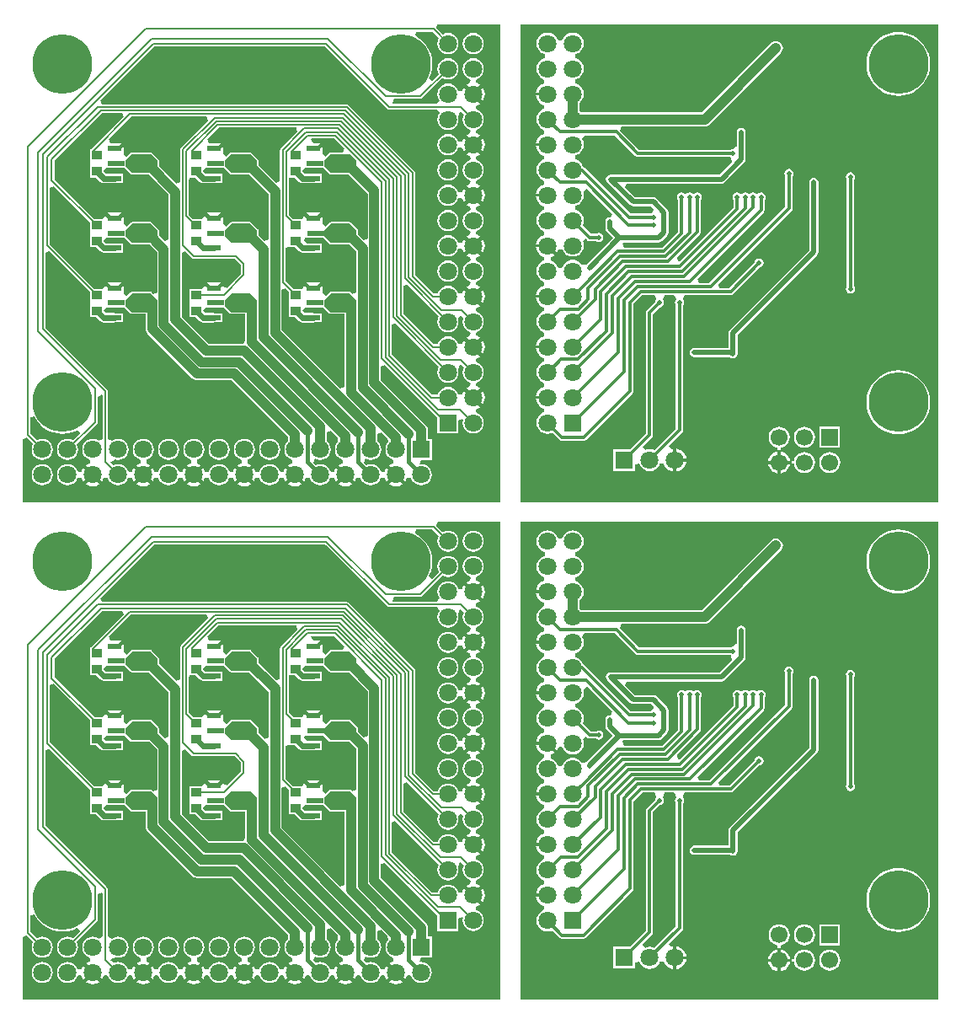
<source format=gbl>
G04 Layer_Physical_Order=2*
G04 Layer_Color=16711680*
%FSLAX25Y25*%
%MOIN*%
G70*
G01*
G75*
%ADD17R,0.03937X0.03543*%
%ADD19C,0.01181*%
%ADD20C,0.01969*%
%ADD21C,0.03937*%
%ADD22R,0.05512X0.02362*%
%ADD23R,0.07087X0.02362*%
%ADD24C,0.00787*%
%ADD25C,0.01575*%
%ADD26C,0.02362*%
%ADD27C,0.07087*%
%ADD28R,0.07087X0.07087*%
%ADD29R,0.07087X0.07087*%
%ADD30C,0.06693*%
%ADD31R,0.06693X0.06693*%
%ADD32C,0.23622*%
%ADD33C,0.01969*%
%ADD34C,0.05000*%
G36*
X366142Y3937D02*
X200787D01*
Y192913D01*
X366142D01*
Y3937D01*
D02*
G37*
%LPC*%
G36*
X303819Y23834D02*
Y20118D01*
X307535D01*
X307463Y20662D01*
X307025Y21720D01*
X306328Y22628D01*
X305420Y23324D01*
X304363Y23762D01*
X303819Y23834D01*
D02*
G37*
G36*
X302638D02*
X302094Y23762D01*
X301036Y23324D01*
X300128Y22628D01*
X299432Y21720D01*
X298994Y20662D01*
X298922Y20118D01*
X302638D01*
Y23834D01*
D02*
G37*
G36*
X303228Y33697D02*
X302149Y33555D01*
X301144Y33138D01*
X300280Y32476D01*
X299618Y31612D01*
X299201Y30607D01*
X299059Y29528D01*
X299201Y28449D01*
X299618Y27443D01*
X300280Y26579D01*
X301144Y25917D01*
X302149Y25500D01*
X302690Y25429D01*
X302690Y24430D01*
X303767D01*
X303767Y25429D01*
X304308Y25500D01*
X305313Y25917D01*
X306177Y26579D01*
X306839Y27443D01*
X307256Y28449D01*
X307398Y29528D01*
X307256Y30607D01*
X306839Y31612D01*
X306177Y32476D01*
X305313Y33138D01*
X304308Y33555D01*
X303228Y33697D01*
D02*
G37*
G36*
X262559Y24977D02*
Y21063D01*
X266473D01*
X266395Y21658D01*
X265937Y22764D01*
X265209Y23713D01*
X264260Y24441D01*
X263155Y24899D01*
X262559Y24977D01*
D02*
G37*
G36*
X266473Y19882D02*
X262559D01*
Y15968D01*
X263155Y16046D01*
X264260Y16504D01*
X265209Y17232D01*
X265937Y18181D01*
X266395Y19286D01*
X266473Y19882D01*
D02*
G37*
G36*
X307535Y18937D02*
X303819D01*
Y15221D01*
X304363Y15293D01*
X305420Y15731D01*
X306328Y16428D01*
X307025Y17336D01*
X307463Y18393D01*
X307535Y18937D01*
D02*
G37*
G36*
X302638D02*
X298922D01*
X298994Y18393D01*
X299432Y17336D01*
X300128Y16428D01*
X301036Y15731D01*
X302094Y15293D01*
X302638Y15221D01*
Y18937D01*
D02*
G37*
G36*
X323228Y23697D02*
X322149Y23555D01*
X321144Y23138D01*
X320280Y22476D01*
X319618Y21612D01*
X319201Y20607D01*
X319059Y19528D01*
X319201Y18449D01*
X319618Y17443D01*
X320280Y16579D01*
X321144Y15917D01*
X322149Y15500D01*
X323228Y15358D01*
X324307Y15500D01*
X325313Y15917D01*
X326177Y16579D01*
X326839Y17443D01*
X327256Y18449D01*
X327398Y19528D01*
X327256Y20607D01*
X326839Y21612D01*
X326177Y22476D01*
X325313Y23138D01*
X324307Y23555D01*
X323228Y23697D01*
D02*
G37*
G36*
X313228D02*
X312149Y23555D01*
X311144Y23138D01*
X310280Y22476D01*
X309617Y21612D01*
X309201Y20607D01*
X309130Y20066D01*
X308130Y20066D01*
Y18989D01*
X309130Y18989D01*
X309201Y18449D01*
X309617Y17443D01*
X310280Y16579D01*
X311144Y15917D01*
X312149Y15500D01*
X313228Y15358D01*
X314307Y15500D01*
X315313Y15917D01*
X316177Y16579D01*
X316839Y17443D01*
X317256Y18449D01*
X317398Y19528D01*
X317256Y20607D01*
X316839Y21612D01*
X316177Y22476D01*
X315313Y23138D01*
X314307Y23555D01*
X313228Y23697D01*
D02*
G37*
G36*
X331398Y134287D02*
X330706Y134149D01*
X330120Y133758D01*
X329729Y133172D01*
X329591Y132480D01*
X329729Y131789D01*
X329993Y131394D01*
Y89275D01*
X329729Y88880D01*
X329591Y88189D01*
X329729Y87498D01*
X330120Y86912D01*
X330706Y86520D01*
X331398Y86383D01*
X332089Y86520D01*
X332675Y86912D01*
X333067Y87498D01*
X333204Y88189D01*
X333067Y88880D01*
X332803Y89275D01*
Y131394D01*
X333067Y131789D01*
X333204Y132480D01*
X333067Y133172D01*
X332675Y133758D01*
X332089Y134149D01*
X331398Y134287D01*
D02*
G37*
G36*
X316929Y132121D02*
X316238Y131984D01*
X315652Y131592D01*
X315260Y131006D01*
X315123Y130315D01*
Y103504D01*
X283762Y72144D01*
X283370Y71557D01*
X283233Y70866D01*
Y64799D01*
X269685D01*
X268994Y64661D01*
X268408Y64270D01*
X268016Y63683D01*
X267879Y62992D01*
X268016Y62301D01*
X268408Y61715D01*
X268994Y61323D01*
X269685Y61186D01*
X283965D01*
X284348Y60930D01*
X285039Y60792D01*
X285731Y60930D01*
X286317Y61321D01*
X286708Y61907D01*
X286846Y62599D01*
Y70118D01*
X318206Y101479D01*
X318598Y102065D01*
X318736Y102756D01*
Y130315D01*
X318598Y131006D01*
X318206Y131592D01*
X317620Y131984D01*
X316929Y132121D01*
D02*
G37*
G36*
X221535Y189604D02*
X220405Y189455D01*
X219351Y189019D01*
X218447Y188325D01*
X217753Y187420D01*
X217316Y186367D01*
X215755D01*
X215318Y187420D01*
X214624Y188325D01*
X213720Y189019D01*
X212666Y189455D01*
X211536Y189604D01*
X210405Y189455D01*
X209351Y189019D01*
X208447Y188325D01*
X207753Y187420D01*
X207316Y186367D01*
X207167Y185236D01*
X207316Y184106D01*
X207753Y183052D01*
X208447Y182148D01*
X209351Y181453D01*
X210405Y181017D01*
Y179455D01*
X209351Y179019D01*
X208447Y178325D01*
X207753Y177420D01*
X207316Y176367D01*
X207167Y175236D01*
X207316Y174106D01*
X207753Y173052D01*
X208447Y172148D01*
X209351Y171453D01*
X210044Y171167D01*
X210146Y170665D01*
X210115Y169800D01*
X210053Y169540D01*
X209244Y169205D01*
X208295Y168477D01*
X207567Y167527D01*
X207109Y166422D01*
X207031Y165827D01*
X211536D01*
Y164646D01*
X207031D01*
X207109Y164050D01*
X207567Y162945D01*
X208295Y161996D01*
X209244Y161268D01*
X210053Y160933D01*
X210115Y160673D01*
X210146Y159808D01*
X210044Y159306D01*
X209351Y159019D01*
X208447Y158325D01*
X207753Y157420D01*
X207316Y156367D01*
X207167Y155236D01*
X207316Y154106D01*
X207753Y153052D01*
X208447Y152148D01*
X209351Y151453D01*
X210044Y151166D01*
X210146Y150665D01*
X210115Y149800D01*
X210053Y149540D01*
X209244Y149205D01*
X208295Y148477D01*
X207567Y147528D01*
X207109Y146422D01*
X207031Y145827D01*
X211536D01*
Y144646D01*
X207031D01*
X207109Y144050D01*
X207567Y142945D01*
X208295Y141996D01*
X209244Y141268D01*
X210053Y140933D01*
X210115Y140673D01*
X210146Y139808D01*
X210044Y139306D01*
X209351Y139019D01*
X208447Y138325D01*
X207753Y137420D01*
X207316Y136367D01*
X207167Y135236D01*
X207316Y134106D01*
X207753Y133052D01*
X208447Y132148D01*
X209351Y131453D01*
X210044Y131167D01*
X210146Y130665D01*
X210115Y129800D01*
X210053Y129540D01*
X209244Y129205D01*
X208295Y128477D01*
X207567Y127527D01*
X207109Y126422D01*
X207031Y125827D01*
X211536D01*
Y124646D01*
X207031D01*
X207109Y124050D01*
X207567Y122945D01*
X208295Y121996D01*
X209244Y121268D01*
X210053Y120933D01*
X210115Y120673D01*
X210146Y119808D01*
X210044Y119306D01*
X209351Y119019D01*
X208447Y118325D01*
X207753Y117420D01*
X207316Y116367D01*
X207167Y115236D01*
X207316Y114106D01*
X207753Y113052D01*
X208447Y112148D01*
X209351Y111453D01*
X210044Y111167D01*
X210146Y110665D01*
X210115Y109800D01*
X210053Y109540D01*
X209244Y109205D01*
X208295Y108477D01*
X207567Y107527D01*
X207109Y106422D01*
X207031Y105827D01*
X211536D01*
Y104646D01*
X207031D01*
X207109Y104050D01*
X207567Y102945D01*
X208295Y101996D01*
X209244Y101268D01*
X210053Y100933D01*
X210115Y100673D01*
X210146Y99808D01*
X210044Y99306D01*
X209351Y99019D01*
X208447Y98325D01*
X207753Y97420D01*
X207316Y96367D01*
X207167Y95236D01*
X207316Y94106D01*
X207753Y93052D01*
X208447Y92148D01*
X209351Y91453D01*
X210044Y91167D01*
X210146Y90665D01*
X210115Y89800D01*
X210053Y89540D01*
X209244Y89205D01*
X208295Y88477D01*
X207567Y87528D01*
X207109Y86422D01*
X207031Y85827D01*
X211536D01*
Y84646D01*
X207031D01*
X207109Y84050D01*
X207567Y82945D01*
X208295Y81996D01*
X209244Y81268D01*
X210053Y80933D01*
X210115Y80673D01*
X210146Y79808D01*
X210044Y79306D01*
X209351Y79019D01*
X208447Y78325D01*
X207753Y77420D01*
X207316Y76367D01*
X207167Y75236D01*
X207316Y74106D01*
X207753Y73052D01*
X208447Y72148D01*
X209351Y71453D01*
X210044Y71166D01*
X210146Y70665D01*
X210115Y69800D01*
X210053Y69540D01*
X209244Y69205D01*
X208295Y68477D01*
X207567Y67528D01*
X207109Y66422D01*
X207031Y65827D01*
X211536D01*
Y64646D01*
X207031D01*
X207109Y64050D01*
X207567Y62945D01*
X208295Y61996D01*
X209244Y61268D01*
X210053Y60933D01*
X210115Y60673D01*
X210146Y59808D01*
X210044Y59306D01*
X209351Y59019D01*
X208447Y58325D01*
X207753Y57420D01*
X207316Y56367D01*
X207167Y55236D01*
X207316Y54106D01*
X207753Y53052D01*
X208447Y52148D01*
X209351Y51453D01*
X210044Y51166D01*
X210146Y50665D01*
X210115Y49800D01*
X210053Y49540D01*
X209244Y49205D01*
X208295Y48477D01*
X207567Y47528D01*
X207109Y46422D01*
X207031Y45827D01*
X211536D01*
Y44646D01*
X207031D01*
X207109Y44050D01*
X207567Y42945D01*
X208295Y41996D01*
X209244Y41268D01*
X210053Y40933D01*
X210115Y40673D01*
X210146Y39808D01*
X210044Y39306D01*
X209351Y39019D01*
X208447Y38325D01*
X207753Y37420D01*
X207316Y36367D01*
X207167Y35236D01*
X207316Y34106D01*
X207753Y33052D01*
X208447Y32148D01*
X209351Y31453D01*
X210405Y31017D01*
X211536Y30868D01*
X212666Y31017D01*
X213445Y31340D01*
X216349Y28436D01*
X216805Y28131D01*
X217342Y28024D01*
X225787D01*
X226325Y28131D01*
X226781Y28436D01*
X245186Y46841D01*
X245491Y47297D01*
X245598Y47835D01*
Y82285D01*
X249105Y85792D01*
X253794D01*
X254063Y85471D01*
X254628Y83955D01*
X254237Y83368D01*
X254144Y82903D01*
X250975Y79734D01*
X250671Y79278D01*
X250564Y78740D01*
Y31054D01*
X244312Y24803D01*
X237638D01*
Y16142D01*
X246299D01*
Y18728D01*
X247874Y19041D01*
X248186Y18289D01*
X248880Y17384D01*
X249784Y16690D01*
X250838Y16253D01*
X251969Y16104D01*
X253099Y16253D01*
X254153Y16690D01*
X255057Y17384D01*
X255751Y18289D01*
X256038Y18981D01*
X256540Y19083D01*
X257405Y19052D01*
X257665Y18990D01*
X258000Y18181D01*
X258728Y17232D01*
X259677Y16504D01*
X260783Y16046D01*
X261378Y15968D01*
Y20472D01*
Y24977D01*
X260783Y24899D01*
X260486Y24776D01*
X259594Y26111D01*
X264773Y31290D01*
X265078Y31746D01*
X265184Y32283D01*
Y81591D01*
X265448Y81986D01*
X265586Y82677D01*
X265448Y83368D01*
X265057Y83955D01*
X265622Y85471D01*
X265891Y85792D01*
X284047D01*
X284585Y85899D01*
X285040Y86203D01*
X295501Y96664D01*
X295967Y96756D01*
X296553Y97148D01*
X296944Y97734D01*
X297082Y98425D01*
X296944Y99116D01*
X296553Y99703D01*
X295967Y100094D01*
X295276Y100232D01*
X294584Y100094D01*
X293998Y99703D01*
X293607Y99116D01*
X293514Y98651D01*
X283465Y88601D01*
X279654D01*
X279051Y90057D01*
X308080Y119085D01*
X308385Y119541D01*
X308492Y120079D01*
Y132772D01*
X308755Y133167D01*
X308893Y133858D01*
X308755Y134550D01*
X308364Y135136D01*
X307778Y135527D01*
X307087Y135665D01*
X306395Y135527D01*
X305809Y135136D01*
X305418Y134550D01*
X305280Y133858D01*
X305418Y133167D01*
X305682Y132772D01*
Y120661D01*
X275591Y90570D01*
X271386D01*
X270783Y92025D01*
X297057Y118298D01*
X297361Y118754D01*
X297468Y119291D01*
Y123422D01*
X297732Y123817D01*
X297869Y124508D01*
X297732Y125199D01*
X297340Y125785D01*
X296754Y126177D01*
X296063Y126314D01*
X295372Y126177D01*
X294488Y125884D01*
X293605Y126177D01*
X292913Y126314D01*
X292222Y126177D01*
X291339Y125884D01*
X290455Y126177D01*
X289764Y126314D01*
X289073Y126177D01*
X288189Y125884D01*
X287305Y126177D01*
X286614Y126314D01*
X285923Y126177D01*
X285337Y125785D01*
X284945Y125199D01*
X284808Y124508D01*
X284945Y123817D01*
X285209Y123422D01*
Y120225D01*
X263985Y99000D01*
X263348Y99093D01*
X262793Y100764D01*
X271860Y109831D01*
X272164Y110287D01*
X272271Y110825D01*
Y123422D01*
X272535Y123817D01*
X272673Y124508D01*
X272535Y125199D01*
X272144Y125785D01*
X271557Y126177D01*
X270866Y126314D01*
X270175Y126177D01*
X269291Y125884D01*
X268408Y126177D01*
X267717Y126314D01*
X267025Y126177D01*
X266142Y125884D01*
X265258Y126177D01*
X264567Y126314D01*
X263876Y126177D01*
X263290Y125785D01*
X262898Y125199D01*
X262761Y124508D01*
X262898Y123817D01*
X263162Y123422D01*
Y110675D01*
X256885Y104398D01*
X241951D01*
X241153Y105973D01*
X241583Y106560D01*
X255512D01*
X256203Y106697D01*
X256789Y107089D01*
X258955Y109254D01*
X259346Y109840D01*
X259484Y110532D01*
Y118406D01*
X259346Y119097D01*
X258955Y119683D01*
X254722Y123915D01*
X254136Y124307D01*
X253445Y124444D01*
X246221D01*
X242332Y128333D01*
X242934Y129788D01*
X280413D01*
X281105Y129926D01*
X281691Y130317D01*
X289466Y138093D01*
X289858Y138679D01*
X289995Y139370D01*
Y150000D01*
X289858Y150691D01*
X289466Y151277D01*
X288880Y151669D01*
X288189Y151806D01*
X287498Y151669D01*
X286912Y151277D01*
X286520Y150691D01*
X286383Y150000D01*
Y144735D01*
X286297Y144584D01*
X284941Y143539D01*
X284250Y143401D01*
X283855Y143137D01*
X247924D01*
X240180Y150882D01*
X240783Y152457D01*
X273740D01*
X274460Y152551D01*
X275130Y152829D01*
X275706Y153271D01*
X303934Y181499D01*
X304376Y182075D01*
X304654Y182745D01*
X304748Y183465D01*
X304654Y184184D01*
X304376Y184854D01*
X303934Y185430D01*
X303358Y185872D01*
X302688Y186150D01*
X301969Y186244D01*
X301249Y186150D01*
X300579Y185872D01*
X300003Y185430D01*
X272589Y158016D01*
X224861D01*
X224624Y158325D01*
X224315Y158562D01*
Y161910D01*
X224624Y162148D01*
X225318Y163052D01*
X225755Y164106D01*
X225904Y165236D01*
X225755Y166367D01*
X225318Y167420D01*
X224624Y168325D01*
X223720Y169019D01*
X222666Y169456D01*
Y171017D01*
X223720Y171453D01*
X224624Y172148D01*
X225318Y173052D01*
X225755Y174106D01*
X225904Y175236D01*
X225755Y176367D01*
X225318Y177420D01*
X224624Y178325D01*
X223720Y179019D01*
X222666Y179455D01*
Y181017D01*
X223720Y181453D01*
X224624Y182148D01*
X225318Y183052D01*
X225755Y184106D01*
X225904Y185236D01*
X225755Y186367D01*
X225318Y187420D01*
X224624Y188325D01*
X223720Y189019D01*
X222666Y189455D01*
X221535Y189604D01*
D02*
G37*
G36*
X350394Y189803D02*
X348417Y189647D01*
X346489Y189184D01*
X344656Y188425D01*
X342966Y187389D01*
X341458Y186101D01*
X340170Y184593D01*
X339134Y182903D01*
X338375Y181071D01*
X337912Y179142D01*
X337756Y177165D01*
X337912Y175189D01*
X338375Y173260D01*
X339134Y171428D01*
X340170Y169737D01*
X341458Y168229D01*
X342966Y166942D01*
X344656Y165905D01*
X346489Y165147D01*
X348417Y164684D01*
X350394Y164528D01*
X352371Y164684D01*
X354299Y165147D01*
X356131Y165905D01*
X357822Y166942D01*
X359330Y168229D01*
X360618Y169737D01*
X361654Y171428D01*
X362413Y173260D01*
X362876Y175189D01*
X363031Y177165D01*
X362876Y179142D01*
X362413Y181071D01*
X361654Y182903D01*
X360618Y184593D01*
X359330Y186101D01*
X357822Y187389D01*
X356131Y188425D01*
X354299Y189184D01*
X352371Y189647D01*
X350394Y189803D01*
D02*
G37*
G36*
X313228Y33697D02*
X312149Y33555D01*
X311144Y33138D01*
X310280Y32476D01*
X309617Y31612D01*
X309201Y30607D01*
X309059Y29528D01*
X309201Y28449D01*
X309617Y27443D01*
X310280Y26579D01*
X311144Y25917D01*
X312149Y25500D01*
X313228Y25358D01*
X314307Y25500D01*
X315313Y25917D01*
X316177Y26579D01*
X316839Y27443D01*
X317256Y28449D01*
X317398Y29528D01*
X317256Y30607D01*
X316839Y31612D01*
X316177Y32476D01*
X315313Y33138D01*
X314307Y33555D01*
X313228Y33697D01*
D02*
G37*
G36*
X327362Y33661D02*
X319094D01*
Y25394D01*
X327362D01*
Y33661D01*
D02*
G37*
G36*
X350394Y55945D02*
X348417Y55789D01*
X346489Y55326D01*
X344656Y54567D01*
X342966Y53531D01*
X341458Y52243D01*
X340170Y50735D01*
X339134Y49044D01*
X338375Y47212D01*
X337912Y45284D01*
X337756Y43307D01*
X337912Y41330D01*
X338375Y39402D01*
X339134Y37570D01*
X340170Y35879D01*
X341458Y34371D01*
X342966Y33083D01*
X344656Y32047D01*
X346489Y31288D01*
X348417Y30825D01*
X350394Y30670D01*
X352371Y30825D01*
X354299Y31288D01*
X356131Y32047D01*
X357822Y33083D01*
X359330Y34371D01*
X360618Y35879D01*
X361654Y37570D01*
X362413Y39402D01*
X362876Y41330D01*
X363031Y43307D01*
X362876Y45284D01*
X362413Y47212D01*
X361654Y49044D01*
X360618Y50735D01*
X359330Y52243D01*
X357822Y53531D01*
X356131Y54567D01*
X354299Y55326D01*
X352371Y55789D01*
X350394Y55945D01*
D02*
G37*
%LPD*%
G36*
X261937Y85471D02*
X262502Y83955D01*
X262111Y83368D01*
X261973Y82677D01*
X262111Y81986D01*
X262375Y81591D01*
Y32866D01*
X253878Y24369D01*
X253099Y24692D01*
X251969Y24841D01*
X250838Y24692D01*
X250093Y24383D01*
X249201Y25718D01*
X252962Y29479D01*
X253267Y29935D01*
X253374Y30472D01*
Y78158D01*
X256131Y80916D01*
X256597Y81008D01*
X257183Y81400D01*
X257574Y81986D01*
X257712Y82677D01*
X257574Y83368D01*
X257183Y83955D01*
X257748Y85471D01*
X258017Y85792D01*
X261668D01*
X261937Y85471D01*
D02*
G37*
G36*
X246349Y140739D02*
X246805Y140434D01*
X247342Y140327D01*
X283855D01*
X284160Y140123D01*
X284261Y140016D01*
X284649Y138384D01*
X279665Y133401D01*
X236516D01*
X235824Y133263D01*
X235239Y132872D01*
X234847Y132286D01*
X234709Y131595D01*
X234847Y130903D01*
X235239Y130317D01*
X244195Y121361D01*
X244781Y120969D01*
X245473Y120832D01*
X252539D01*
X253628Y119643D01*
X253595Y119407D01*
X253040Y118261D01*
X252754Y118204D01*
X252359Y117940D01*
X244578D01*
X226289Y136230D01*
X225833Y136534D01*
X225672Y136566D01*
X225318Y137420D01*
X224624Y138325D01*
X223720Y139019D01*
X222666Y139455D01*
Y141017D01*
X223720Y141453D01*
X224624Y142148D01*
X225318Y143052D01*
X225755Y144106D01*
X225904Y145236D01*
X225755Y146367D01*
X225318Y147420D01*
X226160Y148910D01*
X238178D01*
X246349Y140739D01*
D02*
G37*
G36*
X217466Y103745D02*
X217753Y103052D01*
X218447Y102148D01*
X219351Y101453D01*
X220405Y101017D01*
Y99455D01*
X219351Y99019D01*
X218447Y98325D01*
X217753Y97420D01*
X217316Y96367D01*
X215755D01*
X215318Y97420D01*
X214624Y98325D01*
X213720Y99019D01*
X213027Y99306D01*
X212925Y99808D01*
X212956Y100673D01*
X213018Y100933D01*
X213827Y101268D01*
X214776Y101996D01*
X215504Y102945D01*
X215839Y103754D01*
X216099Y103816D01*
X216964Y103847D01*
X217466Y103745D01*
D02*
G37*
G36*
X237225Y117875D02*
X236446Y116427D01*
X236221Y116472D01*
X235529Y116334D01*
X234943Y115943D01*
X234552Y115357D01*
X234414Y114665D01*
Y112106D01*
X234552Y111415D01*
X234943Y110829D01*
X237406Y108366D01*
X226872Y97833D01*
X226860Y97814D01*
X226325Y97677D01*
X225163Y97714D01*
X225066Y97749D01*
X224624Y98325D01*
X223720Y99019D01*
X222666Y99455D01*
Y101017D01*
X223720Y101453D01*
X224624Y102148D01*
X225318Y103052D01*
X225755Y104106D01*
X225904Y105236D01*
X225755Y106367D01*
X225446Y107112D01*
X226781Y108004D01*
X227215Y107570D01*
X227671Y107265D01*
X228209Y107158D01*
X230804D01*
X231199Y106894D01*
X231890Y106757D01*
X232581Y106894D01*
X233167Y107286D01*
X233559Y107872D01*
X233696Y108563D01*
X233559Y109254D01*
X233167Y109840D01*
X232581Y110232D01*
X231890Y110369D01*
X231199Y110232D01*
X230804Y109968D01*
X228791D01*
X225432Y113327D01*
X225755Y114106D01*
X225904Y115236D01*
X225755Y116367D01*
X225318Y117420D01*
X224624Y118325D01*
X223720Y119019D01*
X222666Y119456D01*
Y121017D01*
X223720Y121453D01*
X224624Y122148D01*
X225318Y123052D01*
X225755Y124106D01*
X225904Y125236D01*
X225755Y126367D01*
X226901Y127715D01*
X227327Y127773D01*
X237225Y117875D01*
D02*
G37*
G36*
X366142Y200787D02*
X200787D01*
Y389764D01*
X366142D01*
Y200787D01*
D02*
G37*
%LPC*%
G36*
X303819Y220684D02*
Y216969D01*
X307535D01*
X307463Y217513D01*
X307025Y218570D01*
X306328Y219478D01*
X305420Y220175D01*
X304363Y220613D01*
X303819Y220684D01*
D02*
G37*
G36*
X302638D02*
X302094Y220613D01*
X301036Y220175D01*
X300128Y219478D01*
X299432Y218570D01*
X298994Y217513D01*
X298922Y216969D01*
X302638D01*
Y220684D01*
D02*
G37*
G36*
X303228Y230547D02*
X302149Y230405D01*
X301144Y229989D01*
X300280Y229326D01*
X299618Y228463D01*
X299201Y227457D01*
X299059Y226378D01*
X299201Y225299D01*
X299618Y224293D01*
X300280Y223430D01*
X301144Y222767D01*
X302149Y222351D01*
X302690Y222279D01*
X302690Y221280D01*
X303767D01*
X303767Y222279D01*
X304308Y222351D01*
X305313Y222767D01*
X306177Y223430D01*
X306839Y224293D01*
X307256Y225299D01*
X307398Y226378D01*
X307256Y227457D01*
X306839Y228463D01*
X306177Y229326D01*
X305313Y229989D01*
X304308Y230405D01*
X303228Y230547D01*
D02*
G37*
G36*
X262559Y221828D02*
Y217914D01*
X266473D01*
X266395Y218509D01*
X265937Y219614D01*
X265209Y220563D01*
X264260Y221291D01*
X263155Y221749D01*
X262559Y221828D01*
D02*
G37*
G36*
X266473Y216732D02*
X262559D01*
Y212818D01*
X263155Y212896D01*
X264260Y213354D01*
X265209Y214083D01*
X265937Y215032D01*
X266395Y216137D01*
X266473Y216732D01*
D02*
G37*
G36*
X307535Y215788D02*
X303819D01*
Y212072D01*
X304363Y212143D01*
X305420Y212581D01*
X306328Y213278D01*
X307025Y214186D01*
X307463Y215243D01*
X307535Y215788D01*
D02*
G37*
G36*
X302638D02*
X298922D01*
X298994Y215243D01*
X299432Y214186D01*
X300128Y213278D01*
X301036Y212581D01*
X302094Y212143D01*
X302638Y212072D01*
Y215788D01*
D02*
G37*
G36*
X323228Y220548D02*
X322149Y220406D01*
X321144Y219989D01*
X320280Y219326D01*
X319618Y218463D01*
X319201Y217457D01*
X319059Y216378D01*
X319201Y215299D01*
X319618Y214293D01*
X320280Y213430D01*
X321144Y212767D01*
X322149Y212351D01*
X323228Y212209D01*
X324307Y212351D01*
X325313Y212767D01*
X326177Y213430D01*
X326839Y214293D01*
X327256Y215299D01*
X327398Y216378D01*
X327256Y217457D01*
X326839Y218463D01*
X326177Y219326D01*
X325313Y219989D01*
X324307Y220406D01*
X323228Y220548D01*
D02*
G37*
G36*
X313228D02*
X312149Y220406D01*
X311144Y219989D01*
X310280Y219326D01*
X309617Y218463D01*
X309201Y217457D01*
X309130Y216917D01*
X308130Y216917D01*
Y215839D01*
X309130Y215839D01*
X309201Y215299D01*
X309617Y214293D01*
X310280Y213430D01*
X311144Y212767D01*
X312149Y212351D01*
X313228Y212209D01*
X314307Y212351D01*
X315313Y212767D01*
X316177Y213430D01*
X316839Y214293D01*
X317256Y215299D01*
X317398Y216378D01*
X317256Y217457D01*
X316839Y218463D01*
X316177Y219326D01*
X315313Y219989D01*
X314307Y220406D01*
X313228Y220548D01*
D02*
G37*
G36*
X331398Y331137D02*
X330706Y331000D01*
X330120Y330608D01*
X329729Y330022D01*
X329591Y329331D01*
X329729Y328640D01*
X329993Y328244D01*
Y286126D01*
X329729Y285731D01*
X329591Y285039D01*
X329729Y284348D01*
X330120Y283762D01*
X330706Y283371D01*
X331398Y283233D01*
X332089Y283371D01*
X332675Y283762D01*
X333067Y284348D01*
X333204Y285039D01*
X333067Y285731D01*
X332803Y286126D01*
Y328244D01*
X333067Y328640D01*
X333204Y329331D01*
X333067Y330022D01*
X332675Y330608D01*
X332089Y331000D01*
X331398Y331137D01*
D02*
G37*
G36*
X316929Y328972D02*
X316238Y328834D01*
X315652Y328443D01*
X315260Y327857D01*
X315123Y327165D01*
Y300355D01*
X283762Y268994D01*
X283370Y268408D01*
X283233Y267717D01*
Y261649D01*
X269685D01*
X268994Y261511D01*
X268408Y261120D01*
X268016Y260534D01*
X267879Y259843D01*
X268016Y259151D01*
X268408Y258565D01*
X268994Y258174D01*
X269685Y258036D01*
X283965D01*
X284348Y257780D01*
X285039Y257643D01*
X285731Y257780D01*
X286317Y258172D01*
X286708Y258758D01*
X286846Y259449D01*
Y266968D01*
X318206Y298329D01*
X318598Y298915D01*
X318736Y299606D01*
Y327165D01*
X318598Y327857D01*
X318206Y328443D01*
X317620Y328834D01*
X316929Y328972D01*
D02*
G37*
G36*
X221535Y386455D02*
X220405Y386306D01*
X219351Y385870D01*
X218447Y385175D01*
X217753Y384271D01*
X217316Y383217D01*
X215755D01*
X215318Y384271D01*
X214624Y385175D01*
X213720Y385870D01*
X212666Y386306D01*
X211536Y386455D01*
X210405Y386306D01*
X209351Y385870D01*
X208447Y385175D01*
X207753Y384271D01*
X207316Y383217D01*
X207167Y382087D01*
X207316Y380956D01*
X207753Y379903D01*
X208447Y378998D01*
X209351Y378304D01*
X210405Y377868D01*
Y376306D01*
X209351Y375869D01*
X208447Y375175D01*
X207753Y374271D01*
X207316Y373217D01*
X207167Y372087D01*
X207316Y370956D01*
X207753Y369903D01*
X208447Y368998D01*
X209351Y368304D01*
X210044Y368017D01*
X210146Y367515D01*
X210115Y366650D01*
X210053Y366390D01*
X209244Y366055D01*
X208295Y365327D01*
X207567Y364378D01*
X207109Y363273D01*
X207031Y362677D01*
X211536D01*
Y361496D01*
X207031D01*
X207109Y360901D01*
X207567Y359795D01*
X208295Y358846D01*
X209244Y358118D01*
X210053Y357783D01*
X210115Y357523D01*
X210146Y356658D01*
X210044Y356156D01*
X209351Y355870D01*
X208447Y355175D01*
X207753Y354271D01*
X207316Y353217D01*
X207167Y352087D01*
X207316Y350956D01*
X207753Y349903D01*
X208447Y348998D01*
X209351Y348304D01*
X210044Y348017D01*
X210146Y347515D01*
X210115Y346650D01*
X210053Y346390D01*
X209244Y346055D01*
X208295Y345327D01*
X207567Y344378D01*
X207109Y343273D01*
X207031Y342677D01*
X211536D01*
Y341496D01*
X207031D01*
X207109Y340901D01*
X207567Y339795D01*
X208295Y338846D01*
X209244Y338118D01*
X210053Y337783D01*
X210115Y337523D01*
X210146Y336658D01*
X210044Y336157D01*
X209351Y335870D01*
X208447Y335175D01*
X207753Y334271D01*
X207316Y333217D01*
X207167Y332087D01*
X207316Y330956D01*
X207753Y329903D01*
X208447Y328998D01*
X209351Y328304D01*
X210044Y328017D01*
X210146Y327515D01*
X210115Y326650D01*
X210053Y326390D01*
X209244Y326055D01*
X208295Y325327D01*
X207567Y324378D01*
X207109Y323273D01*
X207031Y322677D01*
X211536D01*
Y321496D01*
X207031D01*
X207109Y320901D01*
X207567Y319795D01*
X208295Y318846D01*
X209244Y318118D01*
X210053Y317783D01*
X210115Y317523D01*
X210146Y316658D01*
X210044Y316157D01*
X209351Y315869D01*
X208447Y315175D01*
X207753Y314271D01*
X207316Y313217D01*
X207167Y312087D01*
X207316Y310956D01*
X207753Y309903D01*
X208447Y308998D01*
X209351Y308304D01*
X210044Y308017D01*
X210146Y307515D01*
X210115Y306650D01*
X210053Y306390D01*
X209244Y306055D01*
X208295Y305327D01*
X207567Y304378D01*
X207109Y303273D01*
X207031Y302677D01*
X211536D01*
Y301496D01*
X207031D01*
X207109Y300901D01*
X207567Y299795D01*
X208295Y298846D01*
X209244Y298118D01*
X210053Y297783D01*
X210115Y297523D01*
X210146Y296658D01*
X210044Y296157D01*
X209351Y295869D01*
X208447Y295175D01*
X207753Y294271D01*
X207316Y293217D01*
X207167Y292087D01*
X207316Y290956D01*
X207753Y289903D01*
X208447Y288998D01*
X209351Y288304D01*
X210044Y288017D01*
X210146Y287515D01*
X210115Y286650D01*
X210053Y286390D01*
X209244Y286055D01*
X208295Y285327D01*
X207567Y284378D01*
X207109Y283273D01*
X207031Y282677D01*
X211536D01*
Y281496D01*
X207031D01*
X207109Y280901D01*
X207567Y279795D01*
X208295Y278846D01*
X209244Y278118D01*
X210053Y277783D01*
X210115Y277523D01*
X210146Y276658D01*
X210044Y276156D01*
X209351Y275869D01*
X208447Y275175D01*
X207753Y274271D01*
X207316Y273217D01*
X207167Y272087D01*
X207316Y270956D01*
X207753Y269903D01*
X208447Y268998D01*
X209351Y268304D01*
X210044Y268017D01*
X210146Y267515D01*
X210115Y266650D01*
X210053Y266390D01*
X209244Y266055D01*
X208295Y265327D01*
X207567Y264378D01*
X207109Y263273D01*
X207031Y262677D01*
X211536D01*
Y261496D01*
X207031D01*
X207109Y260901D01*
X207567Y259795D01*
X208295Y258846D01*
X209244Y258118D01*
X210053Y257783D01*
X210115Y257523D01*
X210146Y256658D01*
X210044Y256156D01*
X209351Y255870D01*
X208447Y255175D01*
X207753Y254271D01*
X207316Y253217D01*
X207167Y252087D01*
X207316Y250956D01*
X207753Y249903D01*
X208447Y248998D01*
X209351Y248304D01*
X210044Y248017D01*
X210146Y247515D01*
X210115Y246650D01*
X210053Y246390D01*
X209244Y246055D01*
X208295Y245327D01*
X207567Y244378D01*
X207109Y243273D01*
X207031Y242677D01*
X211536D01*
Y241496D01*
X207031D01*
X207109Y240901D01*
X207567Y239795D01*
X208295Y238846D01*
X209244Y238118D01*
X210053Y237783D01*
X210115Y237523D01*
X210146Y236658D01*
X210044Y236157D01*
X209351Y235870D01*
X208447Y235175D01*
X207753Y234271D01*
X207316Y233217D01*
X207167Y232087D01*
X207316Y230956D01*
X207753Y229903D01*
X208447Y228998D01*
X209351Y228304D01*
X210405Y227868D01*
X211536Y227719D01*
X212666Y227868D01*
X213445Y228190D01*
X216349Y225286D01*
X216805Y224982D01*
X217342Y224875D01*
X225787D01*
X226325Y224982D01*
X226781Y225286D01*
X245186Y243692D01*
X245491Y244148D01*
X245598Y244685D01*
Y279135D01*
X249105Y282642D01*
X253794D01*
X254063Y282321D01*
X254628Y280805D01*
X254237Y280219D01*
X254144Y279753D01*
X250975Y276584D01*
X250671Y276128D01*
X250564Y275591D01*
Y227905D01*
X244312Y221654D01*
X237638D01*
Y212992D01*
X246299D01*
Y215578D01*
X247874Y215891D01*
X248186Y215139D01*
X248880Y214234D01*
X249784Y213540D01*
X250838Y213104D01*
X251969Y212955D01*
X253099Y213104D01*
X254153Y213540D01*
X255057Y214234D01*
X255751Y215139D01*
X256038Y215832D01*
X256540Y215933D01*
X257405Y215903D01*
X257665Y215841D01*
X258000Y215032D01*
X258728Y214083D01*
X259677Y213354D01*
X260783Y212896D01*
X261378Y212818D01*
Y217323D01*
Y221828D01*
X260783Y221749D01*
X260486Y221626D01*
X259594Y222962D01*
X264773Y228140D01*
X265078Y228596D01*
X265184Y229134D01*
Y278441D01*
X265448Y278836D01*
X265586Y279528D01*
X265448Y280219D01*
X265057Y280805D01*
X265622Y282321D01*
X265891Y282642D01*
X284047D01*
X284585Y282749D01*
X285040Y283053D01*
X295501Y293514D01*
X295967Y293607D01*
X296553Y293998D01*
X296944Y294584D01*
X297082Y295276D01*
X296944Y295967D01*
X296553Y296553D01*
X295967Y296944D01*
X295276Y297082D01*
X294584Y296944D01*
X293998Y296553D01*
X293607Y295967D01*
X293514Y295501D01*
X283465Y285452D01*
X279654D01*
X279051Y286907D01*
X308080Y315936D01*
X308385Y316392D01*
X308492Y316929D01*
Y329623D01*
X308755Y330017D01*
X308893Y330709D01*
X308755Y331400D01*
X308364Y331986D01*
X307778Y332378D01*
X307087Y332515D01*
X306395Y332378D01*
X305809Y331986D01*
X305418Y331400D01*
X305280Y330709D01*
X305418Y330017D01*
X305682Y329623D01*
Y317511D01*
X275591Y287420D01*
X271386D01*
X270783Y288875D01*
X297057Y315148D01*
X297361Y315604D01*
X297468Y316142D01*
Y320272D01*
X297732Y320667D01*
X297869Y321358D01*
X297732Y322050D01*
X297340Y322636D01*
X296754Y323027D01*
X296063Y323165D01*
X295372Y323027D01*
X294488Y322734D01*
X293605Y323027D01*
X292913Y323165D01*
X292222Y323027D01*
X291339Y322734D01*
X290455Y323027D01*
X289764Y323165D01*
X289073Y323027D01*
X288189Y322734D01*
X287305Y323027D01*
X286614Y323165D01*
X285923Y323027D01*
X285337Y322636D01*
X284945Y322050D01*
X284808Y321358D01*
X284945Y320667D01*
X285209Y320272D01*
Y317075D01*
X263985Y295851D01*
X263348Y295943D01*
X262793Y297615D01*
X271860Y306682D01*
X272164Y307137D01*
X272271Y307675D01*
Y320272D01*
X272535Y320667D01*
X272673Y321358D01*
X272535Y322050D01*
X272144Y322636D01*
X271557Y323027D01*
X270866Y323165D01*
X270175Y323027D01*
X269291Y322734D01*
X268408Y323027D01*
X267717Y323165D01*
X267025Y323027D01*
X266142Y322734D01*
X265258Y323027D01*
X264567Y323165D01*
X263876Y323027D01*
X263290Y322636D01*
X262898Y322050D01*
X262761Y321358D01*
X262898Y320667D01*
X263162Y320272D01*
Y307526D01*
X256885Y301248D01*
X241951D01*
X241153Y302823D01*
X241583Y303410D01*
X255512D01*
X256203Y303548D01*
X256789Y303939D01*
X258955Y306105D01*
X259346Y306691D01*
X259484Y307382D01*
Y315256D01*
X259346Y315947D01*
X258955Y316533D01*
X254722Y320765D01*
X254136Y321157D01*
X253445Y321295D01*
X246221D01*
X242332Y325184D01*
X242934Y326639D01*
X280413D01*
X281105Y326776D01*
X281691Y327168D01*
X289466Y334943D01*
X289858Y335529D01*
X289995Y336221D01*
Y346850D01*
X289858Y347542D01*
X289466Y348128D01*
X288880Y348519D01*
X288189Y348657D01*
X287498Y348519D01*
X286912Y348128D01*
X286520Y347542D01*
X286383Y346850D01*
Y341586D01*
X286297Y341434D01*
X284941Y340389D01*
X284250Y340252D01*
X283855Y339988D01*
X247924D01*
X240180Y347732D01*
X240783Y349307D01*
X273740D01*
X274460Y349402D01*
X275130Y349679D01*
X275706Y350121D01*
X303934Y378349D01*
X304376Y378925D01*
X304654Y379596D01*
X304748Y380315D01*
X304654Y381034D01*
X304376Y381705D01*
X303934Y382281D01*
X303358Y382722D01*
X302688Y383000D01*
X301969Y383095D01*
X301249Y383000D01*
X300579Y382722D01*
X300003Y382281D01*
X272589Y354866D01*
X224861D01*
X224624Y355175D01*
X224315Y355413D01*
Y358761D01*
X224624Y358998D01*
X225318Y359903D01*
X225755Y360956D01*
X225904Y362087D01*
X225755Y363217D01*
X225318Y364271D01*
X224624Y365175D01*
X223720Y365869D01*
X222666Y366306D01*
Y367867D01*
X223720Y368304D01*
X224624Y368998D01*
X225318Y369903D01*
X225755Y370956D01*
X225904Y372087D01*
X225755Y373217D01*
X225318Y374271D01*
X224624Y375175D01*
X223720Y375869D01*
X222666Y376306D01*
Y377868D01*
X223720Y378304D01*
X224624Y378998D01*
X225318Y379903D01*
X225755Y380956D01*
X225904Y382087D01*
X225755Y383217D01*
X225318Y384271D01*
X224624Y385175D01*
X223720Y385870D01*
X222666Y386306D01*
X221535Y386455D01*
D02*
G37*
G36*
X350394Y386653D02*
X348417Y386498D01*
X346489Y386035D01*
X344656Y385276D01*
X342966Y384240D01*
X341458Y382952D01*
X340170Y381444D01*
X339134Y379753D01*
X338375Y377921D01*
X337912Y375993D01*
X337756Y374016D01*
X337912Y372039D01*
X338375Y370111D01*
X339134Y368279D01*
X340170Y366588D01*
X341458Y365080D01*
X342966Y363792D01*
X344656Y362756D01*
X346489Y361997D01*
X348417Y361534D01*
X350394Y361378D01*
X352371Y361534D01*
X354299Y361997D01*
X356131Y362756D01*
X357822Y363792D01*
X359330Y365080D01*
X360618Y366588D01*
X361654Y368279D01*
X362413Y370111D01*
X362876Y372039D01*
X363031Y374016D01*
X362876Y375993D01*
X362413Y377921D01*
X361654Y379753D01*
X360618Y381444D01*
X359330Y382952D01*
X357822Y384240D01*
X356131Y385276D01*
X354299Y386035D01*
X352371Y386498D01*
X350394Y386653D01*
D02*
G37*
G36*
X313228Y230547D02*
X312149Y230405D01*
X311144Y229989D01*
X310280Y229326D01*
X309617Y228463D01*
X309201Y227457D01*
X309059Y226378D01*
X309201Y225299D01*
X309617Y224293D01*
X310280Y223430D01*
X311144Y222767D01*
X312149Y222351D01*
X313228Y222208D01*
X314307Y222351D01*
X315313Y222767D01*
X316177Y223430D01*
X316839Y224293D01*
X317256Y225299D01*
X317398Y226378D01*
X317256Y227457D01*
X316839Y228463D01*
X316177Y229326D01*
X315313Y229989D01*
X314307Y230405D01*
X313228Y230547D01*
D02*
G37*
G36*
X327362Y230512D02*
X319094D01*
Y222244D01*
X327362D01*
Y230512D01*
D02*
G37*
G36*
X350394Y252795D02*
X348417Y252639D01*
X346489Y252176D01*
X344656Y251417D01*
X342966Y250381D01*
X341458Y249094D01*
X340170Y247586D01*
X339134Y245895D01*
X338375Y244063D01*
X337912Y242134D01*
X337756Y240158D01*
X337912Y238181D01*
X338375Y236252D01*
X339134Y234420D01*
X340170Y232730D01*
X341458Y231222D01*
X342966Y229934D01*
X344656Y228898D01*
X346489Y228139D01*
X348417Y227676D01*
X350394Y227520D01*
X352371Y227676D01*
X354299Y228139D01*
X356131Y228898D01*
X357822Y229934D01*
X359330Y231222D01*
X360618Y232730D01*
X361654Y234420D01*
X362413Y236252D01*
X362876Y238181D01*
X363031Y240158D01*
X362876Y242134D01*
X362413Y244063D01*
X361654Y245895D01*
X360618Y247586D01*
X359330Y249094D01*
X357822Y250381D01*
X356131Y251417D01*
X354299Y252176D01*
X352371Y252639D01*
X350394Y252795D01*
D02*
G37*
%LPD*%
G36*
X261937Y282321D02*
X262502Y280805D01*
X262111Y280219D01*
X261973Y279528D01*
X262111Y278836D01*
X262375Y278441D01*
Y229716D01*
X253878Y221219D01*
X253099Y221542D01*
X251969Y221691D01*
X250838Y221542D01*
X250093Y221234D01*
X249201Y222569D01*
X252962Y226329D01*
X253267Y226785D01*
X253374Y227323D01*
Y275009D01*
X256131Y277766D01*
X256597Y277859D01*
X257183Y278250D01*
X257574Y278836D01*
X257712Y279528D01*
X257574Y280219D01*
X257183Y280805D01*
X257748Y282321D01*
X258017Y282642D01*
X261668D01*
X261937Y282321D01*
D02*
G37*
G36*
X246349Y337589D02*
X246805Y337285D01*
X247342Y337178D01*
X283855D01*
X284160Y336974D01*
X284261Y336866D01*
X284649Y335235D01*
X279665Y330251D01*
X236516D01*
X235824Y330114D01*
X235239Y329722D01*
X234847Y329136D01*
X234709Y328445D01*
X234847Y327754D01*
X235239Y327168D01*
X244195Y318211D01*
X244781Y317819D01*
X245473Y317682D01*
X252539D01*
X253628Y316493D01*
X253595Y316257D01*
X253040Y315112D01*
X252754Y315055D01*
X252359Y314791D01*
X244578D01*
X226289Y333080D01*
X225833Y333385D01*
X225672Y333417D01*
X225318Y334271D01*
X224624Y335175D01*
X223720Y335870D01*
X222666Y336306D01*
Y337867D01*
X223720Y338304D01*
X224624Y338998D01*
X225318Y339903D01*
X225755Y340956D01*
X225904Y342087D01*
X225755Y343217D01*
X225318Y344271D01*
X226160Y345760D01*
X238178D01*
X246349Y337589D01*
D02*
G37*
G36*
X217466Y300595D02*
X217753Y299903D01*
X218447Y298998D01*
X219351Y298304D01*
X220405Y297867D01*
Y296306D01*
X219351Y295869D01*
X218447Y295175D01*
X217753Y294271D01*
X217316Y293217D01*
X215755D01*
X215318Y294271D01*
X214624Y295175D01*
X213720Y295869D01*
X213027Y296157D01*
X212925Y296658D01*
X212956Y297523D01*
X213018Y297783D01*
X213827Y298118D01*
X214776Y298846D01*
X215504Y299795D01*
X215839Y300605D01*
X216099Y300666D01*
X216964Y300697D01*
X217466Y300595D01*
D02*
G37*
G36*
X237225Y314725D02*
X236446Y313277D01*
X236221Y313322D01*
X235529Y313185D01*
X234943Y312793D01*
X234552Y312207D01*
X234414Y311516D01*
Y308957D01*
X234552Y308265D01*
X234943Y307680D01*
X237406Y305217D01*
X226872Y294683D01*
X226860Y294664D01*
X226325Y294528D01*
X225163Y294565D01*
X225066Y294599D01*
X224624Y295175D01*
X223720Y295869D01*
X222666Y296306D01*
Y297867D01*
X223720Y298304D01*
X224624Y298998D01*
X225318Y299903D01*
X225755Y300956D01*
X225904Y302087D01*
X225755Y303217D01*
X225446Y303962D01*
X226781Y304854D01*
X227215Y304420D01*
X227671Y304116D01*
X228209Y304009D01*
X230804D01*
X231199Y303745D01*
X231890Y303607D01*
X232581Y303745D01*
X233167Y304136D01*
X233559Y304722D01*
X233696Y305414D01*
X233559Y306105D01*
X233167Y306691D01*
X232581Y307082D01*
X231890Y307220D01*
X231199Y307082D01*
X230804Y306818D01*
X228791D01*
X225432Y310177D01*
X225755Y310956D01*
X225904Y312087D01*
X225755Y313217D01*
X225318Y314271D01*
X224624Y315175D01*
X223720Y315869D01*
X222666Y316306D01*
Y317867D01*
X223720Y318304D01*
X224624Y318998D01*
X225318Y319903D01*
X225755Y320956D01*
X225904Y322087D01*
X225755Y323217D01*
X226901Y324566D01*
X227327Y324624D01*
X237225Y314725D01*
D02*
G37*
G36*
X77292Y154824D02*
X66506Y144038D01*
X66280Y143700D01*
X66201Y143300D01*
X66201Y143300D01*
Y130580D01*
X64626Y129927D01*
X57729Y136824D01*
Y138976D01*
X57680Y139222D01*
X57541Y139431D01*
X54982Y141990D01*
X54773Y142129D01*
X54528Y142178D01*
X54528Y142178D01*
X47047D01*
X46801Y142129D01*
X46593Y141990D01*
X45039Y140436D01*
X43913Y141537D01*
Y144768D01*
X42289Y143144D01*
X41176Y144258D01*
X42800Y145882D01*
X38561D01*
X37909Y147457D01*
X46732Y156279D01*
X76690D01*
X77292Y154824D01*
D02*
G37*
G36*
X30472Y114508D02*
Y111063D01*
X30472Y110984D01*
Y109488D01*
X30472Y109409D01*
Y104685D01*
X32861D01*
X34521Y103025D01*
X35120Y102625D01*
X35827Y102484D01*
X40157D01*
X40336Y102520D01*
X43543D01*
Y106142D01*
X40336D01*
X40157Y106177D01*
X36733D01*
X35946Y107193D01*
X36937Y108425D01*
X37244Y108425D01*
X44210D01*
X46593Y106042D01*
X46801Y105903D01*
X47047Y105854D01*
X47047Y105854D01*
X54023D01*
X57064Y102812D01*
Y86847D01*
X55609Y86244D01*
X54982Y86871D01*
X54773Y87011D01*
X54528Y87060D01*
X54528Y87060D01*
X47047D01*
X46801Y87011D01*
X46593Y86871D01*
X45039Y85318D01*
X43913Y86419D01*
Y89650D01*
X42289Y88026D01*
X41176Y89139D01*
X42800Y90764D01*
X37515D01*
X39140Y89139D01*
X38026Y88026D01*
X36402Y89650D01*
Y89500D01*
X35669Y88228D01*
X34827Y88228D01*
X32145D01*
X14587Y105787D01*
Y128167D01*
X16162Y128819D01*
X30472Y114508D01*
D02*
G37*
G36*
X85963Y133601D02*
X86172Y133462D01*
X86417Y133413D01*
X86417Y133413D01*
X93393D01*
X101100Y125706D01*
Y107688D01*
X99525Y107036D01*
X97099Y109462D01*
Y111417D01*
X97050Y111663D01*
X96911Y111872D01*
X94352Y114431D01*
X94143Y114570D01*
X93898Y114619D01*
X93898Y114619D01*
X86417D01*
X86172Y114570D01*
X85963Y114431D01*
X84409Y112877D01*
X83284Y113978D01*
Y117209D01*
X81659Y115585D01*
X80546Y116699D01*
X82170Y118323D01*
X76885D01*
X78510Y116699D01*
X77396Y115585D01*
X75772Y117209D01*
Y117059D01*
X75039Y115787D01*
X74197Y115787D01*
X71378D01*
X69705Y117460D01*
Y130726D01*
X69843Y132244D01*
X72231Y132244D01*
X73891Y130584D01*
X74490Y130184D01*
X75197Y130043D01*
X79528D01*
X79706Y130079D01*
X82913D01*
Y133701D01*
X79706D01*
X79528Y133736D01*
X76104D01*
X75316Y134752D01*
X76307Y135984D01*
X76614Y135984D01*
X83580D01*
X85963Y133601D01*
D02*
G37*
G36*
X112364Y151567D02*
X112651Y150452D01*
X105975Y143777D01*
X105748Y143438D01*
X105669Y143039D01*
X105669Y143039D01*
Y130777D01*
X104094Y130124D01*
X97099Y137119D01*
Y138976D01*
X97050Y139222D01*
X96911Y139431D01*
X94352Y141990D01*
X94143Y142129D01*
X93898Y142178D01*
X93898Y142178D01*
X86417D01*
X86172Y142129D01*
X85963Y141990D01*
X84409Y140436D01*
X83284Y141537D01*
Y144768D01*
X81659Y143144D01*
X80546Y144258D01*
X82170Y145882D01*
X77538D01*
X76885Y147457D01*
X81456Y152027D01*
X112048D01*
X112364Y151567D01*
D02*
G37*
G36*
X125333Y133601D02*
X125542Y133462D01*
X125787Y133413D01*
X125787Y133413D01*
X132861D01*
X140391Y125883D01*
Y108161D01*
X138816Y107508D01*
X136512Y109813D01*
Y111417D01*
X136463Y111663D01*
X136323Y111872D01*
X133764Y114431D01*
X133556Y114570D01*
X133310Y114619D01*
X133310Y114619D01*
X125830D01*
X125584Y114570D01*
X125376Y114431D01*
X123822Y112877D01*
X122696Y113978D01*
Y117209D01*
X121072Y115585D01*
X119958Y116699D01*
X121582Y118323D01*
X116298D01*
X117922Y116699D01*
X116808Y115585D01*
X115184Y117209D01*
Y117041D01*
X114409Y115787D01*
X113609Y115787D01*
X110886D01*
X109174Y117499D01*
Y130685D01*
X109213Y132244D01*
X111601Y132244D01*
X113261Y130584D01*
X113860Y130184D01*
X114567Y130043D01*
X118898D01*
X119076Y130079D01*
X122283D01*
Y133701D01*
X119076D01*
X118898Y133736D01*
X115474D01*
X114686Y134752D01*
X115677Y135984D01*
X115984Y135984D01*
X122950D01*
X125333Y133601D01*
D02*
G37*
G36*
X70837Y100443D02*
X71175Y100217D01*
X71575Y100137D01*
X71575Y100137D01*
X87757D01*
X90295Y97599D01*
Y94133D01*
X84738Y88577D01*
X83284Y89179D01*
Y89650D01*
X81659Y88026D01*
X80546Y89139D01*
X82170Y90764D01*
X76885D01*
X78510Y89139D01*
X77396Y88026D01*
X75772Y89650D01*
Y89500D01*
X75039Y88228D01*
X69843D01*
Y83504D01*
X69843Y83425D01*
Y81929D01*
X69843Y81850D01*
Y77126D01*
X72231D01*
X73891Y75466D01*
X74490Y75066D01*
X75197Y74925D01*
X79528D01*
X79706Y74961D01*
X82913D01*
Y78583D01*
X79706D01*
X79528Y78618D01*
X76104D01*
X75316Y79634D01*
X76307Y80866D01*
X76614Y80866D01*
X83580D01*
X85963Y78483D01*
X86172Y78344D01*
X86417Y78295D01*
X86417Y78295D01*
X91966D01*
Y67970D01*
X91575Y66935D01*
X90462Y66457D01*
X77665D01*
X66873Y77249D01*
Y102350D01*
X68328Y102952D01*
X70837Y100443D01*
D02*
G37*
G36*
X57087Y111417D02*
Y109055D01*
X54528Y106496D01*
X47047D01*
X44488Y109055D01*
Y111417D01*
X47047Y113976D01*
X54528D01*
X57087Y111417D01*
D02*
G37*
G36*
X125376Y106042D02*
X125584Y105903D01*
X125830Y105854D01*
X125830Y105854D01*
X133058D01*
X135824Y103088D01*
Y86827D01*
X134369Y86224D01*
X133722Y86871D01*
X133514Y87011D01*
X133268Y87060D01*
X133268Y87060D01*
X125787D01*
X125542Y87011D01*
X125333Y86871D01*
X123779Y85318D01*
X122654Y86419D01*
Y89650D01*
X121029Y88026D01*
X119916Y89139D01*
X121540Y90764D01*
X116255D01*
X117880Y89139D01*
X116766Y88026D01*
X115142Y89650D01*
Y89500D01*
X114409Y88228D01*
X113567Y88228D01*
X110886D01*
X107756Y91358D01*
Y104399D01*
X109213Y104685D01*
X109331Y104685D01*
X111601D01*
X113261Y103025D01*
X113860Y102625D01*
X114567Y102484D01*
X118940D01*
X119118Y102520D01*
X122326D01*
Y106142D01*
X119118D01*
X118940Y106177D01*
X116460D01*
X115360Y107305D01*
X115384Y108271D01*
X115554Y108425D01*
X115984Y108425D01*
X122992D01*
X125376Y106042D01*
D02*
G37*
G36*
X96457Y111417D02*
Y109055D01*
X93898Y106496D01*
X86417D01*
X83858Y109055D01*
Y111417D01*
X86417Y113976D01*
X93898D01*
X96457Y111417D01*
D02*
G37*
G36*
X43742Y156242D02*
X30847Y143347D01*
X30472Y143347D01*
X30452Y142520D01*
X30472Y142419D01*
X30472Y141772D01*
Y138622D01*
X30472Y138543D01*
Y137047D01*
X30472Y136969D01*
Y132244D01*
X32861D01*
X34521Y130584D01*
X35120Y130184D01*
X35827Y130043D01*
X40157D01*
X40336Y130079D01*
X43543D01*
Y133701D01*
X40336D01*
X40157Y133736D01*
X36733D01*
X35946Y134752D01*
X36937Y135984D01*
X37244Y135984D01*
X44210D01*
X46593Y133601D01*
X46801Y133462D01*
X47047Y133413D01*
X47047Y133413D01*
X53727D01*
X61631Y125509D01*
Y107885D01*
X60056Y107233D01*
X57729Y109560D01*
Y111417D01*
X57680Y111663D01*
X57541Y111872D01*
X54982Y114431D01*
X54773Y114570D01*
X54528Y114619D01*
X54528Y114619D01*
X47047D01*
X46801Y114570D01*
X46593Y114431D01*
X45039Y112877D01*
X43913Y113978D01*
Y117209D01*
X42289Y115585D01*
X41176Y116699D01*
X42800Y118323D01*
X37515D01*
X39140Y116699D01*
X38026Y115585D01*
X36402Y117209D01*
Y117059D01*
X35669Y115787D01*
X34827Y115787D01*
X32145D01*
X16398Y131535D01*
Y138938D01*
X35157Y157696D01*
X43139D01*
X43742Y156242D01*
D02*
G37*
G36*
X135869Y111417D02*
Y109055D01*
X133310Y106496D01*
X125830D01*
X123271Y109055D01*
Y111417D01*
X125830Y113976D01*
X133310D01*
X135869Y111417D01*
D02*
G37*
G36*
X96457Y83858D02*
Y81496D01*
X93898Y78937D01*
X86417D01*
X83858Y81496D01*
Y83858D01*
X86417Y86417D01*
X93898D01*
X96457Y83858D01*
D02*
G37*
G36*
X131198Y143633D02*
X130595Y142178D01*
X125787D01*
X125542Y142129D01*
X125333Y141990D01*
X123779Y140436D01*
X122654Y141537D01*
Y144768D01*
X121029Y143144D01*
X119916Y144258D01*
X121540Y145882D01*
X118851D01*
X118009Y147457D01*
X118222Y147775D01*
X127055D01*
X131198Y143633D01*
D02*
G37*
G36*
X57087Y83858D02*
Y81496D01*
X54528Y78937D01*
X47047D01*
X44488Y81496D01*
Y83858D01*
X47047Y86417D01*
X54528D01*
X57087Y83858D01*
D02*
G37*
G36*
X109213Y86949D02*
Y83504D01*
X109213Y83425D01*
Y81929D01*
X109213Y81850D01*
Y77126D01*
X111601D01*
X113261Y75466D01*
X113860Y75066D01*
X114567Y74925D01*
X118898D01*
X119076Y74961D01*
X122283D01*
Y78583D01*
X119076D01*
X118898Y78618D01*
X115474D01*
X114686Y79633D01*
X115677Y80866D01*
X115984Y80866D01*
X122950D01*
X125333Y78483D01*
X125542Y78344D01*
X125787Y78295D01*
X125787Y78295D01*
X131237D01*
Y49303D01*
X129663Y48650D01*
X106341Y71971D01*
Y87763D01*
X107796Y88366D01*
X109213Y86949D01*
D02*
G37*
G36*
X192913Y192913D02*
Y3937D01*
X3937D01*
X3937Y3937D01*
Y28728D01*
X4154Y28892D01*
X5512Y29311D01*
X7997Y26826D01*
X7969Y26790D01*
X7548Y25774D01*
X7405Y24685D01*
X7548Y23596D01*
X7969Y22580D01*
X8638Y21709D01*
X9510Y21040D01*
X10525Y20619D01*
X11614Y20476D01*
X12704Y20619D01*
X13719Y21040D01*
X14591Y21709D01*
X15259Y22580D01*
X15680Y23596D01*
X15823Y24685D01*
X15680Y25774D01*
X15259Y26790D01*
X14591Y27661D01*
X13719Y28330D01*
X12704Y28751D01*
X11614Y28894D01*
X10525Y28751D01*
X9510Y28330D01*
X9473Y28302D01*
X6949Y30826D01*
Y37429D01*
X8524Y37743D01*
X8566Y37642D01*
X9589Y35972D01*
X10861Y34483D01*
X12350Y33211D01*
X14020Y32188D01*
X15829Y31438D01*
X17733Y30981D01*
X19685Y30828D01*
X21637Y30981D01*
X23541Y31438D01*
X25351Y32188D01*
X25514Y32288D01*
X26496Y31043D01*
X23755Y28302D01*
X23719Y28330D01*
X22704Y28751D01*
X21614Y28894D01*
X20525Y28751D01*
X19510Y28330D01*
X18638Y27661D01*
X17969Y26790D01*
X17548Y25774D01*
X17405Y24685D01*
X17548Y23596D01*
X17969Y22580D01*
X18638Y21709D01*
X19510Y21040D01*
X20525Y20619D01*
X21614Y20476D01*
X22704Y20619D01*
X23719Y21040D01*
X24591Y21709D01*
X25260Y22580D01*
X25680Y23596D01*
X25824Y24685D01*
X25680Y25774D01*
X25260Y26790D01*
X25231Y26826D01*
X33258Y34853D01*
X33484Y35191D01*
X33563Y35591D01*
X33563Y35591D01*
Y45559D01*
X35138Y46401D01*
X35570Y46112D01*
Y28874D01*
X33996Y28118D01*
X33719Y28330D01*
X32704Y28751D01*
X31614Y28894D01*
X30525Y28751D01*
X29510Y28330D01*
X28638Y27661D01*
X27969Y26790D01*
X27548Y25774D01*
X27405Y24685D01*
X27548Y23596D01*
X27969Y22580D01*
X28638Y21709D01*
X29510Y21040D01*
X30354Y20690D01*
X30500Y20224D01*
X30446Y19394D01*
X30311Y19063D01*
X29323Y18654D01*
X29004Y18409D01*
X32171Y15242D01*
X35338Y12075D01*
X35583Y12394D01*
X35992Y13382D01*
X36323Y13517D01*
X37153Y13570D01*
X37619Y13425D01*
X37969Y12581D01*
X38638Y11709D01*
X39510Y11040D01*
X40525Y10619D01*
X41614Y10476D01*
X42704Y10619D01*
X43719Y11040D01*
X44591Y11709D01*
X45259Y12581D01*
X45609Y13425D01*
X46075Y13570D01*
X46906Y13517D01*
X47236Y13382D01*
X47646Y12394D01*
X47890Y12075D01*
X50501Y14685D01*
X47890Y17295D01*
X47646Y16976D01*
X47236Y15989D01*
X46906Y15853D01*
X46075Y15800D01*
X45609Y15945D01*
X45259Y16790D01*
X44591Y17661D01*
X43719Y18330D01*
X42704Y18751D01*
X41614Y18894D01*
X40525Y18751D01*
X39846Y18470D01*
X38821Y19356D01*
X38653Y19607D01*
X38678Y19756D01*
X38721Y19822D01*
X40430Y20659D01*
X40525Y20619D01*
X41614Y20476D01*
X42704Y20619D01*
X43719Y21040D01*
X44591Y21709D01*
X45259Y22580D01*
X45680Y23596D01*
X45823Y24685D01*
X45680Y25774D01*
X45259Y26790D01*
X44591Y27661D01*
X43719Y28330D01*
X42704Y28751D01*
X41614Y28894D01*
X40525Y28751D01*
X39510Y28330D01*
X39233Y28118D01*
X37658Y28874D01*
Y47638D01*
X37578Y48037D01*
X37352Y48376D01*
X12855Y72873D01*
Y102509D01*
X14310Y103112D01*
X30472Y86949D01*
Y83504D01*
X30472Y83425D01*
Y81929D01*
X30472Y81850D01*
Y77126D01*
X32861D01*
X34521Y75466D01*
X35120Y75066D01*
X35827Y74925D01*
X40157D01*
X40336Y74961D01*
X43543D01*
Y78583D01*
X40336D01*
X40157Y78618D01*
X36733D01*
X35946Y79634D01*
X36937Y80866D01*
X37244Y80866D01*
X44210D01*
X46593Y78483D01*
X46801Y78344D01*
X47047Y78295D01*
X47047Y78295D01*
X52497D01*
Y72380D01*
X52587Y71702D01*
X52849Y71070D01*
X53265Y70527D01*
X70943Y52849D01*
X71486Y52432D01*
X72118Y52170D01*
X72796Y52081D01*
X86526D01*
X108993Y29614D01*
Y27934D01*
X108638Y27661D01*
X107969Y26790D01*
X107548Y25774D01*
X107405Y24685D01*
X107548Y23596D01*
X107969Y22580D01*
X108638Y21709D01*
X109510Y21040D01*
X110354Y20690D01*
X110500Y20224D01*
X110446Y19394D01*
X110311Y19063D01*
X109323Y18654D01*
X109004Y18409D01*
X112171Y15242D01*
X115338Y12075D01*
X115583Y12394D01*
X115992Y13382D01*
X116323Y13517D01*
X117153Y13570D01*
X117619Y13425D01*
X117969Y12581D01*
X118638Y11709D01*
X119510Y11040D01*
X120525Y10619D01*
X121614Y10476D01*
X122704Y10619D01*
X123719Y11040D01*
X124591Y11709D01*
X125259Y12581D01*
X125609Y13425D01*
X126075Y13570D01*
X126906Y13517D01*
X127236Y13382D01*
X127646Y12394D01*
X127890Y12075D01*
X130501Y14685D01*
X127890Y17295D01*
X127646Y16976D01*
X127236Y15989D01*
X126906Y15853D01*
X126075Y15800D01*
X125609Y15945D01*
X125259Y16790D01*
X124591Y17661D01*
X123719Y18330D01*
X122704Y18751D01*
X121614Y18894D01*
X120525Y18751D01*
X119963Y18518D01*
X118905Y19575D01*
X119541Y20955D01*
X119634Y20988D01*
X120525Y20619D01*
X121614Y20476D01*
X122704Y20619D01*
X123719Y21040D01*
X124591Y21709D01*
X125259Y22580D01*
X125680Y23596D01*
X125823Y24685D01*
X125680Y25774D01*
X125259Y26790D01*
X124591Y27661D01*
X124235Y27934D01*
Y31521D01*
X125810Y32173D01*
X128638Y29345D01*
X128638Y27661D01*
X127969Y26790D01*
X127548Y25774D01*
X127405Y24685D01*
X127548Y23596D01*
X127969Y22580D01*
X128638Y21709D01*
X129510Y21040D01*
X130354Y20690D01*
X130499Y20224D01*
X130446Y19394D01*
X130311Y19063D01*
X129323Y18654D01*
X129004Y18409D01*
X132171Y15242D01*
X135338Y12075D01*
X135583Y12394D01*
X135992Y13382D01*
X136323Y13517D01*
X137153Y13570D01*
X137619Y13425D01*
X137969Y12581D01*
X138638Y11709D01*
X139510Y11040D01*
X140525Y10619D01*
X141614Y10476D01*
X142704Y10619D01*
X143719Y11040D01*
X144591Y11709D01*
X145259Y12581D01*
X145609Y13425D01*
X146075Y13570D01*
X146906Y13517D01*
X147237Y13382D01*
X147646Y12394D01*
X147890Y12075D01*
X150501Y14685D01*
X147890Y17295D01*
X147646Y16976D01*
X147237Y15989D01*
X146906Y15853D01*
X146075Y15800D01*
X145609Y15945D01*
X145259Y16790D01*
X144591Y17661D01*
X143719Y18330D01*
X142704Y18751D01*
X141614Y18894D01*
X140525Y18751D01*
X139963Y18518D01*
X138905Y19575D01*
X139541Y20955D01*
X139634Y20988D01*
X140525Y20619D01*
X141614Y20476D01*
X142704Y20619D01*
X143719Y21040D01*
X144591Y21709D01*
X145259Y22580D01*
X145680Y23596D01*
X145824Y24685D01*
X145680Y25774D01*
X145259Y26790D01*
X144591Y27661D01*
X144235Y27934D01*
Y30896D01*
X145810Y31549D01*
X148145Y29213D01*
X148638Y27661D01*
X147969Y26790D01*
X147548Y25774D01*
X147405Y24685D01*
X147548Y23596D01*
X147969Y22580D01*
X148638Y21709D01*
X149510Y21040D01*
X150354Y20690D01*
X150499Y20224D01*
X150446Y19394D01*
X150311Y19063D01*
X149323Y18654D01*
X149004Y18409D01*
X152171Y15242D01*
X155338Y12075D01*
X155583Y12394D01*
X155992Y13382D01*
X156323Y13517D01*
X157153Y13570D01*
X157619Y13425D01*
X157969Y12581D01*
X158638Y11709D01*
X159510Y11040D01*
X160525Y10619D01*
X161614Y10476D01*
X162704Y10619D01*
X163719Y11040D01*
X164591Y11709D01*
X165260Y12581D01*
X165680Y13596D01*
X165823Y14685D01*
X165680Y15775D01*
X165260Y16790D01*
X164591Y17661D01*
X163719Y18330D01*
X162704Y18751D01*
X161614Y18894D01*
X161063Y18822D01*
X160951Y18937D01*
X161616Y20512D01*
X165787D01*
Y28858D01*
X164235D01*
Y32368D01*
X164146Y33046D01*
X163884Y33678D01*
X163467Y34221D01*
X145633Y52056D01*
Y57468D01*
X147088Y58070D01*
X167992Y37166D01*
Y31063D01*
X176339D01*
Y35961D01*
X177913Y36613D01*
X178129Y36397D01*
X178100Y36326D01*
X177956Y35236D01*
X178100Y34147D01*
X178520Y33132D01*
X179189Y32260D01*
X180061Y31591D01*
X181076Y31170D01*
X182165Y31027D01*
X183255Y31170D01*
X184270Y31591D01*
X185142Y32260D01*
X185811Y33132D01*
X186231Y34147D01*
X186375Y35236D01*
X186231Y36326D01*
X185811Y37341D01*
X185142Y38213D01*
X184270Y38882D01*
X183426Y39231D01*
X183280Y39698D01*
X183333Y40528D01*
X183469Y40859D01*
X184457Y41268D01*
X184776Y41513D01*
X181609Y44679D01*
X178442Y47846D01*
X178197Y47528D01*
X177788Y46540D01*
X177457Y46404D01*
X176627Y46351D01*
X176160Y46497D01*
X175811Y47341D01*
X175142Y48213D01*
X174270Y48882D01*
X173255Y49302D01*
X172165Y49446D01*
X171076Y49302D01*
X170061Y48882D01*
X169189Y48213D01*
X168520Y47341D01*
X168100Y46326D01*
X168094Y46280D01*
X165839D01*
X149923Y62195D01*
Y73945D01*
X151378Y74547D01*
X168548Y57377D01*
X168520Y57341D01*
X168100Y56326D01*
X167956Y55236D01*
X168100Y54147D01*
X168520Y53132D01*
X169189Y52260D01*
X170061Y51591D01*
X171076Y51170D01*
X172165Y51027D01*
X173255Y51170D01*
X174270Y51591D01*
X175142Y52260D01*
X175811Y53132D01*
X176231Y54147D01*
X176375Y55236D01*
X176231Y56326D01*
X176192Y56421D01*
X177029Y58130D01*
X177094Y58172D01*
X177243Y58198D01*
X177494Y58030D01*
X178381Y57004D01*
X178100Y56326D01*
X177956Y55236D01*
X178100Y54147D01*
X178520Y53132D01*
X179189Y52260D01*
X180061Y51591D01*
X180905Y51241D01*
X181051Y50775D01*
X180997Y49945D01*
X180862Y49614D01*
X179874Y49205D01*
X179555Y48960D01*
X182165Y46350D01*
X184776Y48960D01*
X184457Y49205D01*
X183469Y49614D01*
X183333Y49945D01*
X183280Y50775D01*
X183426Y51241D01*
X184270Y51591D01*
X185142Y52260D01*
X185811Y53132D01*
X186231Y54147D01*
X186375Y55236D01*
X186231Y56326D01*
X185811Y57341D01*
X185142Y58213D01*
X184270Y58882D01*
X183426Y59231D01*
X183280Y59698D01*
X183333Y60528D01*
X183469Y60859D01*
X184457Y61268D01*
X184776Y61513D01*
X181609Y64679D01*
X178442Y67847D01*
X178197Y67528D01*
X177788Y66540D01*
X177457Y66404D01*
X176627Y66351D01*
X176160Y66497D01*
X175811Y67341D01*
X175142Y68213D01*
X174270Y68882D01*
X173255Y69302D01*
X172165Y69446D01*
X171076Y69302D01*
X170061Y68882D01*
X169189Y68213D01*
X168520Y67341D01*
X168100Y66326D01*
X166580Y66306D01*
X154587Y78299D01*
Y89281D01*
X156042Y89884D01*
X168548Y77377D01*
X168520Y77341D01*
X168100Y76326D01*
X167956Y75236D01*
X168100Y74147D01*
X168520Y73132D01*
X169189Y72260D01*
X170061Y71591D01*
X171076Y71171D01*
X172165Y71027D01*
X173255Y71171D01*
X174270Y71591D01*
X175142Y72260D01*
X175811Y73132D01*
X176231Y74147D01*
X176375Y75236D01*
X176231Y76326D01*
X177153Y77699D01*
X178144Y76434D01*
X178100Y76326D01*
X177956Y75236D01*
X178100Y74147D01*
X178520Y73132D01*
X179189Y72260D01*
X180061Y71591D01*
X180905Y71241D01*
X181051Y70775D01*
X180997Y69945D01*
X180862Y69614D01*
X179874Y69205D01*
X179555Y68960D01*
X182165Y66350D01*
X184776Y68960D01*
X184457Y69205D01*
X183469Y69614D01*
X183333Y69945D01*
X183280Y70775D01*
X183426Y71241D01*
X184270Y71591D01*
X185142Y72260D01*
X185811Y73132D01*
X186231Y74147D01*
X186375Y75236D01*
X186231Y76326D01*
X185811Y77341D01*
X185142Y78213D01*
X184270Y78882D01*
X183426Y79231D01*
X183280Y79698D01*
X183333Y80528D01*
X183469Y80858D01*
X184457Y81268D01*
X184776Y81512D01*
X181609Y84680D01*
X178442Y87846D01*
X178197Y87528D01*
X177788Y86540D01*
X177457Y86404D01*
X176627Y86351D01*
X176160Y86497D01*
X175811Y87341D01*
X175142Y88213D01*
X174270Y88882D01*
X173255Y89302D01*
X172165Y89446D01*
X171076Y89302D01*
X170061Y88882D01*
X169189Y88213D01*
X168520Y87341D01*
X168100Y86326D01*
X166580Y86306D01*
X159311Y93575D01*
Y134074D01*
X159311Y134074D01*
X159232Y134473D01*
X159006Y134812D01*
X132922Y160896D01*
X132583Y161122D01*
X132184Y161201D01*
X132184Y161201D01*
X35341D01*
X34688Y162776D01*
X55908Y183996D01*
X123583D01*
X148081Y159498D01*
X148419Y159272D01*
X148819Y159193D01*
X167976D01*
X168733Y157618D01*
X168520Y157341D01*
X168100Y156326D01*
X167956Y155236D01*
X168100Y154147D01*
X168520Y153132D01*
X169189Y152260D01*
X170061Y151591D01*
X171076Y151171D01*
X172165Y151027D01*
X173255Y151171D01*
X174270Y151591D01*
X175142Y152260D01*
X175811Y153132D01*
X176231Y154147D01*
X176375Y155236D01*
X176231Y156326D01*
X176192Y156421D01*
X177029Y158130D01*
X177094Y158172D01*
X177243Y158197D01*
X177493Y158030D01*
X178381Y157004D01*
X178100Y156326D01*
X177956Y155236D01*
X178100Y154147D01*
X178520Y153132D01*
X179189Y152260D01*
X180061Y151591D01*
X180905Y151241D01*
X181051Y150775D01*
X180997Y149945D01*
X180862Y149614D01*
X179874Y149205D01*
X179555Y148960D01*
X182165Y146350D01*
X184776Y148960D01*
X184457Y149205D01*
X183469Y149614D01*
X183333Y149945D01*
X183280Y150775D01*
X183426Y151241D01*
X184270Y151591D01*
X185142Y152260D01*
X185811Y153132D01*
X186231Y154147D01*
X186375Y155236D01*
X186231Y156326D01*
X185811Y157341D01*
X185142Y158213D01*
X184270Y158882D01*
X183426Y159231D01*
X183280Y159697D01*
X183333Y160528D01*
X183469Y160859D01*
X184457Y161268D01*
X184776Y161512D01*
X181609Y164680D01*
X178442Y167847D01*
X178197Y167527D01*
X177788Y166540D01*
X177457Y166404D01*
X176627Y166351D01*
X176160Y166497D01*
X175811Y167341D01*
X175142Y168213D01*
X174270Y168882D01*
X173255Y169302D01*
X172165Y169446D01*
X171076Y169302D01*
X170061Y168882D01*
X169189Y168213D01*
X168520Y167341D01*
X168100Y166326D01*
X167956Y165236D01*
X168100Y164147D01*
X168520Y163132D01*
X168733Y162855D01*
X167977Y161280D01*
X150344D01*
X150055Y161712D01*
X150897Y163287D01*
X161260D01*
X161260Y163287D01*
X161659Y163366D01*
X161998Y163593D01*
X170024Y171619D01*
X170061Y171591D01*
X171076Y171170D01*
X172165Y171027D01*
X173255Y171170D01*
X174270Y171591D01*
X175142Y172260D01*
X175811Y173132D01*
X176231Y174147D01*
X176375Y175236D01*
X176231Y176326D01*
X175811Y177341D01*
X175142Y178213D01*
X174270Y178882D01*
X173255Y179302D01*
X172165Y179446D01*
X171076Y179302D01*
X170061Y178882D01*
X169189Y178213D01*
X168520Y177341D01*
X168100Y176326D01*
X167956Y175236D01*
X168100Y174147D01*
X168520Y173132D01*
X168548Y173095D01*
X165808Y170354D01*
X164562Y171336D01*
X164663Y171500D01*
X165412Y173309D01*
X165869Y175213D01*
X166023Y177165D01*
X165869Y179118D01*
X165412Y181022D01*
X164663Y182831D01*
X163639Y184501D01*
X162368Y185990D01*
X160879Y187261D01*
X159209Y188285D01*
X159108Y188327D01*
X159421Y189901D01*
X166024D01*
X168548Y187378D01*
X168520Y187341D01*
X168100Y186326D01*
X167956Y185236D01*
X168100Y184147D01*
X168520Y183132D01*
X169189Y182260D01*
X170061Y181591D01*
X171076Y181170D01*
X172165Y181027D01*
X173255Y181170D01*
X174270Y181591D01*
X175142Y182260D01*
X175811Y183132D01*
X176231Y184147D01*
X176375Y185236D01*
X176231Y186326D01*
X175811Y187341D01*
X175142Y188213D01*
X174270Y188882D01*
X173255Y189302D01*
X172165Y189445D01*
X171076Y189302D01*
X170061Y188882D01*
X170024Y188854D01*
X167539Y191339D01*
X167959Y192696D01*
X168122Y192913D01*
X192913D01*
X192913Y192913D01*
D02*
G37*
G36*
X96457Y138976D02*
Y136614D01*
X93898Y134055D01*
X86417D01*
X83858Y136614D01*
Y138976D01*
X86417Y141535D01*
X93898D01*
X96457Y138976D01*
D02*
G37*
G36*
X57087D02*
Y136614D01*
X54528Y134055D01*
X47047D01*
X44488Y136614D01*
Y138976D01*
X47047Y141535D01*
X54528D01*
X57087Y138976D01*
D02*
G37*
G36*
X135827Y83858D02*
Y81496D01*
X133268Y78937D01*
X125787D01*
X123228Y81496D01*
Y83858D01*
X125787Y86417D01*
X133268D01*
X135827Y83858D01*
D02*
G37*
G36*
Y138976D02*
Y136614D01*
X133268Y134055D01*
X125787D01*
X123228Y136614D01*
Y138976D01*
X125787Y141535D01*
X133268D01*
X135827Y138976D01*
D02*
G37*
%LPC*%
G36*
X101614Y28894D02*
X100525Y28751D01*
X99510Y28330D01*
X98638Y27661D01*
X97969Y26790D01*
X97548Y25774D01*
X97405Y24685D01*
X97548Y23596D01*
X97969Y22580D01*
X98638Y21709D01*
X99510Y21040D01*
X100525Y20619D01*
X101614Y20476D01*
X102704Y20619D01*
X103719Y21040D01*
X104591Y21709D01*
X105260Y22580D01*
X105680Y23596D01*
X105824Y24685D01*
X105680Y25774D01*
X105260Y26790D01*
X104591Y27661D01*
X103719Y28330D01*
X102704Y28751D01*
X101614Y28894D01*
D02*
G37*
G36*
X81614Y18894D02*
X80525Y18751D01*
X79510Y18330D01*
X78638Y17661D01*
X77969Y16790D01*
X77619Y15945D01*
X77153Y15800D01*
X76323Y15853D01*
X75992Y15989D01*
X75583Y16976D01*
X75338Y17295D01*
X72728Y14685D01*
X75338Y12075D01*
X75583Y12394D01*
X75992Y13382D01*
X76323Y13517D01*
X77153Y13570D01*
X77619Y13425D01*
X77969Y12581D01*
X78638Y11709D01*
X79510Y11040D01*
X80525Y10619D01*
X81614Y10476D01*
X82704Y10619D01*
X83719Y11040D01*
X84591Y11709D01*
X85259Y12581D01*
X85609Y13425D01*
X86076Y13570D01*
X86906Y13517D01*
X87236Y13382D01*
X87646Y12394D01*
X87890Y12075D01*
X90501Y14685D01*
X87890Y17295D01*
X87646Y16976D01*
X87236Y15989D01*
X86906Y15853D01*
X86076Y15800D01*
X85609Y15945D01*
X85259Y16790D01*
X84591Y17661D01*
X83719Y18330D01*
X82704Y18751D01*
X81614Y18894D01*
D02*
G37*
G36*
X61614Y28894D02*
X60525Y28751D01*
X59510Y28330D01*
X58638Y27661D01*
X57969Y26790D01*
X57548Y25774D01*
X57405Y24685D01*
X57548Y23596D01*
X57969Y22580D01*
X58638Y21709D01*
X59510Y21040D01*
X60525Y20619D01*
X61614Y20476D01*
X62704Y20619D01*
X63719Y21040D01*
X64591Y21709D01*
X65259Y22580D01*
X65680Y23596D01*
X65824Y24685D01*
X65680Y25774D01*
X65259Y26790D01*
X64591Y27661D01*
X63719Y28330D01*
X62704Y28751D01*
X61614Y28894D01*
D02*
G37*
G36*
X101614Y18894D02*
X100525Y18751D01*
X99510Y18330D01*
X98638Y17661D01*
X97969Y16790D01*
X97619Y15945D01*
X97153Y15800D01*
X96323Y15853D01*
X95992Y15989D01*
X95583Y16976D01*
X95338Y17295D01*
X92728Y14685D01*
X95338Y12075D01*
X95583Y12394D01*
X95992Y13382D01*
X96323Y13517D01*
X97153Y13570D01*
X97619Y13425D01*
X97969Y12581D01*
X98638Y11709D01*
X99510Y11040D01*
X100525Y10619D01*
X101614Y10476D01*
X102704Y10619D01*
X103719Y11040D01*
X104591Y11709D01*
X105260Y12581D01*
X105609Y13425D01*
X106076Y13570D01*
X106906Y13517D01*
X107237Y13382D01*
X107646Y12394D01*
X107890Y12075D01*
X110501Y14685D01*
X107890Y17295D01*
X107646Y16976D01*
X107237Y15989D01*
X106906Y15853D01*
X106076Y15800D01*
X105609Y15945D01*
X105260Y16790D01*
X104591Y17661D01*
X103719Y18330D01*
X102704Y18751D01*
X101614Y18894D01*
D02*
G37*
G36*
X81614Y28894D02*
X80525Y28751D01*
X79510Y28330D01*
X78638Y27661D01*
X77969Y26790D01*
X77548Y25774D01*
X77405Y24685D01*
X77548Y23596D01*
X77969Y22580D01*
X78638Y21709D01*
X79510Y21040D01*
X80525Y20619D01*
X81614Y20476D01*
X82704Y20619D01*
X83719Y21040D01*
X84591Y21709D01*
X85259Y22580D01*
X85680Y23596D01*
X85824Y24685D01*
X85680Y25774D01*
X85259Y26790D01*
X84591Y27661D01*
X83719Y28330D01*
X82704Y28751D01*
X81614Y28894D01*
D02*
G37*
G36*
X61614Y18894D02*
X60525Y18751D01*
X59510Y18330D01*
X58638Y17661D01*
X57969Y16790D01*
X57619Y15945D01*
X57153Y15800D01*
X56323Y15853D01*
X55992Y15989D01*
X55583Y16976D01*
X55338Y17295D01*
X52728Y14685D01*
X55338Y12075D01*
X55583Y12394D01*
X55992Y13382D01*
X56323Y13517D01*
X57153Y13570D01*
X57619Y13425D01*
X57969Y12581D01*
X58638Y11709D01*
X59510Y11040D01*
X60525Y10619D01*
X61614Y10476D01*
X62704Y10619D01*
X63719Y11040D01*
X64591Y11709D01*
X65259Y12581D01*
X65609Y13425D01*
X66075Y13570D01*
X66906Y13517D01*
X67237Y13382D01*
X67646Y12394D01*
X67890Y12075D01*
X70501Y14685D01*
X67890Y17295D01*
X67646Y16976D01*
X67237Y15989D01*
X66906Y15853D01*
X66075Y15800D01*
X65609Y15945D01*
X65259Y16790D01*
X64591Y17661D01*
X63719Y18330D01*
X62704Y18751D01*
X61614Y18894D01*
D02*
G37*
G36*
X91614Y13571D02*
X89004Y10961D01*
X89323Y10717D01*
X90428Y10259D01*
X91614Y10103D01*
X92800Y10259D01*
X93906Y10717D01*
X94225Y10961D01*
X91614Y13571D01*
D02*
G37*
G36*
X111614D02*
X109004Y10961D01*
X109323Y10717D01*
X110428Y10259D01*
X111614Y10103D01*
X112800Y10259D01*
X113906Y10717D01*
X114225Y10961D01*
X111614Y13571D01*
D02*
G37*
G36*
X131614D02*
X129004Y10961D01*
X129323Y10717D01*
X130428Y10259D01*
X131614Y10103D01*
X132800Y10259D01*
X133905Y10717D01*
X134224Y10961D01*
X131614Y13571D01*
D02*
G37*
G36*
X31614D02*
X29004Y10961D01*
X29323Y10717D01*
X30428Y10259D01*
X31614Y10103D01*
X32800Y10259D01*
X33906Y10717D01*
X34225Y10961D01*
X31614Y13571D01*
D02*
G37*
G36*
X51614D02*
X49004Y10961D01*
X49323Y10717D01*
X50428Y10259D01*
X51614Y10103D01*
X52800Y10259D01*
X53905Y10717D01*
X54224Y10961D01*
X51614Y13571D01*
D02*
G37*
G36*
X71614D02*
X69004Y10961D01*
X69323Y10717D01*
X70428Y10259D01*
X71614Y10103D01*
X72800Y10259D01*
X73905Y10717D01*
X74225Y10961D01*
X71614Y13571D01*
D02*
G37*
G36*
X51614Y28894D02*
X50525Y28751D01*
X49510Y28330D01*
X48638Y27661D01*
X47969Y26790D01*
X47548Y25774D01*
X47405Y24685D01*
X47548Y23596D01*
X47969Y22580D01*
X48638Y21709D01*
X49510Y21040D01*
X50354Y20690D01*
X50499Y20224D01*
X50446Y19394D01*
X50311Y19063D01*
X49323Y18654D01*
X49004Y18409D01*
X51614Y15799D01*
X54224Y18409D01*
X53905Y18654D01*
X52918Y19063D01*
X52782Y19394D01*
X52729Y20224D01*
X52874Y20690D01*
X53719Y21040D01*
X54591Y21709D01*
X55260Y22580D01*
X55680Y23596D01*
X55823Y24685D01*
X55680Y25774D01*
X55260Y26790D01*
X54591Y27661D01*
X53719Y28330D01*
X52704Y28751D01*
X51614Y28894D01*
D02*
G37*
G36*
X71614D02*
X70525Y28751D01*
X69510Y28330D01*
X68638Y27661D01*
X67969Y26790D01*
X67548Y25774D01*
X67405Y24685D01*
X67548Y23596D01*
X67969Y22580D01*
X68638Y21709D01*
X69510Y21040D01*
X70354Y20690D01*
X70499Y20224D01*
X70446Y19394D01*
X70311Y19063D01*
X69323Y18654D01*
X69004Y18409D01*
X71614Y15799D01*
X74225Y18409D01*
X73905Y18654D01*
X72918Y19063D01*
X72782Y19394D01*
X72729Y20224D01*
X72874Y20690D01*
X73719Y21040D01*
X74591Y21709D01*
X75260Y22580D01*
X75680Y23596D01*
X75823Y24685D01*
X75680Y25774D01*
X75260Y26790D01*
X74591Y27661D01*
X73719Y28330D01*
X72704Y28751D01*
X71614Y28894D01*
D02*
G37*
G36*
X91614D02*
X90525Y28751D01*
X89510Y28330D01*
X88638Y27661D01*
X87969Y26790D01*
X87548Y25774D01*
X87405Y24685D01*
X87548Y23596D01*
X87969Y22580D01*
X88638Y21709D01*
X89510Y21040D01*
X90354Y20690D01*
X90500Y20224D01*
X90446Y19394D01*
X90311Y19063D01*
X89323Y18654D01*
X89004Y18409D01*
X91614Y15799D01*
X94225Y18409D01*
X93906Y18654D01*
X92918Y19063D01*
X92782Y19394D01*
X92729Y20224D01*
X92874Y20690D01*
X93719Y21040D01*
X94591Y21709D01*
X95259Y22580D01*
X95680Y23596D01*
X95824Y24685D01*
X95680Y25774D01*
X95259Y26790D01*
X94591Y27661D01*
X93719Y28330D01*
X92704Y28751D01*
X91614Y28894D01*
D02*
G37*
G36*
X151614Y13571D02*
X149004Y10961D01*
X149323Y10717D01*
X150428Y10259D01*
X151614Y10103D01*
X152800Y10259D01*
X153905Y10717D01*
X154225Y10961D01*
X151614Y13571D01*
D02*
G37*
G36*
X11614Y18894D02*
X10525Y18751D01*
X9510Y18330D01*
X8638Y17661D01*
X7969Y16790D01*
X7548Y15775D01*
X7405Y14685D01*
X7548Y13596D01*
X7969Y12581D01*
X8638Y11709D01*
X9510Y11040D01*
X10525Y10619D01*
X11614Y10476D01*
X12704Y10619D01*
X13719Y11040D01*
X14591Y11709D01*
X15259Y12581D01*
X15680Y13596D01*
X15823Y14685D01*
X15680Y15775D01*
X15259Y16790D01*
X14591Y17661D01*
X13719Y18330D01*
X12704Y18751D01*
X11614Y18894D01*
D02*
G37*
G36*
X21614D02*
X20525Y18751D01*
X19510Y18330D01*
X18638Y17661D01*
X17969Y16790D01*
X17548Y15775D01*
X17405Y14685D01*
X17548Y13596D01*
X17969Y12581D01*
X18638Y11709D01*
X19510Y11040D01*
X20525Y10619D01*
X21614Y10476D01*
X22704Y10619D01*
X23719Y11040D01*
X24591Y11709D01*
X25260Y12581D01*
X25609Y13425D01*
X26076Y13570D01*
X26906Y13517D01*
X27237Y13382D01*
X27646Y12394D01*
X27890Y12075D01*
X30501Y14685D01*
X27890Y17295D01*
X27646Y16976D01*
X27237Y15989D01*
X26906Y15853D01*
X26076Y15800D01*
X25609Y15945D01*
X25260Y16790D01*
X24591Y17661D01*
X23719Y18330D01*
X22704Y18751D01*
X21614Y18894D01*
D02*
G37*
G36*
X182165Y144123D02*
X179555Y141513D01*
X179874Y141268D01*
X180862Y140858D01*
X180997Y140528D01*
X181051Y139698D01*
X180905Y139231D01*
X180061Y138882D01*
X179189Y138213D01*
X178520Y137341D01*
X178100Y136326D01*
X177956Y135236D01*
X178100Y134147D01*
X178520Y133132D01*
X179189Y132260D01*
X180061Y131591D01*
X180905Y131241D01*
X181051Y130775D01*
X180997Y129945D01*
X180862Y129614D01*
X179874Y129205D01*
X179555Y128960D01*
X182165Y126350D01*
X184776Y128960D01*
X184457Y129205D01*
X183469Y129614D01*
X183333Y129945D01*
X183280Y130775D01*
X183426Y131241D01*
X184270Y131591D01*
X185142Y132260D01*
X185811Y133132D01*
X186231Y134147D01*
X186375Y135236D01*
X186231Y136326D01*
X185811Y137341D01*
X185142Y138213D01*
X184270Y138882D01*
X183426Y139231D01*
X183280Y139698D01*
X183333Y140528D01*
X183469Y140858D01*
X184457Y141268D01*
X184776Y141513D01*
X182165Y144123D01*
D02*
G37*
G36*
X172165Y139445D02*
X171076Y139302D01*
X170061Y138882D01*
X169189Y138213D01*
X168520Y137341D01*
X168100Y136326D01*
X167956Y135236D01*
X168100Y134147D01*
X168520Y133132D01*
X169189Y132260D01*
X170061Y131591D01*
X171076Y131170D01*
X172165Y131027D01*
X173255Y131170D01*
X174270Y131591D01*
X175142Y132260D01*
X175811Y133132D01*
X176231Y134147D01*
X176375Y135236D01*
X176231Y136326D01*
X175811Y137341D01*
X175142Y138213D01*
X174270Y138882D01*
X173255Y139302D01*
X172165Y139445D01*
D02*
G37*
G36*
Y129446D02*
X171076Y129302D01*
X170061Y128882D01*
X169189Y128213D01*
X168520Y127341D01*
X168100Y126326D01*
X167956Y125236D01*
X168100Y124147D01*
X168520Y123132D01*
X169189Y122260D01*
X170061Y121591D01*
X171076Y121170D01*
X172165Y121027D01*
X173255Y121170D01*
X174270Y121591D01*
X175142Y122260D01*
X175811Y123132D01*
X176160Y123976D01*
X176627Y124121D01*
X177457Y124068D01*
X177788Y123933D01*
X178197Y122945D01*
X178442Y122626D01*
X181052Y125236D01*
X178442Y127847D01*
X178197Y127527D01*
X177788Y126540D01*
X177457Y126404D01*
X176627Y126351D01*
X176160Y126497D01*
X175811Y127341D01*
X175142Y128213D01*
X174270Y128882D01*
X173255Y129302D01*
X172165Y129446D01*
D02*
G37*
G36*
X185889Y127847D02*
X183279Y125236D01*
X185889Y122626D01*
X186134Y122945D01*
X186592Y124050D01*
X186748Y125236D01*
X186592Y126422D01*
X186134Y127527D01*
X185889Y127847D01*
D02*
G37*
G36*
X172165Y149445D02*
X171076Y149302D01*
X170061Y148882D01*
X169189Y148213D01*
X168520Y147341D01*
X168100Y146326D01*
X167956Y145236D01*
X168100Y144147D01*
X168520Y143132D01*
X169189Y142260D01*
X170061Y141591D01*
X171076Y141171D01*
X172165Y141027D01*
X173255Y141171D01*
X174270Y141591D01*
X175142Y142260D01*
X175811Y143132D01*
X176160Y143976D01*
X176627Y144122D01*
X177457Y144068D01*
X177788Y143933D01*
X178197Y142945D01*
X178442Y142626D01*
X181052Y145236D01*
X178442Y147846D01*
X178197Y147528D01*
X177788Y146540D01*
X177457Y146404D01*
X176627Y146351D01*
X176160Y146497D01*
X175811Y147341D01*
X175142Y148213D01*
X174270Y148882D01*
X173255Y149302D01*
X172165Y149445D01*
D02*
G37*
G36*
X182165Y179446D02*
X181076Y179302D01*
X180061Y178882D01*
X179189Y178213D01*
X178520Y177341D01*
X178100Y176326D01*
X177956Y175236D01*
X178100Y174147D01*
X178520Y173132D01*
X179189Y172260D01*
X180061Y171591D01*
X180905Y171241D01*
X181051Y170775D01*
X180997Y169945D01*
X180862Y169614D01*
X179874Y169205D01*
X179555Y168960D01*
X182165Y166350D01*
X184776Y168960D01*
X184457Y169205D01*
X183469Y169614D01*
X183333Y169945D01*
X183280Y170775D01*
X183426Y171241D01*
X184270Y171591D01*
X185142Y172260D01*
X185811Y173132D01*
X186231Y174147D01*
X186375Y175236D01*
X186231Y176326D01*
X185811Y177341D01*
X185142Y178213D01*
X184270Y178882D01*
X183255Y179302D01*
X182165Y179446D01*
D02*
G37*
G36*
Y189445D02*
X181076Y189302D01*
X180061Y188882D01*
X179189Y188213D01*
X178520Y187341D01*
X178100Y186326D01*
X177956Y185236D01*
X178100Y184147D01*
X178520Y183132D01*
X179189Y182260D01*
X180061Y181591D01*
X181076Y181170D01*
X182165Y181027D01*
X183255Y181170D01*
X184270Y181591D01*
X185142Y182260D01*
X185811Y183132D01*
X186231Y184147D01*
X186375Y185236D01*
X186231Y186326D01*
X185811Y187341D01*
X185142Y188213D01*
X184270Y188882D01*
X183255Y189302D01*
X182165Y189445D01*
D02*
G37*
G36*
X185889Y147846D02*
X183279Y145236D01*
X185889Y142626D01*
X186134Y142945D01*
X186592Y144050D01*
X186748Y145236D01*
X186592Y146422D01*
X186134Y147528D01*
X185889Y147846D01*
D02*
G37*
G36*
Y167847D02*
X183279Y165236D01*
X185889Y162626D01*
X186134Y162945D01*
X186592Y164050D01*
X186748Y165236D01*
X186592Y166422D01*
X186134Y167527D01*
X185889Y167847D01*
D02*
G37*
G36*
Y87846D02*
X183279Y85236D01*
X185889Y82626D01*
X186134Y82945D01*
X186592Y84050D01*
X186748Y85236D01*
X186592Y86422D01*
X186134Y87528D01*
X185889Y87846D01*
D02*
G37*
G36*
X182165Y104123D02*
X179555Y101513D01*
X179874Y101268D01*
X180862Y100858D01*
X180997Y100528D01*
X181051Y99698D01*
X180905Y99231D01*
X180061Y98882D01*
X179189Y98213D01*
X178520Y97341D01*
X178100Y96326D01*
X177956Y95236D01*
X178100Y94147D01*
X178520Y93132D01*
X179189Y92260D01*
X180061Y91591D01*
X180905Y91241D01*
X181051Y90775D01*
X180997Y89945D01*
X180862Y89614D01*
X179874Y89205D01*
X179555Y88960D01*
X182165Y86350D01*
X184776Y88960D01*
X184457Y89205D01*
X183469Y89614D01*
X183333Y89945D01*
X183280Y90775D01*
X183426Y91241D01*
X184270Y91591D01*
X185142Y92260D01*
X185811Y93132D01*
X186231Y94147D01*
X186375Y95236D01*
X186231Y96326D01*
X185811Y97341D01*
X185142Y98213D01*
X184270Y98882D01*
X183426Y99231D01*
X183280Y99698D01*
X183333Y100528D01*
X183469Y100858D01*
X184457Y101268D01*
X184776Y101513D01*
X182165Y104123D01*
D02*
G37*
G36*
X185889Y47846D02*
X183279Y45236D01*
X185889Y42626D01*
X186134Y42945D01*
X186592Y44050D01*
X186748Y45236D01*
X186592Y46422D01*
X186134Y47528D01*
X185889Y47846D01*
D02*
G37*
G36*
Y67847D02*
X183279Y65236D01*
X185889Y62626D01*
X186134Y62945D01*
X186592Y64050D01*
X186748Y65236D01*
X186592Y66422D01*
X186134Y67528D01*
X185889Y67847D01*
D02*
G37*
G36*
X172165Y99445D02*
X171076Y99302D01*
X170061Y98882D01*
X169189Y98213D01*
X168520Y97341D01*
X168100Y96326D01*
X167956Y95236D01*
X168100Y94147D01*
X168520Y93132D01*
X169189Y92260D01*
X170061Y91591D01*
X171076Y91171D01*
X172165Y91027D01*
X173255Y91171D01*
X174270Y91591D01*
X175142Y92260D01*
X175811Y93132D01*
X176231Y94147D01*
X176375Y95236D01*
X176231Y96326D01*
X175811Y97341D01*
X175142Y98213D01*
X174270Y98882D01*
X173255Y99302D01*
X172165Y99445D01*
D02*
G37*
G36*
X182165Y124123D02*
X179555Y121512D01*
X179874Y121268D01*
X180862Y120859D01*
X180997Y120528D01*
X181051Y119697D01*
X180905Y119231D01*
X180061Y118882D01*
X179189Y118213D01*
X178520Y117341D01*
X178100Y116326D01*
X177956Y115236D01*
X178100Y114147D01*
X178520Y113132D01*
X179189Y112260D01*
X180061Y111591D01*
X180905Y111241D01*
X181051Y110775D01*
X180997Y109945D01*
X180862Y109614D01*
X179874Y109205D01*
X179555Y108960D01*
X182165Y106350D01*
X184776Y108960D01*
X184457Y109205D01*
X183469Y109614D01*
X183333Y109945D01*
X183280Y110775D01*
X183426Y111241D01*
X184270Y111591D01*
X185142Y112260D01*
X185811Y113132D01*
X186231Y114147D01*
X186375Y115236D01*
X186231Y116326D01*
X185811Y117341D01*
X185142Y118213D01*
X184270Y118882D01*
X183426Y119231D01*
X183280Y119697D01*
X183333Y120528D01*
X183469Y120859D01*
X184457Y121268D01*
X184776Y121512D01*
X182165Y124123D01*
D02*
G37*
G36*
X172165Y119446D02*
X171076Y119302D01*
X170061Y118882D01*
X169189Y118213D01*
X168520Y117341D01*
X168100Y116326D01*
X167956Y115236D01*
X168100Y114147D01*
X168520Y113132D01*
X169189Y112260D01*
X170061Y111591D01*
X171076Y111170D01*
X172165Y111027D01*
X173255Y111170D01*
X174270Y111591D01*
X175142Y112260D01*
X175811Y113132D01*
X176231Y114147D01*
X176375Y115236D01*
X176231Y116326D01*
X175811Y117341D01*
X175142Y118213D01*
X174270Y118882D01*
X173255Y119302D01*
X172165Y119446D01*
D02*
G37*
G36*
Y109446D02*
X171076Y109302D01*
X170061Y108882D01*
X169189Y108213D01*
X168520Y107341D01*
X168100Y106326D01*
X167956Y105236D01*
X168100Y104147D01*
X168520Y103132D01*
X169189Y102260D01*
X170061Y101591D01*
X171076Y101171D01*
X172165Y101027D01*
X173255Y101171D01*
X174270Y101591D01*
X175142Y102260D01*
X175811Y103132D01*
X176160Y103976D01*
X176627Y104121D01*
X177457Y104068D01*
X177788Y103933D01*
X178197Y102945D01*
X178442Y102626D01*
X181052Y105236D01*
X178442Y107846D01*
X178197Y107527D01*
X177788Y106540D01*
X177457Y106404D01*
X176627Y106351D01*
X176160Y106497D01*
X175811Y107341D01*
X175142Y108213D01*
X174270Y108882D01*
X173255Y109302D01*
X172165Y109446D01*
D02*
G37*
G36*
X185889Y107846D02*
X183279Y105236D01*
X185889Y102626D01*
X186134Y102945D01*
X186592Y104050D01*
X186748Y105236D01*
X186592Y106422D01*
X186134Y107527D01*
X185889Y107846D01*
D02*
G37*
%LPD*%
G36*
X77292Y351675D02*
X66506Y340889D01*
X66280Y340550D01*
X66201Y340151D01*
X66201Y340150D01*
Y327430D01*
X64626Y326778D01*
X57729Y333674D01*
Y335827D01*
X57680Y336073D01*
X57541Y336281D01*
X54982Y338840D01*
X54773Y338979D01*
X54528Y339028D01*
X54528Y339028D01*
X47047D01*
X46801Y338979D01*
X46593Y338840D01*
X45039Y337286D01*
X43913Y338387D01*
Y341619D01*
X42289Y339995D01*
X41176Y341108D01*
X42800Y342732D01*
X38561D01*
X37909Y344307D01*
X46732Y353130D01*
X76690D01*
X77292Y351675D01*
D02*
G37*
G36*
X30472Y311359D02*
Y307913D01*
X30472Y307835D01*
Y306339D01*
X30472Y306260D01*
Y301536D01*
X32861D01*
X34521Y299875D01*
X35120Y299475D01*
X35827Y299335D01*
X40157D01*
X40336Y299370D01*
X43543D01*
Y302992D01*
X40336D01*
X40157Y303028D01*
X36733D01*
X35946Y304043D01*
X36937Y305276D01*
X37244Y305276D01*
X44210D01*
X46593Y302892D01*
X46801Y302753D01*
X47047Y302704D01*
X47047Y302704D01*
X54023D01*
X57064Y299662D01*
Y283697D01*
X55609Y283094D01*
X54982Y283722D01*
X54773Y283861D01*
X54528Y283910D01*
X54528Y283910D01*
X47047D01*
X46801Y283861D01*
X46593Y283722D01*
X45039Y282168D01*
X43913Y283269D01*
Y286501D01*
X42289Y284876D01*
X41176Y285990D01*
X42800Y287614D01*
X37515D01*
X39140Y285990D01*
X38026Y284876D01*
X36402Y286501D01*
Y286350D01*
X35669Y285079D01*
X34827Y285079D01*
X32145D01*
X14587Y302637D01*
Y325017D01*
X16162Y325670D01*
X30472Y311359D01*
D02*
G37*
G36*
X85963Y330451D02*
X86172Y330312D01*
X86417Y330263D01*
X86417Y330263D01*
X93393D01*
X101100Y322556D01*
Y304539D01*
X99525Y303886D01*
X97099Y306312D01*
Y308268D01*
X97050Y308513D01*
X96911Y308722D01*
X94352Y311281D01*
X94143Y311420D01*
X93898Y311469D01*
X93898Y311469D01*
X86417D01*
X86172Y311420D01*
X85963Y311281D01*
X84409Y309727D01*
X83284Y310828D01*
Y314060D01*
X81659Y312435D01*
X80546Y313549D01*
X82170Y315173D01*
X76885D01*
X78510Y313549D01*
X77396Y312435D01*
X75772Y314060D01*
Y313909D01*
X75039Y312638D01*
X74197Y312638D01*
X71378D01*
X69705Y314310D01*
Y327577D01*
X69843Y329095D01*
X72231Y329095D01*
X73891Y327434D01*
X74490Y327034D01*
X75197Y326894D01*
X79528D01*
X79706Y326929D01*
X82913D01*
Y330551D01*
X79706D01*
X79528Y330587D01*
X76104D01*
X75316Y331602D01*
X76307Y332835D01*
X76614Y332835D01*
X83580D01*
X85963Y330451D01*
D02*
G37*
G36*
X112364Y348418D02*
X112651Y347303D01*
X105975Y340627D01*
X105748Y340288D01*
X105669Y339889D01*
X105669Y339889D01*
Y327627D01*
X104094Y326975D01*
X97099Y333970D01*
Y335827D01*
X97050Y336073D01*
X96911Y336281D01*
X94352Y338840D01*
X94143Y338979D01*
X93898Y339028D01*
X93898Y339028D01*
X86417D01*
X86172Y338979D01*
X85963Y338840D01*
X84409Y337286D01*
X83284Y338387D01*
Y341619D01*
X81659Y339995D01*
X80546Y341108D01*
X82170Y342732D01*
X77538D01*
X76885Y344307D01*
X81456Y348878D01*
X112048D01*
X112364Y348418D01*
D02*
G37*
G36*
X125333Y330451D02*
X125542Y330312D01*
X125787Y330263D01*
X125787Y330263D01*
X132861D01*
X140391Y322733D01*
Y305011D01*
X138816Y304359D01*
X136512Y306664D01*
Y308268D01*
X136463Y308513D01*
X136323Y308722D01*
X133764Y311281D01*
X133556Y311420D01*
X133310Y311469D01*
X133310Y311469D01*
X125830D01*
X125584Y311420D01*
X125376Y311281D01*
X123822Y309727D01*
X122696Y310828D01*
Y314060D01*
X121072Y312435D01*
X119958Y313549D01*
X121582Y315173D01*
X116298D01*
X117922Y313549D01*
X116808Y312435D01*
X115184Y314060D01*
Y313892D01*
X114409Y312638D01*
X113609Y312638D01*
X110886D01*
X109174Y314350D01*
Y327536D01*
X109213Y329095D01*
X111601Y329095D01*
X113261Y327434D01*
X113860Y327034D01*
X114567Y326894D01*
X118898D01*
X119076Y326929D01*
X122283D01*
Y330551D01*
X119076D01*
X118898Y330587D01*
X115474D01*
X114686Y331602D01*
X115677Y332835D01*
X115984Y332835D01*
X122950D01*
X125333Y330451D01*
D02*
G37*
G36*
X70837Y297294D02*
X71175Y297067D01*
X71575Y296988D01*
X71575Y296988D01*
X87757D01*
X90295Y294450D01*
Y290984D01*
X84738Y285427D01*
X83284Y286030D01*
Y286501D01*
X81659Y284876D01*
X80546Y285990D01*
X82170Y287614D01*
X76885D01*
X78510Y285990D01*
X77396Y284876D01*
X75772Y286501D01*
Y286350D01*
X75039Y285079D01*
X69843D01*
Y280354D01*
X69843Y280276D01*
Y278780D01*
X69843Y278701D01*
Y273976D01*
X72231D01*
X73891Y272316D01*
X74490Y271916D01*
X75197Y271776D01*
X79528D01*
X79706Y271811D01*
X82913D01*
Y275433D01*
X79706D01*
X79528Y275469D01*
X76104D01*
X75316Y276484D01*
X76307Y277717D01*
X76614Y277717D01*
X83580D01*
X85963Y275333D01*
X86172Y275194D01*
X86417Y275145D01*
X86417Y275145D01*
X91966D01*
Y264820D01*
X91575Y263785D01*
X90462Y263307D01*
X77665D01*
X66873Y274099D01*
Y299200D01*
X68328Y299803D01*
X70837Y297294D01*
D02*
G37*
G36*
X57087Y308268D02*
Y305906D01*
X54528Y303346D01*
X47047D01*
X44488Y305906D01*
Y308268D01*
X47047Y310827D01*
X54528D01*
X57087Y308268D01*
D02*
G37*
G36*
X125376Y302892D02*
X125584Y302753D01*
X125830Y302704D01*
X125830Y302704D01*
X133058D01*
X135824Y299938D01*
Y283677D01*
X134369Y283075D01*
X133722Y283722D01*
X133514Y283861D01*
X133268Y283910D01*
X133268Y283910D01*
X125787D01*
X125542Y283861D01*
X125333Y283722D01*
X123779Y282168D01*
X122654Y283269D01*
Y286501D01*
X121029Y284876D01*
X119916Y285990D01*
X121540Y287614D01*
X116255D01*
X117880Y285990D01*
X116766Y284876D01*
X115142Y286501D01*
Y286350D01*
X114409Y285079D01*
X113567Y285079D01*
X110886D01*
X107756Y288208D01*
Y301250D01*
X109213Y301536D01*
X109331Y301536D01*
X111601D01*
X113261Y299875D01*
X113860Y299475D01*
X114567Y299335D01*
X118940D01*
X119118Y299370D01*
X122326D01*
Y302992D01*
X119118D01*
X118940Y303028D01*
X116460D01*
X115360Y304155D01*
X115384Y305121D01*
X115554Y305276D01*
X115984Y305276D01*
X122992D01*
X125376Y302892D01*
D02*
G37*
G36*
X96457Y308268D02*
Y305906D01*
X93898Y303346D01*
X86417D01*
X83858Y305906D01*
Y308268D01*
X86417Y310827D01*
X93898D01*
X96457Y308268D01*
D02*
G37*
G36*
X43742Y353092D02*
X30847Y340197D01*
X30472Y340197D01*
X30452Y339370D01*
X30472Y339269D01*
X30472Y338622D01*
Y335472D01*
X30472Y335394D01*
Y333898D01*
X30472Y333819D01*
Y329095D01*
X32861D01*
X34521Y327434D01*
X35120Y327034D01*
X35827Y326894D01*
X40157D01*
X40336Y326929D01*
X43543D01*
Y330551D01*
X40336D01*
X40157Y330587D01*
X36733D01*
X35946Y331602D01*
X36937Y332835D01*
X37244Y332835D01*
X44210D01*
X46593Y330451D01*
X46801Y330312D01*
X47047Y330263D01*
X47047Y330263D01*
X53727D01*
X61631Y322359D01*
Y304735D01*
X60056Y304083D01*
X57729Y306411D01*
Y308268D01*
X57680Y308513D01*
X57541Y308722D01*
X54982Y311281D01*
X54773Y311420D01*
X54528Y311469D01*
X54528Y311469D01*
X47047D01*
X46801Y311420D01*
X46593Y311281D01*
X45039Y309727D01*
X43913Y310828D01*
Y314060D01*
X42289Y312435D01*
X41176Y313549D01*
X42800Y315173D01*
X37515D01*
X39140Y313549D01*
X38026Y312435D01*
X36402Y314060D01*
Y313909D01*
X35669Y312638D01*
X34827Y312638D01*
X32145D01*
X16398Y328385D01*
Y335788D01*
X35157Y354547D01*
X43139D01*
X43742Y353092D01*
D02*
G37*
G36*
X135869Y308268D02*
Y305906D01*
X133310Y303346D01*
X125830D01*
X123271Y305906D01*
Y308268D01*
X125830Y310827D01*
X133310D01*
X135869Y308268D01*
D02*
G37*
G36*
X96457Y280709D02*
Y278346D01*
X93898Y275787D01*
X86417D01*
X83858Y278346D01*
Y280709D01*
X86417Y283268D01*
X93898D01*
X96457Y280709D01*
D02*
G37*
G36*
X131198Y340483D02*
X130595Y339028D01*
X125787D01*
X125542Y338979D01*
X125333Y338840D01*
X123779Y337286D01*
X122654Y338387D01*
Y341619D01*
X121029Y339995D01*
X119916Y341108D01*
X121540Y342732D01*
X118851D01*
X118009Y344307D01*
X118222Y344626D01*
X127055D01*
X131198Y340483D01*
D02*
G37*
G36*
X57087Y280709D02*
Y278346D01*
X54528Y275787D01*
X47047D01*
X44488Y278346D01*
Y280709D01*
X47047Y283268D01*
X54528D01*
X57087Y280709D01*
D02*
G37*
G36*
X109213Y283800D02*
Y280354D01*
X109213Y280276D01*
Y278780D01*
X109213Y278701D01*
Y273976D01*
X111601D01*
X113261Y272316D01*
X113860Y271916D01*
X114567Y271776D01*
X118898D01*
X119076Y271811D01*
X122283D01*
Y275433D01*
X119076D01*
X118898Y275469D01*
X115474D01*
X114686Y276484D01*
X115677Y277717D01*
X115984Y277717D01*
X122950D01*
X125333Y275333D01*
X125542Y275194D01*
X125787Y275145D01*
X125787Y275145D01*
X131237D01*
Y246153D01*
X129663Y245500D01*
X106341Y268822D01*
Y284613D01*
X107796Y285216D01*
X109213Y283800D01*
D02*
G37*
G36*
X192913Y389764D02*
Y200787D01*
X3937D01*
X3937Y200787D01*
Y225579D01*
X4154Y225742D01*
X5512Y226162D01*
X7997Y223677D01*
X7969Y223640D01*
X7548Y222625D01*
X7405Y221535D01*
X7548Y220446D01*
X7969Y219431D01*
X8638Y218559D01*
X9510Y217890D01*
X10525Y217470D01*
X11614Y217326D01*
X12704Y217470D01*
X13719Y217890D01*
X14591Y218559D01*
X15259Y219431D01*
X15680Y220446D01*
X15823Y221535D01*
X15680Y222625D01*
X15259Y223640D01*
X14591Y224512D01*
X13719Y225181D01*
X12704Y225601D01*
X11614Y225745D01*
X10525Y225601D01*
X9510Y225181D01*
X9473Y225153D01*
X6949Y227677D01*
Y234280D01*
X8524Y234593D01*
X8566Y234492D01*
X9589Y232822D01*
X10861Y231333D01*
X12350Y230062D01*
X14020Y229038D01*
X15829Y228289D01*
X17733Y227832D01*
X19685Y227678D01*
X21637Y227832D01*
X23541Y228289D01*
X25351Y229038D01*
X25514Y229138D01*
X26496Y227893D01*
X23755Y225153D01*
X23719Y225181D01*
X22704Y225601D01*
X21614Y225745D01*
X20525Y225601D01*
X19510Y225181D01*
X18638Y224512D01*
X17969Y223640D01*
X17548Y222625D01*
X17405Y221535D01*
X17548Y220446D01*
X17969Y219431D01*
X18638Y218559D01*
X19510Y217890D01*
X20525Y217470D01*
X21614Y217326D01*
X22704Y217470D01*
X23719Y217890D01*
X24591Y218559D01*
X25260Y219431D01*
X25680Y220446D01*
X25824Y221535D01*
X25680Y222625D01*
X25260Y223640D01*
X25231Y223677D01*
X33258Y231703D01*
X33484Y232042D01*
X33563Y232441D01*
X33563Y232441D01*
Y242410D01*
X35138Y243251D01*
X35570Y242963D01*
Y225725D01*
X33996Y224968D01*
X33719Y225181D01*
X32704Y225601D01*
X31614Y225745D01*
X30525Y225601D01*
X29510Y225181D01*
X28638Y224512D01*
X27969Y223640D01*
X27548Y222625D01*
X27405Y221535D01*
X27548Y220446D01*
X27969Y219431D01*
X28638Y218559D01*
X29510Y217890D01*
X30354Y217541D01*
X30500Y217074D01*
X30446Y216244D01*
X30311Y215913D01*
X29323Y215504D01*
X29004Y215259D01*
X32171Y212092D01*
X35338Y208925D01*
X35583Y209244D01*
X35992Y210232D01*
X36323Y210367D01*
X37153Y210421D01*
X37619Y210275D01*
X37969Y209431D01*
X38638Y208559D01*
X39510Y207890D01*
X40525Y207470D01*
X41614Y207326D01*
X42704Y207470D01*
X43719Y207890D01*
X44591Y208559D01*
X45259Y209431D01*
X45609Y210275D01*
X46075Y210421D01*
X46906Y210367D01*
X47236Y210232D01*
X47646Y209244D01*
X47890Y208925D01*
X50501Y211536D01*
X47890Y214146D01*
X47646Y213827D01*
X47236Y212839D01*
X46906Y212703D01*
X46075Y212650D01*
X45609Y212796D01*
X45259Y213640D01*
X44591Y214512D01*
X43719Y215181D01*
X42704Y215601D01*
X41614Y215745D01*
X40525Y215601D01*
X39846Y215320D01*
X38821Y216207D01*
X38653Y216457D01*
X38678Y216607D01*
X38721Y216672D01*
X40430Y217509D01*
X40525Y217470D01*
X41614Y217326D01*
X42704Y217470D01*
X43719Y217890D01*
X44591Y218559D01*
X45259Y219431D01*
X45680Y220446D01*
X45823Y221535D01*
X45680Y222625D01*
X45259Y223640D01*
X44591Y224512D01*
X43719Y225181D01*
X42704Y225601D01*
X41614Y225745D01*
X40525Y225601D01*
X39510Y225181D01*
X39233Y224968D01*
X37658Y225724D01*
Y244488D01*
X37578Y244887D01*
X37352Y245226D01*
X12855Y269724D01*
Y299360D01*
X14310Y299963D01*
X30472Y283800D01*
Y280354D01*
X30472Y280276D01*
Y278780D01*
X30472Y278701D01*
Y273976D01*
X32861D01*
X34521Y272316D01*
X35120Y271916D01*
X35827Y271776D01*
X40157D01*
X40336Y271811D01*
X43543D01*
Y275433D01*
X40336D01*
X40157Y275469D01*
X36733D01*
X35946Y276484D01*
X36937Y277717D01*
X37244Y277717D01*
X44210D01*
X46593Y275333D01*
X46801Y275194D01*
X47047Y275145D01*
X47047Y275145D01*
X52497D01*
Y269230D01*
X52587Y268552D01*
X52849Y267920D01*
X53265Y267377D01*
X70943Y249699D01*
X71486Y249283D01*
X72118Y249021D01*
X72796Y248931D01*
X86526D01*
X108993Y226464D01*
Y224785D01*
X108638Y224512D01*
X107969Y223640D01*
X107548Y222625D01*
X107405Y221535D01*
X107548Y220446D01*
X107969Y219431D01*
X108638Y218559D01*
X109510Y217890D01*
X110354Y217541D01*
X110500Y217074D01*
X110446Y216244D01*
X110311Y215913D01*
X109323Y215504D01*
X109004Y215259D01*
X112171Y212092D01*
X115338Y208925D01*
X115583Y209244D01*
X115992Y210232D01*
X116323Y210367D01*
X117153Y210421D01*
X117619Y210275D01*
X117969Y209431D01*
X118638Y208559D01*
X119510Y207890D01*
X120525Y207470D01*
X121614Y207326D01*
X122704Y207470D01*
X123719Y207890D01*
X124591Y208559D01*
X125259Y209431D01*
X125609Y210275D01*
X126075Y210421D01*
X126906Y210367D01*
X127236Y210232D01*
X127646Y209244D01*
X127890Y208925D01*
X130501Y211536D01*
X127890Y214146D01*
X127646Y213827D01*
X127236Y212839D01*
X126906Y212703D01*
X126075Y212650D01*
X125609Y212796D01*
X125259Y213640D01*
X124591Y214512D01*
X123719Y215181D01*
X122704Y215601D01*
X121614Y215745D01*
X120525Y215601D01*
X119963Y215369D01*
X118905Y216425D01*
X119541Y217806D01*
X119634Y217839D01*
X120525Y217470D01*
X121614Y217326D01*
X122704Y217470D01*
X123719Y217890D01*
X124591Y218559D01*
X125259Y219431D01*
X125680Y220446D01*
X125823Y221535D01*
X125680Y222625D01*
X125259Y223640D01*
X124591Y224512D01*
X124235Y224785D01*
Y228371D01*
X125810Y229023D01*
X128638Y226196D01*
X128638Y224512D01*
X127969Y223640D01*
X127548Y222625D01*
X127405Y221535D01*
X127548Y220446D01*
X127969Y219431D01*
X128638Y218559D01*
X129510Y217890D01*
X130354Y217541D01*
X130499Y217074D01*
X130446Y216244D01*
X130311Y215913D01*
X129323Y215504D01*
X129004Y215259D01*
X132171Y212092D01*
X135338Y208925D01*
X135583Y209244D01*
X135992Y210232D01*
X136323Y210367D01*
X137153Y210421D01*
X137619Y210275D01*
X137969Y209431D01*
X138638Y208559D01*
X139510Y207890D01*
X140525Y207470D01*
X141614Y207326D01*
X142704Y207470D01*
X143719Y207890D01*
X144591Y208559D01*
X145259Y209431D01*
X145609Y210275D01*
X146075Y210421D01*
X146906Y210367D01*
X147237Y210232D01*
X147646Y209244D01*
X147890Y208925D01*
X150501Y211536D01*
X147890Y214146D01*
X147646Y213827D01*
X147237Y212839D01*
X146906Y212703D01*
X146075Y212650D01*
X145609Y212796D01*
X145259Y213640D01*
X144591Y214512D01*
X143719Y215181D01*
X142704Y215601D01*
X141614Y215745D01*
X140525Y215601D01*
X139963Y215369D01*
X138905Y216425D01*
X139541Y217806D01*
X139634Y217839D01*
X140525Y217470D01*
X141614Y217326D01*
X142704Y217470D01*
X143719Y217890D01*
X144591Y218559D01*
X145259Y219431D01*
X145680Y220446D01*
X145824Y221535D01*
X145680Y222625D01*
X145259Y223640D01*
X144591Y224512D01*
X144235Y224785D01*
Y227747D01*
X145810Y228399D01*
X148145Y226064D01*
X148638Y224512D01*
X147969Y223640D01*
X147548Y222625D01*
X147405Y221535D01*
X147548Y220446D01*
X147969Y219431D01*
X148638Y218559D01*
X149510Y217890D01*
X150354Y217541D01*
X150499Y217074D01*
X150446Y216244D01*
X150311Y215913D01*
X149323Y215504D01*
X149004Y215259D01*
X152171Y212092D01*
X155338Y208925D01*
X155583Y209244D01*
X155992Y210232D01*
X156323Y210367D01*
X157153Y210421D01*
X157619Y210275D01*
X157969Y209431D01*
X158638Y208559D01*
X159510Y207890D01*
X160525Y207470D01*
X161614Y207326D01*
X162704Y207470D01*
X163719Y207890D01*
X164591Y208559D01*
X165260Y209431D01*
X165680Y210446D01*
X165823Y211536D01*
X165680Y212625D01*
X165260Y213640D01*
X164591Y214512D01*
X163719Y215181D01*
X162704Y215601D01*
X161614Y215745D01*
X161063Y215672D01*
X160951Y215788D01*
X161616Y217362D01*
X165787D01*
Y225709D01*
X164235D01*
Y229218D01*
X164146Y229897D01*
X163884Y230529D01*
X163467Y231072D01*
X145633Y248906D01*
Y254318D01*
X147088Y254921D01*
X167992Y234016D01*
Y227913D01*
X176339D01*
Y232811D01*
X177913Y233463D01*
X178129Y233247D01*
X178100Y233176D01*
X177956Y232087D01*
X178100Y230997D01*
X178520Y229982D01*
X179189Y229110D01*
X180061Y228441D01*
X181076Y228021D01*
X182165Y227877D01*
X183255Y228021D01*
X184270Y228441D01*
X185142Y229110D01*
X185811Y229982D01*
X186231Y230997D01*
X186375Y232087D01*
X186231Y233176D01*
X185811Y234191D01*
X185142Y235063D01*
X184270Y235732D01*
X183426Y236082D01*
X183280Y236548D01*
X183333Y237378D01*
X183469Y237709D01*
X184457Y238118D01*
X184776Y238363D01*
X181609Y241530D01*
X178442Y244697D01*
X178197Y244378D01*
X177788Y243390D01*
X177457Y243255D01*
X176627Y243201D01*
X176160Y243347D01*
X175811Y244191D01*
X175142Y245063D01*
X174270Y245732D01*
X173255Y246152D01*
X172165Y246296D01*
X171076Y246152D01*
X170061Y245732D01*
X169189Y245063D01*
X168520Y244191D01*
X168100Y243176D01*
X168094Y243130D01*
X165839D01*
X149923Y259046D01*
Y270795D01*
X151378Y271398D01*
X168548Y254228D01*
X168520Y254191D01*
X168100Y253176D01*
X167956Y252087D01*
X168100Y250997D01*
X168520Y249982D01*
X169189Y249110D01*
X170061Y248441D01*
X171076Y248021D01*
X172165Y247877D01*
X173255Y248021D01*
X174270Y248441D01*
X175142Y249110D01*
X175811Y249982D01*
X176231Y250997D01*
X176375Y252087D01*
X176231Y253176D01*
X176192Y253271D01*
X177029Y254980D01*
X177094Y255023D01*
X177243Y255048D01*
X177494Y254880D01*
X178381Y253855D01*
X178100Y253176D01*
X177956Y252087D01*
X178100Y250997D01*
X178520Y249982D01*
X179189Y249110D01*
X180061Y248441D01*
X180905Y248092D01*
X181051Y247625D01*
X180997Y246795D01*
X180862Y246464D01*
X179874Y246055D01*
X179555Y245811D01*
X182165Y243200D01*
X184776Y245811D01*
X184457Y246055D01*
X183469Y246464D01*
X183333Y246795D01*
X183280Y247625D01*
X183426Y248092D01*
X184270Y248441D01*
X185142Y249110D01*
X185811Y249982D01*
X186231Y250997D01*
X186375Y252087D01*
X186231Y253176D01*
X185811Y254191D01*
X185142Y255063D01*
X184270Y255732D01*
X183426Y256082D01*
X183280Y256548D01*
X183333Y257378D01*
X183469Y257709D01*
X184457Y258118D01*
X184776Y258363D01*
X181609Y261530D01*
X178442Y264697D01*
X178197Y264378D01*
X177788Y263390D01*
X177457Y263255D01*
X176627Y263201D01*
X176160Y263347D01*
X175811Y264191D01*
X175142Y265063D01*
X174270Y265732D01*
X173255Y266153D01*
X172165Y266296D01*
X171076Y266153D01*
X170061Y265732D01*
X169189Y265063D01*
X168520Y264191D01*
X168100Y263176D01*
X166580Y263157D01*
X154587Y275150D01*
Y286132D01*
X156042Y286734D01*
X168548Y274228D01*
X168520Y274191D01*
X168100Y273176D01*
X167956Y272087D01*
X168100Y270997D01*
X168520Y269982D01*
X169189Y269110D01*
X170061Y268441D01*
X171076Y268021D01*
X172165Y267877D01*
X173255Y268021D01*
X174270Y268441D01*
X175142Y269110D01*
X175811Y269982D01*
X176231Y270997D01*
X176375Y272087D01*
X176231Y273176D01*
X177153Y274549D01*
X178144Y273284D01*
X178100Y273176D01*
X177956Y272087D01*
X178100Y270997D01*
X178520Y269982D01*
X179189Y269110D01*
X180061Y268441D01*
X180905Y268092D01*
X181051Y267625D01*
X180997Y266795D01*
X180862Y266464D01*
X179874Y266055D01*
X179555Y265810D01*
X182165Y263200D01*
X184776Y265810D01*
X184457Y266055D01*
X183469Y266464D01*
X183333Y266795D01*
X183280Y267625D01*
X183426Y268092D01*
X184270Y268441D01*
X185142Y269110D01*
X185811Y269982D01*
X186231Y270997D01*
X186375Y272087D01*
X186231Y273176D01*
X185811Y274191D01*
X185142Y275063D01*
X184270Y275732D01*
X183426Y276082D01*
X183280Y276548D01*
X183333Y277378D01*
X183469Y277709D01*
X184457Y278118D01*
X184776Y278363D01*
X181609Y281530D01*
X178442Y284697D01*
X178197Y284378D01*
X177788Y283390D01*
X177457Y283255D01*
X176627Y283201D01*
X176160Y283347D01*
X175811Y284191D01*
X175142Y285063D01*
X174270Y285732D01*
X173255Y286153D01*
X172165Y286296D01*
X171076Y286153D01*
X170061Y285732D01*
X169189Y285063D01*
X168520Y284191D01*
X168100Y283176D01*
X166580Y283156D01*
X159311Y290425D01*
Y330924D01*
X159311Y330924D01*
X159232Y331323D01*
X159006Y331662D01*
X132922Y357746D01*
X132583Y357972D01*
X132184Y358052D01*
X132184Y358052D01*
X35341D01*
X34688Y359626D01*
X55908Y380846D01*
X123583D01*
X148081Y356349D01*
X148419Y356122D01*
X148819Y356043D01*
X167976D01*
X168733Y354468D01*
X168520Y354191D01*
X168100Y353176D01*
X167956Y352087D01*
X168100Y350997D01*
X168520Y349982D01*
X169189Y349110D01*
X170061Y348441D01*
X171076Y348021D01*
X172165Y347877D01*
X173255Y348021D01*
X174270Y348441D01*
X175142Y349110D01*
X175811Y349982D01*
X176231Y350997D01*
X176375Y352087D01*
X176231Y353176D01*
X176192Y353271D01*
X177029Y354980D01*
X177094Y355023D01*
X177243Y355048D01*
X177493Y354880D01*
X178381Y353854D01*
X178100Y353176D01*
X177956Y352087D01*
X178100Y350997D01*
X178520Y349982D01*
X179189Y349110D01*
X180061Y348441D01*
X180905Y348092D01*
X181051Y347625D01*
X180997Y346795D01*
X180862Y346464D01*
X179874Y346055D01*
X179555Y345811D01*
X182165Y343200D01*
X184776Y345811D01*
X184457Y346055D01*
X183469Y346464D01*
X183333Y346795D01*
X183280Y347625D01*
X183426Y348092D01*
X184270Y348441D01*
X185142Y349110D01*
X185811Y349982D01*
X186231Y350997D01*
X186375Y352087D01*
X186231Y353176D01*
X185811Y354191D01*
X185142Y355063D01*
X184270Y355732D01*
X183426Y356082D01*
X183280Y356548D01*
X183333Y357378D01*
X183469Y357709D01*
X184457Y358118D01*
X184776Y358363D01*
X181609Y361530D01*
X178442Y364697D01*
X178197Y364378D01*
X177788Y363390D01*
X177457Y363255D01*
X176627Y363201D01*
X176160Y363347D01*
X175811Y364191D01*
X175142Y365063D01*
X174270Y365732D01*
X173255Y366153D01*
X172165Y366296D01*
X171076Y366153D01*
X170061Y365732D01*
X169189Y365063D01*
X168520Y364191D01*
X168100Y363176D01*
X167956Y362087D01*
X168100Y360997D01*
X168520Y359982D01*
X168733Y359705D01*
X167977Y358130D01*
X150344D01*
X150055Y358563D01*
X150897Y360138D01*
X161260D01*
X161260Y360138D01*
X161659Y360217D01*
X161998Y360443D01*
X170024Y368470D01*
X170061Y368441D01*
X171076Y368021D01*
X172165Y367877D01*
X173255Y368021D01*
X174270Y368441D01*
X175142Y369110D01*
X175811Y369982D01*
X176231Y370997D01*
X176375Y372087D01*
X176231Y373176D01*
X175811Y374191D01*
X175142Y375063D01*
X174270Y375732D01*
X173255Y376152D01*
X172165Y376296D01*
X171076Y376152D01*
X170061Y375732D01*
X169189Y375063D01*
X168520Y374191D01*
X168100Y373176D01*
X167956Y372087D01*
X168100Y370997D01*
X168520Y369982D01*
X168548Y369945D01*
X165808Y367205D01*
X164562Y368187D01*
X164663Y368350D01*
X165412Y370160D01*
X165869Y372064D01*
X166023Y374016D01*
X165869Y375968D01*
X165412Y377872D01*
X164663Y379681D01*
X163639Y381351D01*
X162368Y382840D01*
X160879Y384112D01*
X159209Y385135D01*
X159108Y385177D01*
X159421Y386752D01*
X166024D01*
X168548Y384228D01*
X168520Y384191D01*
X168100Y383176D01*
X167956Y382087D01*
X168100Y380997D01*
X168520Y379982D01*
X169189Y379110D01*
X170061Y378441D01*
X171076Y378021D01*
X172165Y377877D01*
X173255Y378021D01*
X174270Y378441D01*
X175142Y379110D01*
X175811Y379982D01*
X176231Y380997D01*
X176375Y382087D01*
X176231Y383176D01*
X175811Y384191D01*
X175142Y385063D01*
X174270Y385732D01*
X173255Y386153D01*
X172165Y386296D01*
X171076Y386153D01*
X170061Y385732D01*
X170024Y385704D01*
X167539Y388189D01*
X167959Y389547D01*
X168122Y389764D01*
X192913D01*
X192913Y389764D01*
D02*
G37*
G36*
X96457Y335827D02*
Y333465D01*
X93898Y330906D01*
X86417D01*
X83858Y333465D01*
Y335827D01*
X86417Y338386D01*
X93898D01*
X96457Y335827D01*
D02*
G37*
G36*
X57087D02*
Y333465D01*
X54528Y330906D01*
X47047D01*
X44488Y333465D01*
Y335827D01*
X47047Y338386D01*
X54528D01*
X57087Y335827D01*
D02*
G37*
G36*
X135827Y280709D02*
Y278346D01*
X133268Y275787D01*
X125787D01*
X123228Y278346D01*
Y280709D01*
X125787Y283268D01*
X133268D01*
X135827Y280709D01*
D02*
G37*
G36*
Y335827D02*
Y333465D01*
X133268Y330906D01*
X125787D01*
X123228Y333465D01*
Y335827D01*
X125787Y338386D01*
X133268D01*
X135827Y335827D01*
D02*
G37*
%LPC*%
G36*
X101614Y225745D02*
X100525Y225601D01*
X99510Y225181D01*
X98638Y224512D01*
X97969Y223640D01*
X97548Y222625D01*
X97405Y221535D01*
X97548Y220446D01*
X97969Y219431D01*
X98638Y218559D01*
X99510Y217890D01*
X100525Y217470D01*
X101614Y217326D01*
X102704Y217470D01*
X103719Y217890D01*
X104591Y218559D01*
X105260Y219431D01*
X105680Y220446D01*
X105824Y221535D01*
X105680Y222625D01*
X105260Y223640D01*
X104591Y224512D01*
X103719Y225181D01*
X102704Y225601D01*
X101614Y225745D01*
D02*
G37*
G36*
X81614Y215745D02*
X80525Y215601D01*
X79510Y215181D01*
X78638Y214512D01*
X77969Y213640D01*
X77619Y212796D01*
X77153Y212650D01*
X76323Y212703D01*
X75992Y212839D01*
X75583Y213827D01*
X75338Y214146D01*
X72728Y211536D01*
X75338Y208925D01*
X75583Y209244D01*
X75992Y210232D01*
X76323Y210367D01*
X77153Y210421D01*
X77619Y210275D01*
X77969Y209431D01*
X78638Y208559D01*
X79510Y207890D01*
X80525Y207470D01*
X81614Y207326D01*
X82704Y207470D01*
X83719Y207890D01*
X84591Y208559D01*
X85259Y209431D01*
X85609Y210275D01*
X86076Y210421D01*
X86906Y210367D01*
X87236Y210232D01*
X87646Y209244D01*
X87890Y208925D01*
X90501Y211536D01*
X87890Y214146D01*
X87646Y213827D01*
X87236Y212839D01*
X86906Y212703D01*
X86076Y212650D01*
X85609Y212796D01*
X85259Y213640D01*
X84591Y214512D01*
X83719Y215181D01*
X82704Y215601D01*
X81614Y215745D01*
D02*
G37*
G36*
X61614Y225745D02*
X60525Y225601D01*
X59510Y225181D01*
X58638Y224512D01*
X57969Y223640D01*
X57548Y222625D01*
X57405Y221535D01*
X57548Y220446D01*
X57969Y219431D01*
X58638Y218559D01*
X59510Y217890D01*
X60525Y217470D01*
X61614Y217326D01*
X62704Y217470D01*
X63719Y217890D01*
X64591Y218559D01*
X65259Y219431D01*
X65680Y220446D01*
X65824Y221535D01*
X65680Y222625D01*
X65259Y223640D01*
X64591Y224512D01*
X63719Y225181D01*
X62704Y225601D01*
X61614Y225745D01*
D02*
G37*
G36*
X101614Y215745D02*
X100525Y215601D01*
X99510Y215181D01*
X98638Y214512D01*
X97969Y213640D01*
X97619Y212796D01*
X97153Y212650D01*
X96323Y212703D01*
X95992Y212839D01*
X95583Y213827D01*
X95338Y214146D01*
X92728Y211536D01*
X95338Y208925D01*
X95583Y209244D01*
X95992Y210232D01*
X96323Y210367D01*
X97153Y210421D01*
X97619Y210275D01*
X97969Y209431D01*
X98638Y208559D01*
X99510Y207890D01*
X100525Y207470D01*
X101614Y207326D01*
X102704Y207470D01*
X103719Y207890D01*
X104591Y208559D01*
X105260Y209431D01*
X105609Y210275D01*
X106076Y210421D01*
X106906Y210367D01*
X107237Y210232D01*
X107646Y209244D01*
X107890Y208925D01*
X110501Y211536D01*
X107890Y214146D01*
X107646Y213827D01*
X107237Y212839D01*
X106906Y212703D01*
X106076Y212650D01*
X105609Y212796D01*
X105260Y213640D01*
X104591Y214512D01*
X103719Y215181D01*
X102704Y215601D01*
X101614Y215745D01*
D02*
G37*
G36*
X81614Y225745D02*
X80525Y225601D01*
X79510Y225181D01*
X78638Y224512D01*
X77969Y223640D01*
X77548Y222625D01*
X77405Y221535D01*
X77548Y220446D01*
X77969Y219431D01*
X78638Y218559D01*
X79510Y217890D01*
X80525Y217470D01*
X81614Y217326D01*
X82704Y217470D01*
X83719Y217890D01*
X84591Y218559D01*
X85259Y219431D01*
X85680Y220446D01*
X85824Y221535D01*
X85680Y222625D01*
X85259Y223640D01*
X84591Y224512D01*
X83719Y225181D01*
X82704Y225601D01*
X81614Y225745D01*
D02*
G37*
G36*
X61614Y215745D02*
X60525Y215601D01*
X59510Y215181D01*
X58638Y214512D01*
X57969Y213640D01*
X57619Y212796D01*
X57153Y212650D01*
X56323Y212703D01*
X55992Y212839D01*
X55583Y213827D01*
X55338Y214146D01*
X52728Y211536D01*
X55338Y208925D01*
X55583Y209244D01*
X55992Y210232D01*
X56323Y210367D01*
X57153Y210421D01*
X57619Y210275D01*
X57969Y209431D01*
X58638Y208559D01*
X59510Y207890D01*
X60525Y207470D01*
X61614Y207326D01*
X62704Y207470D01*
X63719Y207890D01*
X64591Y208559D01*
X65259Y209431D01*
X65609Y210275D01*
X66075Y210421D01*
X66906Y210367D01*
X67237Y210232D01*
X67646Y209244D01*
X67890Y208925D01*
X70501Y211536D01*
X67890Y214146D01*
X67646Y213827D01*
X67237Y212839D01*
X66906Y212703D01*
X66075Y212650D01*
X65609Y212796D01*
X65259Y213640D01*
X64591Y214512D01*
X63719Y215181D01*
X62704Y215601D01*
X61614Y215745D01*
D02*
G37*
G36*
X91614Y210422D02*
X89004Y207812D01*
X89323Y207567D01*
X90428Y207109D01*
X91614Y206953D01*
X92800Y207109D01*
X93906Y207567D01*
X94225Y207812D01*
X91614Y210422D01*
D02*
G37*
G36*
X111614D02*
X109004Y207812D01*
X109323Y207567D01*
X110428Y207109D01*
X111614Y206953D01*
X112800Y207109D01*
X113906Y207567D01*
X114225Y207812D01*
X111614Y210422D01*
D02*
G37*
G36*
X131614D02*
X129004Y207812D01*
X129323Y207567D01*
X130428Y207109D01*
X131614Y206953D01*
X132800Y207109D01*
X133905Y207567D01*
X134224Y207812D01*
X131614Y210422D01*
D02*
G37*
G36*
X31614D02*
X29004Y207812D01*
X29323Y207567D01*
X30428Y207109D01*
X31614Y206953D01*
X32800Y207109D01*
X33906Y207567D01*
X34225Y207812D01*
X31614Y210422D01*
D02*
G37*
G36*
X51614D02*
X49004Y207812D01*
X49323Y207567D01*
X50428Y207109D01*
X51614Y206953D01*
X52800Y207109D01*
X53905Y207567D01*
X54224Y207812D01*
X51614Y210422D01*
D02*
G37*
G36*
X71614D02*
X69004Y207812D01*
X69323Y207567D01*
X70428Y207109D01*
X71614Y206953D01*
X72800Y207109D01*
X73905Y207567D01*
X74225Y207812D01*
X71614Y210422D01*
D02*
G37*
G36*
X51614Y225745D02*
X50525Y225601D01*
X49510Y225181D01*
X48638Y224512D01*
X47969Y223640D01*
X47548Y222625D01*
X47405Y221535D01*
X47548Y220446D01*
X47969Y219431D01*
X48638Y218559D01*
X49510Y217890D01*
X50354Y217541D01*
X50499Y217074D01*
X50446Y216244D01*
X50311Y215913D01*
X49323Y215504D01*
X49004Y215259D01*
X51614Y212649D01*
X54224Y215259D01*
X53905Y215504D01*
X52918Y215913D01*
X52782Y216244D01*
X52729Y217074D01*
X52874Y217541D01*
X53719Y217890D01*
X54591Y218559D01*
X55260Y219431D01*
X55680Y220446D01*
X55823Y221535D01*
X55680Y222625D01*
X55260Y223640D01*
X54591Y224512D01*
X53719Y225181D01*
X52704Y225601D01*
X51614Y225745D01*
D02*
G37*
G36*
X71614D02*
X70525Y225601D01*
X69510Y225181D01*
X68638Y224512D01*
X67969Y223640D01*
X67548Y222625D01*
X67405Y221535D01*
X67548Y220446D01*
X67969Y219431D01*
X68638Y218559D01*
X69510Y217890D01*
X70354Y217541D01*
X70499Y217074D01*
X70446Y216244D01*
X70311Y215913D01*
X69323Y215504D01*
X69004Y215259D01*
X71614Y212649D01*
X74225Y215259D01*
X73905Y215504D01*
X72918Y215913D01*
X72782Y216244D01*
X72729Y217074D01*
X72874Y217541D01*
X73719Y217890D01*
X74591Y218559D01*
X75260Y219431D01*
X75680Y220446D01*
X75823Y221535D01*
X75680Y222625D01*
X75260Y223640D01*
X74591Y224512D01*
X73719Y225181D01*
X72704Y225601D01*
X71614Y225745D01*
D02*
G37*
G36*
X91614D02*
X90525Y225601D01*
X89510Y225181D01*
X88638Y224512D01*
X87969Y223640D01*
X87548Y222625D01*
X87405Y221535D01*
X87548Y220446D01*
X87969Y219431D01*
X88638Y218559D01*
X89510Y217890D01*
X90354Y217541D01*
X90500Y217074D01*
X90446Y216244D01*
X90311Y215913D01*
X89323Y215504D01*
X89004Y215259D01*
X91614Y212649D01*
X94225Y215259D01*
X93906Y215504D01*
X92918Y215913D01*
X92782Y216244D01*
X92729Y217074D01*
X92874Y217541D01*
X93719Y217890D01*
X94591Y218559D01*
X95259Y219431D01*
X95680Y220446D01*
X95824Y221535D01*
X95680Y222625D01*
X95259Y223640D01*
X94591Y224512D01*
X93719Y225181D01*
X92704Y225601D01*
X91614Y225745D01*
D02*
G37*
G36*
X151614Y210422D02*
X149004Y207812D01*
X149323Y207567D01*
X150428Y207109D01*
X151614Y206953D01*
X152800Y207109D01*
X153905Y207567D01*
X154225Y207812D01*
X151614Y210422D01*
D02*
G37*
G36*
X11614Y215745D02*
X10525Y215601D01*
X9510Y215181D01*
X8638Y214512D01*
X7969Y213640D01*
X7548Y212625D01*
X7405Y211536D01*
X7548Y210446D01*
X7969Y209431D01*
X8638Y208559D01*
X9510Y207890D01*
X10525Y207470D01*
X11614Y207326D01*
X12704Y207470D01*
X13719Y207890D01*
X14591Y208559D01*
X15259Y209431D01*
X15680Y210446D01*
X15823Y211536D01*
X15680Y212625D01*
X15259Y213640D01*
X14591Y214512D01*
X13719Y215181D01*
X12704Y215601D01*
X11614Y215745D01*
D02*
G37*
G36*
X21614D02*
X20525Y215601D01*
X19510Y215181D01*
X18638Y214512D01*
X17969Y213640D01*
X17548Y212625D01*
X17405Y211536D01*
X17548Y210446D01*
X17969Y209431D01*
X18638Y208559D01*
X19510Y207890D01*
X20525Y207470D01*
X21614Y207326D01*
X22704Y207470D01*
X23719Y207890D01*
X24591Y208559D01*
X25260Y209431D01*
X25609Y210275D01*
X26076Y210421D01*
X26906Y210367D01*
X27237Y210232D01*
X27646Y209244D01*
X27890Y208925D01*
X30501Y211536D01*
X27890Y214146D01*
X27646Y213827D01*
X27237Y212839D01*
X26906Y212703D01*
X26076Y212650D01*
X25609Y212796D01*
X25260Y213640D01*
X24591Y214512D01*
X23719Y215181D01*
X22704Y215601D01*
X21614Y215745D01*
D02*
G37*
G36*
X182165Y340973D02*
X179555Y338363D01*
X179874Y338118D01*
X180862Y337709D01*
X180997Y337378D01*
X181051Y336548D01*
X180905Y336082D01*
X180061Y335732D01*
X179189Y335063D01*
X178520Y334191D01*
X178100Y333176D01*
X177956Y332087D01*
X178100Y330997D01*
X178520Y329982D01*
X179189Y329110D01*
X180061Y328441D01*
X180905Y328092D01*
X181051Y327625D01*
X180997Y326795D01*
X180862Y326464D01*
X179874Y326055D01*
X179555Y325811D01*
X182165Y323200D01*
X184776Y325811D01*
X184457Y326055D01*
X183469Y326464D01*
X183333Y326795D01*
X183280Y327625D01*
X183426Y328092D01*
X184270Y328441D01*
X185142Y329110D01*
X185811Y329982D01*
X186231Y330997D01*
X186375Y332087D01*
X186231Y333176D01*
X185811Y334191D01*
X185142Y335063D01*
X184270Y335732D01*
X183426Y336082D01*
X183280Y336548D01*
X183333Y337378D01*
X183469Y337709D01*
X184457Y338118D01*
X184776Y338363D01*
X182165Y340973D01*
D02*
G37*
G36*
X172165Y336296D02*
X171076Y336153D01*
X170061Y335732D01*
X169189Y335063D01*
X168520Y334191D01*
X168100Y333176D01*
X167956Y332087D01*
X168100Y330997D01*
X168520Y329982D01*
X169189Y329110D01*
X170061Y328441D01*
X171076Y328021D01*
X172165Y327877D01*
X173255Y328021D01*
X174270Y328441D01*
X175142Y329110D01*
X175811Y329982D01*
X176231Y330997D01*
X176375Y332087D01*
X176231Y333176D01*
X175811Y334191D01*
X175142Y335063D01*
X174270Y335732D01*
X173255Y336153D01*
X172165Y336296D01*
D02*
G37*
G36*
Y326296D02*
X171076Y326152D01*
X170061Y325732D01*
X169189Y325063D01*
X168520Y324191D01*
X168100Y323176D01*
X167956Y322087D01*
X168100Y320997D01*
X168520Y319982D01*
X169189Y319110D01*
X170061Y318441D01*
X171076Y318021D01*
X172165Y317877D01*
X173255Y318021D01*
X174270Y318441D01*
X175142Y319110D01*
X175811Y319982D01*
X176160Y320826D01*
X176627Y320972D01*
X177457Y320919D01*
X177788Y320783D01*
X178197Y319795D01*
X178442Y319476D01*
X181052Y322087D01*
X178442Y324697D01*
X178197Y324378D01*
X177788Y323390D01*
X177457Y323255D01*
X176627Y323201D01*
X176160Y323347D01*
X175811Y324191D01*
X175142Y325063D01*
X174270Y325732D01*
X173255Y326152D01*
X172165Y326296D01*
D02*
G37*
G36*
X185889Y324697D02*
X183279Y322087D01*
X185889Y319476D01*
X186134Y319795D01*
X186592Y320901D01*
X186748Y322087D01*
X186592Y323273D01*
X186134Y324378D01*
X185889Y324697D01*
D02*
G37*
G36*
X172165Y346296D02*
X171076Y346152D01*
X170061Y345732D01*
X169189Y345063D01*
X168520Y344191D01*
X168100Y343176D01*
X167956Y342087D01*
X168100Y340997D01*
X168520Y339982D01*
X169189Y339110D01*
X170061Y338441D01*
X171076Y338021D01*
X172165Y337877D01*
X173255Y338021D01*
X174270Y338441D01*
X175142Y339110D01*
X175811Y339982D01*
X176160Y340826D01*
X176627Y340972D01*
X177457Y340919D01*
X177788Y340783D01*
X178197Y339795D01*
X178442Y339476D01*
X181052Y342087D01*
X178442Y344697D01*
X178197Y344378D01*
X177788Y343390D01*
X177457Y343255D01*
X176627Y343201D01*
X176160Y343347D01*
X175811Y344191D01*
X175142Y345063D01*
X174270Y345732D01*
X173255Y346152D01*
X172165Y346296D01*
D02*
G37*
G36*
X182165Y376296D02*
X181076Y376152D01*
X180061Y375732D01*
X179189Y375063D01*
X178520Y374191D01*
X178100Y373176D01*
X177956Y372087D01*
X178100Y370997D01*
X178520Y369982D01*
X179189Y369110D01*
X180061Y368441D01*
X180905Y368092D01*
X181051Y367625D01*
X180997Y366795D01*
X180862Y366464D01*
X179874Y366055D01*
X179555Y365810D01*
X182165Y363200D01*
X184776Y365810D01*
X184457Y366055D01*
X183469Y366464D01*
X183333Y366795D01*
X183280Y367625D01*
X183426Y368092D01*
X184270Y368441D01*
X185142Y369110D01*
X185811Y369982D01*
X186231Y370997D01*
X186375Y372087D01*
X186231Y373176D01*
X185811Y374191D01*
X185142Y375063D01*
X184270Y375732D01*
X183255Y376152D01*
X182165Y376296D01*
D02*
G37*
G36*
Y386296D02*
X181076Y386153D01*
X180061Y385732D01*
X179189Y385063D01*
X178520Y384191D01*
X178100Y383176D01*
X177956Y382087D01*
X178100Y380997D01*
X178520Y379982D01*
X179189Y379110D01*
X180061Y378441D01*
X181076Y378021D01*
X182165Y377877D01*
X183255Y378021D01*
X184270Y378441D01*
X185142Y379110D01*
X185811Y379982D01*
X186231Y380997D01*
X186375Y382087D01*
X186231Y383176D01*
X185811Y384191D01*
X185142Y385063D01*
X184270Y385732D01*
X183255Y386153D01*
X182165Y386296D01*
D02*
G37*
G36*
X185889Y344697D02*
X183279Y342087D01*
X185889Y339476D01*
X186134Y339795D01*
X186592Y340901D01*
X186748Y342087D01*
X186592Y343273D01*
X186134Y344378D01*
X185889Y344697D01*
D02*
G37*
G36*
Y364697D02*
X183279Y362087D01*
X185889Y359476D01*
X186134Y359795D01*
X186592Y360901D01*
X186748Y362087D01*
X186592Y363273D01*
X186134Y364378D01*
X185889Y364697D01*
D02*
G37*
G36*
Y284697D02*
X183279Y282087D01*
X185889Y279476D01*
X186134Y279795D01*
X186592Y280901D01*
X186748Y282087D01*
X186592Y283273D01*
X186134Y284378D01*
X185889Y284697D01*
D02*
G37*
G36*
X182165Y300973D02*
X179555Y298363D01*
X179874Y298118D01*
X180862Y297709D01*
X180997Y297378D01*
X181051Y296548D01*
X180905Y296082D01*
X180061Y295732D01*
X179189Y295063D01*
X178520Y294191D01*
X178100Y293176D01*
X177956Y292087D01*
X178100Y290997D01*
X178520Y289982D01*
X179189Y289110D01*
X180061Y288441D01*
X180905Y288092D01*
X181051Y287625D01*
X180997Y286795D01*
X180862Y286464D01*
X179874Y286055D01*
X179555Y285810D01*
X182165Y283200D01*
X184776Y285810D01*
X184457Y286055D01*
X183469Y286464D01*
X183333Y286795D01*
X183280Y287625D01*
X183426Y288092D01*
X184270Y288441D01*
X185142Y289110D01*
X185811Y289982D01*
X186231Y290997D01*
X186375Y292087D01*
X186231Y293176D01*
X185811Y294191D01*
X185142Y295063D01*
X184270Y295732D01*
X183426Y296082D01*
X183280Y296548D01*
X183333Y297378D01*
X183469Y297709D01*
X184457Y298118D01*
X184776Y298363D01*
X182165Y300973D01*
D02*
G37*
G36*
X185889Y244697D02*
X183279Y242087D01*
X185889Y239476D01*
X186134Y239795D01*
X186592Y240901D01*
X186748Y242087D01*
X186592Y243273D01*
X186134Y244378D01*
X185889Y244697D01*
D02*
G37*
G36*
Y264697D02*
X183279Y262087D01*
X185889Y259476D01*
X186134Y259795D01*
X186592Y260901D01*
X186748Y262087D01*
X186592Y263273D01*
X186134Y264378D01*
X185889Y264697D01*
D02*
G37*
G36*
X172165Y296296D02*
X171076Y296152D01*
X170061Y295732D01*
X169189Y295063D01*
X168520Y294191D01*
X168100Y293176D01*
X167956Y292087D01*
X168100Y290997D01*
X168520Y289982D01*
X169189Y289110D01*
X170061Y288441D01*
X171076Y288021D01*
X172165Y287877D01*
X173255Y288021D01*
X174270Y288441D01*
X175142Y289110D01*
X175811Y289982D01*
X176231Y290997D01*
X176375Y292087D01*
X176231Y293176D01*
X175811Y294191D01*
X175142Y295063D01*
X174270Y295732D01*
X173255Y296152D01*
X172165Y296296D01*
D02*
G37*
G36*
X182165Y320973D02*
X179555Y318363D01*
X179874Y318118D01*
X180862Y317709D01*
X180997Y317378D01*
X181051Y316548D01*
X180905Y316082D01*
X180061Y315732D01*
X179189Y315063D01*
X178520Y314191D01*
X178100Y313176D01*
X177956Y312087D01*
X178100Y310997D01*
X178520Y309982D01*
X179189Y309110D01*
X180061Y308441D01*
X180905Y308092D01*
X181051Y307625D01*
X180997Y306795D01*
X180862Y306464D01*
X179874Y306055D01*
X179555Y305810D01*
X182165Y303200D01*
X184776Y305810D01*
X184457Y306055D01*
X183469Y306464D01*
X183333Y306795D01*
X183280Y307625D01*
X183426Y308092D01*
X184270Y308441D01*
X185142Y309110D01*
X185811Y309982D01*
X186231Y310997D01*
X186375Y312087D01*
X186231Y313176D01*
X185811Y314191D01*
X185142Y315063D01*
X184270Y315732D01*
X183426Y316082D01*
X183280Y316548D01*
X183333Y317378D01*
X183469Y317709D01*
X184457Y318118D01*
X184776Y318363D01*
X182165Y320973D01*
D02*
G37*
G36*
X172165Y316296D02*
X171076Y316153D01*
X170061Y315732D01*
X169189Y315063D01*
X168520Y314191D01*
X168100Y313176D01*
X167956Y312087D01*
X168100Y310997D01*
X168520Y309982D01*
X169189Y309110D01*
X170061Y308441D01*
X171076Y308021D01*
X172165Y307877D01*
X173255Y308021D01*
X174270Y308441D01*
X175142Y309110D01*
X175811Y309982D01*
X176231Y310997D01*
X176375Y312087D01*
X176231Y313176D01*
X175811Y314191D01*
X175142Y315063D01*
X174270Y315732D01*
X173255Y316153D01*
X172165Y316296D01*
D02*
G37*
G36*
Y306296D02*
X171076Y306153D01*
X170061Y305732D01*
X169189Y305063D01*
X168520Y304191D01*
X168100Y303176D01*
X167956Y302087D01*
X168100Y300997D01*
X168520Y299982D01*
X169189Y299110D01*
X170061Y298441D01*
X171076Y298021D01*
X172165Y297877D01*
X173255Y298021D01*
X174270Y298441D01*
X175142Y299110D01*
X175811Y299982D01*
X176160Y300826D01*
X176627Y300972D01*
X177457Y300919D01*
X177788Y300783D01*
X178197Y299795D01*
X178442Y299476D01*
X181052Y302087D01*
X178442Y304697D01*
X178197Y304378D01*
X177788Y303390D01*
X177457Y303255D01*
X176627Y303201D01*
X176160Y303347D01*
X175811Y304191D01*
X175142Y305063D01*
X174270Y305732D01*
X173255Y306153D01*
X172165Y306296D01*
D02*
G37*
G36*
X185889Y304697D02*
X183279Y302087D01*
X185889Y299476D01*
X186134Y299795D01*
X186592Y300901D01*
X186748Y302087D01*
X186592Y303273D01*
X186134Y304378D01*
X185889Y304697D01*
D02*
G37*
%LPD*%
D17*
X72441Y134646D02*
D03*
Y140945D02*
D03*
Y107087D02*
D03*
Y113386D02*
D03*
Y79528D02*
D03*
Y85827D02*
D03*
X111811Y134646D02*
D03*
Y140945D02*
D03*
Y107087D02*
D03*
Y113386D02*
D03*
Y79528D02*
D03*
Y85827D02*
D03*
X33071Y79528D02*
D03*
Y85827D02*
D03*
Y107087D02*
D03*
Y113386D02*
D03*
Y134646D02*
D03*
Y140945D02*
D03*
X72441Y331496D02*
D03*
Y337795D02*
D03*
Y303937D02*
D03*
Y310236D02*
D03*
Y276378D02*
D03*
Y282677D02*
D03*
X111811Y331496D02*
D03*
Y337795D02*
D03*
Y303937D02*
D03*
Y310236D02*
D03*
Y276378D02*
D03*
Y282677D02*
D03*
X33071Y276378D02*
D03*
Y282677D02*
D03*
Y303937D02*
D03*
Y310236D02*
D03*
Y331496D02*
D03*
Y337795D02*
D03*
D19*
X331398Y88189D02*
Y132480D01*
X226299Y100315D02*
X227362Y101378D01*
X216457Y100315D02*
X226299D01*
X211536Y105236D02*
X216457Y100315D01*
X243996Y116535D02*
X253445D01*
X225295Y135236D02*
X243996Y116535D01*
X221535Y135236D02*
X225295D01*
X243701Y113386D02*
X253445D01*
X226772Y130315D02*
X243701Y113386D01*
X216457Y130315D02*
X226772D01*
X228209Y108563D02*
X231890D01*
X221535Y115236D02*
X228209Y108563D01*
X239292Y102993D02*
X257467D01*
X225394Y89095D02*
X239292Y102993D01*
X240108Y101025D02*
X258282D01*
X227658Y88574D02*
X240108Y101025D01*
X241317Y99056D02*
X259098D01*
X230414Y88153D02*
X241317Y99056D01*
X242477Y97039D02*
X264011D01*
X232382Y86944D02*
X242477Y97039D01*
X243686Y95071D02*
X264826D01*
X234744Y86128D02*
X243686Y95071D01*
X244896Y93102D02*
X265641D01*
X237106Y85313D02*
X244896Y93102D01*
X246105Y91134D02*
X267905D01*
X239469Y84498D02*
X246105Y91134D01*
X221535Y85236D02*
X225394Y89095D01*
X307087Y120079D02*
Y133858D01*
X276173Y89165D02*
X307087Y120079D01*
X284047Y87197D02*
X295276Y98425D01*
X248523Y87197D02*
X284047D01*
X247314Y89165D02*
X276173D01*
X241831Y83682D02*
X247314Y89165D01*
X244193Y82867D02*
X248523Y87197D01*
X221535Y75236D02*
X230414Y84114D01*
Y88153D01*
X221535Y65236D02*
X232382Y76083D01*
Y86944D01*
X223574Y60315D02*
X234744Y71485D01*
Y86128D01*
X221535Y55236D02*
X237106Y70807D01*
Y85313D01*
X221535Y45236D02*
X239469Y63169D01*
Y84498D01*
X221535Y35236D02*
X241831Y55532D01*
Y83682D01*
X225787Y29429D02*
X244193Y47835D01*
Y82867D01*
X217342Y29429D02*
X225787D01*
X211536Y35236D02*
X217342Y29429D01*
X227658Y84142D02*
Y88574D01*
X223732Y80217D02*
X227658Y84142D01*
X211929Y55236D02*
X217008Y60315D01*
X223574D01*
X216516Y80217D02*
X223732D01*
X211536Y75236D02*
X216516Y80217D01*
X211536Y135236D02*
X216457Y130315D01*
X286614Y119643D02*
Y124508D01*
X264011Y97039D02*
X286614Y119643D01*
X289764Y120008D02*
Y124508D01*
X264826Y95071D02*
X289764Y120008D01*
X292913Y120374D02*
Y124508D01*
X265641Y93102D02*
X292913Y120374D01*
X296063Y119291D02*
Y124508D01*
X267905Y91134D02*
X296063Y119291D01*
X270866Y110825D02*
Y124508D01*
X267717Y110459D02*
Y124508D01*
X264567Y110093D02*
Y124508D01*
X259098Y99056D02*
X270866Y110825D01*
X258282Y101025D02*
X267717Y110459D01*
X257467Y102993D02*
X264567Y110093D01*
X241968Y20472D02*
X251969Y30472D01*
Y78740D01*
X255906Y82677D01*
X251969Y20472D02*
X263780Y32283D01*
Y82677D01*
X247342Y141732D02*
X284941D01*
X238760Y150315D02*
X247342Y141732D01*
X216457Y150315D02*
X238760D01*
X211536Y155236D02*
X216457Y150315D01*
X331398Y285039D02*
Y329331D01*
X226299Y297165D02*
X227362Y298228D01*
X216457Y297165D02*
X226299D01*
X211536Y302087D02*
X216457Y297165D01*
X243996Y313386D02*
X253445D01*
X225295Y332087D02*
X243996Y313386D01*
X221535Y332087D02*
X225295D01*
X243701Y310236D02*
X253445D01*
X226772Y327165D02*
X243701Y310236D01*
X216457Y327165D02*
X226772D01*
X228209Y305414D02*
X231890D01*
X221535Y312087D02*
X228209Y305414D01*
X239292Y299844D02*
X257467D01*
X225394Y285945D02*
X239292Y299844D01*
X240108Y297875D02*
X258282D01*
X227658Y285425D02*
X240108Y297875D01*
X241317Y295906D02*
X259098D01*
X230414Y285003D02*
X241317Y295906D01*
X242477Y293889D02*
X264011D01*
X232382Y283794D02*
X242477Y293889D01*
X243686Y291921D02*
X264826D01*
X234744Y282979D02*
X243686Y291921D01*
X244896Y289952D02*
X265641D01*
X237106Y282163D02*
X244896Y289952D01*
X246105Y287984D02*
X267905D01*
X239469Y281348D02*
X246105Y287984D01*
X221535Y282087D02*
X225394Y285945D01*
X307087Y316929D02*
Y330709D01*
X276173Y286016D02*
X307087Y316929D01*
X284047Y284047D02*
X295276Y295276D01*
X248523Y284047D02*
X284047D01*
X247314Y286016D02*
X276173D01*
X241831Y280533D02*
X247314Y286016D01*
X244193Y279717D02*
X248523Y284047D01*
X221535Y272087D02*
X230414Y280965D01*
Y285003D01*
X221535Y262087D02*
X232382Y272933D01*
Y283794D01*
X223574Y257165D02*
X234744Y268336D01*
Y282979D01*
X221535Y252087D02*
X237106Y267658D01*
Y282163D01*
X221535Y242087D02*
X239469Y260020D01*
Y281348D01*
X221535Y232087D02*
X241831Y252382D01*
Y280533D01*
X225787Y226280D02*
X244193Y244685D01*
Y279717D01*
X217342Y226280D02*
X225787D01*
X211536Y232087D02*
X217342Y226280D01*
X227658Y280993D02*
Y285425D01*
X223732Y277067D02*
X227658Y280993D01*
X211929Y252087D02*
X217008Y257165D01*
X223574D01*
X216516Y277067D02*
X223732D01*
X211536Y272087D02*
X216516Y277067D01*
X211536Y332087D02*
X216457Y327165D01*
X286614Y316493D02*
Y321358D01*
X264011Y293889D02*
X286614Y316493D01*
X289764Y316859D02*
Y321358D01*
X264826Y291921D02*
X289764Y316859D01*
X292913Y317225D02*
Y321358D01*
X265641Y289952D02*
X292913Y317225D01*
X296063Y316142D02*
Y321358D01*
X267905Y287984D02*
X296063Y316142D01*
X270866Y307675D02*
Y321358D01*
X267717Y307309D02*
Y321358D01*
X264567Y306944D02*
Y321358D01*
X259098Y295906D02*
X270866Y307675D01*
X258282Y297875D02*
X267717Y307309D01*
X257467Y299844D02*
X264567Y306944D01*
X241968Y217323D02*
X251969Y227323D01*
Y275591D01*
X255906Y279528D01*
X251969Y217323D02*
X263780Y229134D01*
Y279528D01*
X247342Y338583D02*
X284941D01*
X238760Y347165D02*
X247342Y338583D01*
X216457Y347165D02*
X238760D01*
X211536Y352087D02*
X216457Y347165D01*
D20*
X228150Y96358D02*
Y96555D01*
X239961Y108366D01*
X236221Y112106D02*
X239961Y108366D01*
X236221Y112106D02*
Y114665D01*
X236516Y131595D02*
X245473Y122638D01*
X253445D01*
X257677Y118406D01*
Y110532D02*
Y118406D01*
X255512Y108366D02*
X257677Y110532D01*
X239961Y108366D02*
X255512D01*
X316929Y102756D02*
Y130315D01*
X285039Y70866D02*
X316929Y102756D01*
X285039Y62599D02*
Y70866D01*
X269685Y62992D02*
X284646D01*
X285039Y62599D01*
X236516Y131595D02*
X280413D01*
X288189Y139370D01*
Y150000D01*
X228150Y293209D02*
Y293406D01*
X239961Y305217D01*
X236221Y308957D02*
X239961Y305217D01*
X236221Y308957D02*
Y311516D01*
X236516Y328445D02*
X245473Y319488D01*
X253445D01*
X257677Y315256D01*
Y307382D02*
Y315256D01*
X255512Y305217D02*
X257677Y307382D01*
X239961Y305217D02*
X255512D01*
X316929Y299606D02*
Y327165D01*
X285039Y267717D02*
X316929Y299606D01*
X285039Y259449D02*
Y267717D01*
X269685Y259843D02*
X284646D01*
X285039Y259449D01*
X236516Y328445D02*
X280413D01*
X288189Y336221D01*
Y346850D01*
D21*
X221535Y155236D02*
Y165236D01*
Y155236D02*
X273740D01*
X301969Y183465D01*
X221535Y352087D02*
Y362087D01*
Y352087D02*
X273740D01*
X301969Y380315D01*
X138445Y49079D02*
X156595Y30929D01*
X133858Y47207D02*
X151614Y29451D01*
X103720Y70886D02*
X141614Y32992D01*
X72796Y54702D02*
X87612D01*
X55118Y72380D02*
X72796Y54702D01*
X89503Y59269D02*
X116614Y32158D01*
X74688Y59269D02*
X89503D01*
X59685Y74272D02*
X74688Y59269D01*
X91395Y63836D02*
X121614Y33616D01*
X76580Y63836D02*
X91395D01*
X64252Y76163D02*
X76580Y63836D01*
X94587Y67102D02*
X131614Y30075D01*
X94587Y67102D02*
Y81496D01*
X99154Y68994D02*
X136614Y31534D01*
X99154Y68994D02*
Y103701D01*
X103720Y70886D02*
Y126791D01*
X143012Y50970D02*
X161614Y32368D01*
Y24685D02*
Y32368D01*
X151614Y24685D02*
Y29451D01*
X141614Y24685D02*
Y32992D01*
X131614Y24685D02*
Y30075D01*
X121614Y24685D02*
Y33616D01*
X111614Y24685D02*
Y30699D01*
X87612Y54702D02*
X111614Y30699D01*
X64252Y76163D02*
Y126594D01*
X59685Y74272D02*
Y103898D01*
X52854Y137992D02*
X64252Y126594D01*
X52264Y137992D02*
X52854D01*
X53150Y110433D02*
X59685Y103898D01*
X51772Y110433D02*
X53150D01*
X55118Y72380D02*
Y82480D01*
X92421Y138091D02*
X103720Y126791D01*
X90650Y138091D02*
X92421D01*
X92815Y110039D02*
X99154Y103701D01*
X90748Y110039D02*
X92815D01*
X93799Y82284D02*
X94587Y81496D01*
X91732Y82284D02*
X93799D01*
X91240Y82776D02*
X91732Y82284D01*
X131004Y110531D02*
X132087D01*
X133858Y47207D02*
Y81890D01*
X132874Y82874D02*
X133858Y81890D01*
X129626Y82874D02*
X132874D01*
X138445Y49079D02*
Y104173D01*
X132087Y110531D02*
X138445Y104173D01*
X143012Y50970D02*
Y126969D01*
X132776Y137205D02*
X143012Y126969D01*
X138445Y245929D02*
X156595Y227780D01*
X133858Y244057D02*
X151614Y226301D01*
X103720Y267736D02*
X141614Y229843D01*
X72796Y251552D02*
X87612D01*
X55118Y269230D02*
X72796Y251552D01*
X89503Y256119D02*
X116614Y229008D01*
X74688Y256119D02*
X89503D01*
X59685Y271122D02*
X74688Y256119D01*
X91395Y260686D02*
X121614Y230467D01*
X76580Y260686D02*
X91395D01*
X64252Y273014D02*
X76580Y260686D01*
X94587Y263953D02*
X131614Y226925D01*
X94587Y263953D02*
Y278346D01*
X99154Y265845D02*
X136614Y228384D01*
X99154Y265845D02*
Y300551D01*
X103720Y267736D02*
Y323642D01*
X143012Y247821D02*
X161614Y229218D01*
Y221535D02*
Y229218D01*
X151614Y221535D02*
Y226301D01*
X141614Y221535D02*
Y229843D01*
X131614Y221535D02*
Y226925D01*
X121614Y221535D02*
Y230467D01*
X111614Y221535D02*
Y227550D01*
X87612Y251552D02*
X111614Y227550D01*
X64252Y273014D02*
Y323445D01*
X59685Y271122D02*
Y300748D01*
X52854Y334843D02*
X64252Y323445D01*
X52264Y334843D02*
X52854D01*
X53150Y307283D02*
X59685Y300748D01*
X51772Y307283D02*
X53150D01*
X55118Y269230D02*
Y279331D01*
X92421Y334941D02*
X103720Y323642D01*
X90650Y334941D02*
X92421D01*
X92815Y306890D02*
X99154Y300551D01*
X90748Y306890D02*
X92815D01*
X93799Y279134D02*
X94587Y278346D01*
X91732Y279134D02*
X93799D01*
X91240Y279626D02*
X91732Y279134D01*
X131004Y307382D02*
X132087D01*
X133858Y244057D02*
Y278740D01*
X132874Y279725D02*
X133858Y278740D01*
X129626Y279725D02*
X132874D01*
X138445Y245929D02*
Y301024D01*
X132087Y307382D02*
X138445Y301024D01*
X143012Y247821D02*
Y323819D01*
X132776Y334055D02*
X143012Y323819D01*
D22*
X40157Y143701D02*
D03*
Y131890D02*
D03*
Y116142D02*
D03*
Y104331D02*
D03*
Y88583D02*
D03*
Y76772D02*
D03*
X79528Y88583D02*
D03*
Y76772D02*
D03*
Y116142D02*
D03*
Y104331D02*
D03*
Y143701D02*
D03*
Y131890D02*
D03*
X118898Y143701D02*
D03*
Y131890D02*
D03*
X118940Y116142D02*
D03*
Y104331D02*
D03*
X118898Y88583D02*
D03*
Y76772D02*
D03*
X40157Y340551D02*
D03*
Y328740D02*
D03*
Y312992D02*
D03*
Y301181D02*
D03*
Y285433D02*
D03*
Y273622D02*
D03*
X79528Y285433D02*
D03*
Y273622D02*
D03*
Y312992D02*
D03*
Y301181D02*
D03*
Y340551D02*
D03*
Y328740D02*
D03*
X118898Y340551D02*
D03*
Y328740D02*
D03*
X118940Y312992D02*
D03*
Y301181D02*
D03*
X118898Y285433D02*
D03*
Y273622D02*
D03*
D23*
X40945Y137795D02*
D03*
Y110236D02*
D03*
Y82677D02*
D03*
X80315D02*
D03*
Y110236D02*
D03*
Y137795D02*
D03*
X119685D02*
D03*
X119728Y110236D02*
D03*
X119685Y82677D02*
D03*
X40945Y334646D02*
D03*
Y307087D02*
D03*
Y279528D02*
D03*
X80315D02*
D03*
Y307087D02*
D03*
Y334646D02*
D03*
X119685D02*
D03*
X119728Y307087D02*
D03*
X119685Y279528D02*
D03*
D24*
X148819Y160236D02*
X177165D01*
X124016Y185039D02*
X148819Y160236D01*
X55476Y185039D02*
X124016D01*
X11811Y141374D02*
X55476Y185039D01*
X34725Y158740D02*
X131597D01*
X15354Y139370D02*
X34725Y158740D01*
X15354Y131103D02*
Y139370D01*
Y131103D02*
X33071Y113386D01*
X13543Y105354D02*
X33071Y85827D01*
X13543Y105354D02*
Y140315D01*
X33386Y160158D01*
X11811Y72441D02*
Y141374D01*
Y72441D02*
X36614Y47638D01*
Y19685D02*
Y47638D01*
Y19685D02*
X41614Y14685D01*
X177165Y160236D02*
X182165Y155236D01*
X68661Y117028D02*
X72303Y113386D01*
X72441D01*
X177480Y79921D02*
X182165Y75236D01*
X177165Y60236D02*
X182165Y55236D01*
X169170Y60236D02*
X177165D01*
X166174Y65236D02*
X172165D01*
X169485Y79921D02*
X177480D01*
X166174Y85236D02*
X172165D01*
X106713Y90925D02*
X111811Y85827D01*
X108130Y117067D02*
X111811Y113386D01*
X146004Y60630D02*
X171398Y35236D01*
X172165D01*
X176850Y40551D02*
X182165Y35236D01*
X168087Y40551D02*
X176850D01*
X147421Y61217D02*
X168087Y40551D01*
X148880Y61763D02*
X165407Y45236D01*
X172165D01*
X150394Y77008D02*
X172165Y55236D01*
X151969Y77438D02*
X169170Y60236D01*
X153543Y77867D02*
X166174Y65236D01*
X155118Y92283D02*
X172165Y75236D01*
X156693Y92713D02*
X169485Y79921D01*
X156693Y92713D02*
Y133644D01*
X158268Y93143D02*
X166174Y85236D01*
X106713Y90925D02*
Y143039D01*
X108130Y117067D02*
Y142452D01*
X110236Y142520D02*
X111811Y140945D01*
X147421Y61217D02*
Y130889D01*
X146004Y60630D02*
Y130302D01*
X150394Y77008D02*
Y131926D01*
X70866Y142520D02*
Y142913D01*
Y142520D02*
X72441Y140945D01*
X151969Y77438D02*
Y132355D01*
X68661Y117028D02*
Y142713D01*
X150394Y131926D02*
X150394D01*
X148880Y131435D02*
X148880D01*
Y61763D02*
Y131435D01*
X153543Y77867D02*
Y132785D01*
X155118Y92283D02*
Y133214D01*
X158268Y93143D02*
Y134074D01*
X52461Y190945D02*
X166457D01*
X172165Y185236D01*
X161260Y164331D02*
X172165Y175236D01*
X147382Y164331D02*
X161260D01*
X32520Y35591D02*
Y48623D01*
X21614Y24685D02*
X32520Y35591D01*
X5906Y30394D02*
X11614Y24685D01*
X5906Y30394D02*
Y144390D01*
X52461Y190945D01*
X9843Y71301D02*
X32520Y48623D01*
X124705Y187008D02*
X147382Y164331D01*
X9843Y71301D02*
Y142126D01*
X54725Y187008D01*
X124705D01*
X108130Y142452D02*
X114261Y148583D01*
X114295D01*
X106713Y143039D02*
X113674Y150000D01*
X113708D01*
X110236Y142520D02*
X116535Y148819D01*
X127487D01*
X146004Y130302D01*
X115948Y150236D02*
X128074D01*
X115361Y151654D02*
X128662D01*
X79849Y155905D02*
X130423D01*
X80437Y154488D02*
X129836D01*
X81024Y153071D02*
X129248D01*
X114295Y148583D02*
X115948Y150236D01*
X128074D02*
X147421Y130889D01*
X113708Y150000D02*
X115361Y151654D01*
X128662D02*
X148880Y131435D01*
X70866Y142913D02*
X81024Y153071D01*
X129248D02*
X150394Y131926D01*
X68661Y142713D02*
X80437Y154488D01*
X129836D02*
X151969Y132355D01*
X67244Y143300D02*
X79849Y155905D01*
X130423D02*
X153543Y132785D01*
X131010Y157323D02*
X155118Y133214D01*
X131597Y158740D02*
X156693Y133644D01*
X132184Y160158D02*
X158268Y134074D01*
X31496Y142520D02*
X46299Y157323D01*
X72441Y85827D02*
X83465D01*
X91339Y93701D01*
Y98032D01*
X88189Y101181D02*
X91339Y98032D01*
X71575Y101181D02*
X88189D01*
X67244Y105512D02*
X71575Y101181D01*
X67244Y105512D02*
Y143300D01*
X46299Y157323D02*
X131010D01*
X33386Y160158D02*
X132184D01*
X148819Y357087D02*
X177165D01*
X124016Y381890D02*
X148819Y357087D01*
X55476Y381890D02*
X124016D01*
X11811Y338225D02*
X55476Y381890D01*
X34725Y355591D02*
X131597D01*
X15354Y336220D02*
X34725Y355591D01*
X15354Y327953D02*
Y336220D01*
Y327953D02*
X33071Y310236D01*
X13543Y302205D02*
X33071Y282677D01*
X13543Y302205D02*
Y337165D01*
X33386Y357008D01*
X11811Y269291D02*
Y338225D01*
Y269291D02*
X36614Y244488D01*
Y216536D02*
Y244488D01*
Y216536D02*
X41614Y211536D01*
X177165Y357087D02*
X182165Y352087D01*
X68661Y313878D02*
X72303Y310236D01*
X72441D01*
X177480Y276772D02*
X182165Y272087D01*
X177165Y257087D02*
X182165Y252087D01*
X169170Y257087D02*
X177165D01*
X166174Y262087D02*
X172165D01*
X169485Y276772D02*
X177480D01*
X166174Y282087D02*
X172165D01*
X106713Y287776D02*
X111811Y282677D01*
X108130Y313917D02*
X111811Y310236D01*
X146004Y257480D02*
X171398Y232087D01*
X172165D01*
X176850Y237402D02*
X182165Y232087D01*
X168087Y237402D02*
X176850D01*
X147421Y258067D02*
X168087Y237402D01*
X148880Y258613D02*
X165407Y242087D01*
X172165D01*
X150394Y273858D02*
X172165Y252087D01*
X151969Y274288D02*
X169170Y257087D01*
X153543Y274717D02*
X166174Y262087D01*
X155118Y289134D02*
X172165Y272087D01*
X156693Y289563D02*
X169485Y276772D01*
X156693Y289563D02*
Y330494D01*
X158268Y289993D02*
X166174Y282087D01*
X106713Y287776D02*
Y339889D01*
X108130Y313917D02*
Y339302D01*
X110236Y339370D02*
X111811Y337795D01*
X147421Y258067D02*
Y327740D01*
X146004Y257480D02*
Y327153D01*
X150394Y273858D02*
Y328776D01*
X70866Y339370D02*
Y339764D01*
Y339370D02*
X72441Y337795D01*
X151969Y274288D02*
Y329206D01*
X68661Y313878D02*
Y339563D01*
X150394Y328776D02*
X150394D01*
X148880Y328286D02*
X148880D01*
Y258613D02*
Y328286D01*
X153543Y274717D02*
Y329635D01*
X155118Y289134D02*
Y330065D01*
X158268Y289993D02*
Y330924D01*
X52461Y387795D02*
X166457D01*
X172165Y382087D01*
X161260Y361181D02*
X172165Y372087D01*
X147382Y361181D02*
X161260D01*
X32520Y232441D02*
Y245474D01*
X21614Y221535D02*
X32520Y232441D01*
X5906Y227244D02*
X11614Y221535D01*
X5906Y227244D02*
Y341240D01*
X52461Y387795D01*
X9843Y268151D02*
X32520Y245474D01*
X124705Y383858D02*
X147382Y361181D01*
X9843Y268151D02*
Y338976D01*
X54725Y383858D01*
X124705D01*
X108130Y339302D02*
X114261Y345433D01*
X114295D01*
X106713Y339889D02*
X113674Y346850D01*
X113708D01*
X110236Y339370D02*
X116535Y345669D01*
X127487D01*
X146004Y327153D01*
X115948Y347087D02*
X128074D01*
X115361Y348504D02*
X128662D01*
X79849Y352756D02*
X130423D01*
X80437Y351339D02*
X129836D01*
X81024Y349921D02*
X129248D01*
X114295Y345433D02*
X115948Y347087D01*
X128074D02*
X147421Y327740D01*
X113708Y346850D02*
X115361Y348504D01*
X128662D02*
X148880Y328286D01*
X70866Y339764D02*
X81024Y349921D01*
X129248D02*
X150394Y328776D01*
X68661Y339563D02*
X80437Y351339D01*
X129836D02*
X151969Y329206D01*
X67244Y340151D02*
X79849Y352756D01*
X130423D02*
X153543Y329635D01*
X131010Y354173D02*
X155118Y330065D01*
X131597Y355591D02*
X156693Y330494D01*
X132184Y357008D02*
X158268Y330924D01*
X31496Y339370D02*
X46299Y354173D01*
X72441Y282677D02*
X83465D01*
X91339Y290551D01*
Y294882D01*
X88189Y298031D02*
X91339Y294882D01*
X71575Y298031D02*
X88189D01*
X67244Y302362D02*
X71575Y298031D01*
X67244Y302362D02*
Y340151D01*
X46299Y354173D02*
X131010D01*
X33386Y357008D02*
X132184D01*
D25*
X136614Y19685D02*
Y31534D01*
X116614Y19685D02*
Y32158D01*
Y19685D02*
X121614Y14685D01*
X136614Y19685D02*
X141614Y14685D01*
X156595Y19705D02*
X161614Y14685D01*
X156595Y19705D02*
Y30709D01*
X136614Y216535D02*
Y228384D01*
X116614Y216535D02*
Y229008D01*
Y216535D02*
X121614Y211536D01*
X136614Y216535D02*
X141614Y211536D01*
X156595Y216555D02*
X161614Y211536D01*
X156595Y216555D02*
Y227559D01*
D26*
X33071Y134646D02*
X35827Y131890D01*
X40157D01*
X33071Y107087D02*
X35827Y104331D01*
X40157D01*
X33071Y79528D02*
X35827Y76772D01*
X40157D01*
X72441Y79528D02*
X75197Y76772D01*
X79528D01*
X72441Y107087D02*
X75197Y104331D01*
X79528D01*
X72441Y134646D02*
X75197Y131890D01*
X79528D01*
X111811Y134646D02*
X114567Y131890D01*
X118898D01*
X111811Y107087D02*
X114567Y104331D01*
X118940D01*
X111811Y79528D02*
X114567Y76772D01*
X118898D01*
X33071Y331496D02*
X35827Y328740D01*
X40157D01*
X33071Y303937D02*
X35827Y301181D01*
X40157D01*
X33071Y276378D02*
X35827Y273622D01*
X40157D01*
X72441Y276378D02*
X75197Y273622D01*
X79528D01*
X72441Y303937D02*
X75197Y301181D01*
X79528D01*
X72441Y331496D02*
X75197Y328740D01*
X79528D01*
X111811Y331496D02*
X114567Y328740D01*
X118898D01*
X111811Y303937D02*
X114567Y301181D01*
X118940D01*
X111811Y276378D02*
X114567Y273622D01*
X118898D01*
D27*
X211536Y185236D02*
D03*
Y175236D02*
D03*
Y165236D02*
D03*
Y155236D02*
D03*
Y145236D02*
D03*
Y135236D02*
D03*
Y125236D02*
D03*
Y115236D02*
D03*
Y105236D02*
D03*
Y95236D02*
D03*
Y85236D02*
D03*
Y75236D02*
D03*
Y65236D02*
D03*
Y55236D02*
D03*
Y45236D02*
D03*
Y35236D02*
D03*
X221535Y45236D02*
D03*
Y55236D02*
D03*
Y65236D02*
D03*
Y75236D02*
D03*
Y85236D02*
D03*
Y95236D02*
D03*
Y105236D02*
D03*
Y115236D02*
D03*
Y125236D02*
D03*
Y135236D02*
D03*
Y145236D02*
D03*
Y155236D02*
D03*
Y165236D02*
D03*
Y175236D02*
D03*
Y185236D02*
D03*
X261968Y20472D02*
D03*
X251969D02*
D03*
X211536Y382087D02*
D03*
Y372087D02*
D03*
Y362087D02*
D03*
Y352087D02*
D03*
Y342087D02*
D03*
Y332087D02*
D03*
Y322087D02*
D03*
Y312087D02*
D03*
Y302087D02*
D03*
Y292087D02*
D03*
Y282087D02*
D03*
Y272087D02*
D03*
Y262087D02*
D03*
Y252087D02*
D03*
Y242087D02*
D03*
Y232087D02*
D03*
X221535Y242087D02*
D03*
Y252087D02*
D03*
Y262087D02*
D03*
Y272087D02*
D03*
Y282087D02*
D03*
Y292087D02*
D03*
Y302087D02*
D03*
Y312087D02*
D03*
Y322087D02*
D03*
Y332087D02*
D03*
Y342087D02*
D03*
Y352087D02*
D03*
Y362087D02*
D03*
Y372087D02*
D03*
Y382087D02*
D03*
X261968Y217323D02*
D03*
X251969D02*
D03*
X172165Y45236D02*
D03*
Y55236D02*
D03*
Y65236D02*
D03*
Y75236D02*
D03*
Y85236D02*
D03*
Y95236D02*
D03*
Y105236D02*
D03*
Y115236D02*
D03*
Y125236D02*
D03*
Y135236D02*
D03*
Y145236D02*
D03*
Y155236D02*
D03*
Y165236D02*
D03*
Y175236D02*
D03*
Y185236D02*
D03*
X182165Y35236D02*
D03*
Y45236D02*
D03*
Y55236D02*
D03*
Y65236D02*
D03*
Y75236D02*
D03*
Y85236D02*
D03*
Y95236D02*
D03*
Y105236D02*
D03*
Y115236D02*
D03*
Y125236D02*
D03*
Y135236D02*
D03*
Y145236D02*
D03*
Y155236D02*
D03*
Y165236D02*
D03*
Y175236D02*
D03*
Y185236D02*
D03*
X11614Y24685D02*
D03*
X21614D02*
D03*
X31614D02*
D03*
X41614D02*
D03*
X51614D02*
D03*
X61614D02*
D03*
X71614D02*
D03*
X81614D02*
D03*
X91614D02*
D03*
X101614D02*
D03*
X111614D02*
D03*
X121614D02*
D03*
X131614D02*
D03*
X141614D02*
D03*
X151614D02*
D03*
X161614Y14685D02*
D03*
X151614D02*
D03*
X141614D02*
D03*
X131614D02*
D03*
X121614D02*
D03*
X111614D02*
D03*
X101614D02*
D03*
X91614D02*
D03*
X81614D02*
D03*
X71614D02*
D03*
X61614D02*
D03*
X51614D02*
D03*
X41614D02*
D03*
X31614D02*
D03*
X21614D02*
D03*
X11614D02*
D03*
X172165Y242087D02*
D03*
Y252087D02*
D03*
Y262087D02*
D03*
Y272087D02*
D03*
Y282087D02*
D03*
Y292087D02*
D03*
Y302087D02*
D03*
Y312087D02*
D03*
Y322087D02*
D03*
Y332087D02*
D03*
Y342087D02*
D03*
Y352087D02*
D03*
Y362087D02*
D03*
Y372087D02*
D03*
Y382087D02*
D03*
X182165Y232087D02*
D03*
Y242087D02*
D03*
Y252087D02*
D03*
Y262087D02*
D03*
Y272087D02*
D03*
Y282087D02*
D03*
Y292087D02*
D03*
Y302087D02*
D03*
Y312087D02*
D03*
Y322087D02*
D03*
Y332087D02*
D03*
Y342087D02*
D03*
Y352087D02*
D03*
Y362087D02*
D03*
Y372087D02*
D03*
Y382087D02*
D03*
X11614Y221535D02*
D03*
X21614D02*
D03*
X31614D02*
D03*
X41614D02*
D03*
X51614D02*
D03*
X61614D02*
D03*
X71614D02*
D03*
X81614D02*
D03*
X91614D02*
D03*
X101614D02*
D03*
X111614D02*
D03*
X121614D02*
D03*
X131614D02*
D03*
X141614D02*
D03*
X151614D02*
D03*
X161614Y211536D02*
D03*
X151614D02*
D03*
X141614D02*
D03*
X131614D02*
D03*
X121614D02*
D03*
X111614D02*
D03*
X101614D02*
D03*
X91614D02*
D03*
X81614D02*
D03*
X71614D02*
D03*
X61614D02*
D03*
X51614D02*
D03*
X41614D02*
D03*
X31614D02*
D03*
X21614D02*
D03*
X11614D02*
D03*
D28*
X221535Y35236D02*
D03*
Y232087D02*
D03*
X172165Y35236D02*
D03*
Y232087D02*
D03*
D29*
X241968Y20472D02*
D03*
Y217323D02*
D03*
X161614Y24685D02*
D03*
Y221535D02*
D03*
D30*
X303228Y19528D02*
D03*
Y29528D02*
D03*
X313228Y19528D02*
D03*
Y29528D02*
D03*
X323228Y19528D02*
D03*
X303228Y216378D02*
D03*
Y226378D02*
D03*
X313228Y216378D02*
D03*
Y226378D02*
D03*
X323228Y216378D02*
D03*
D31*
Y29528D02*
D03*
Y226378D02*
D03*
D32*
X350394Y43307D02*
D03*
Y177165D02*
D03*
Y240158D02*
D03*
Y374016D02*
D03*
X153543Y177165D02*
D03*
X19685Y43307D02*
D03*
Y177165D02*
D03*
X153543Y374016D02*
D03*
X19685Y240158D02*
D03*
Y374016D02*
D03*
D33*
X331398Y88189D02*
D03*
Y132480D02*
D03*
X257283Y33563D02*
D03*
X231890Y108563D02*
D03*
X227362Y101378D02*
D03*
X228150Y96358D02*
D03*
X233465Y146358D02*
D03*
X265945Y165748D02*
D03*
X222244Y20965D02*
D03*
X236221Y114665D02*
D03*
X239665Y175099D02*
D03*
X270866Y124508D02*
D03*
X267717Y124508D02*
D03*
X264567D02*
D03*
X292913D02*
D03*
X296063D02*
D03*
X295276Y98425D02*
D03*
X289764Y124508D02*
D03*
X286614D02*
D03*
X253445Y113386D02*
D03*
Y116535D02*
D03*
X236516Y131595D02*
D03*
X307087Y133858D02*
D03*
X263780Y82677D02*
D03*
X301969Y183465D02*
D03*
X288189Y150000D02*
D03*
X255906Y82677D02*
D03*
X316929Y130315D02*
D03*
X285039Y62599D02*
D03*
X269685Y62992D02*
D03*
X310039Y43307D02*
D03*
X283465Y82677D02*
D03*
X307185Y147047D02*
D03*
X284941Y141732D02*
D03*
X266142Y138287D02*
D03*
X331398Y285039D02*
D03*
Y329331D02*
D03*
X257283Y230414D02*
D03*
X231890Y305414D02*
D03*
X227362Y298228D02*
D03*
X228150Y293209D02*
D03*
X233465Y343209D02*
D03*
X265945Y362598D02*
D03*
X222244Y217815D02*
D03*
X236221Y311516D02*
D03*
X239665Y371949D02*
D03*
X270866Y321358D02*
D03*
X267717Y321358D02*
D03*
X264567D02*
D03*
X292913D02*
D03*
X296063D02*
D03*
X295276Y295276D02*
D03*
X289764Y321358D02*
D03*
X286614D02*
D03*
X253445Y310236D02*
D03*
Y313386D02*
D03*
X236516Y328445D02*
D03*
X307087Y330709D02*
D03*
X263780Y279528D02*
D03*
X301969Y380315D02*
D03*
X288189Y346850D02*
D03*
X255906Y279528D02*
D03*
X316929Y327165D02*
D03*
X285039Y259449D02*
D03*
X269685Y259843D02*
D03*
X310039Y240158D02*
D03*
X283465Y279528D02*
D03*
X307185Y343898D02*
D03*
X284941Y338583D02*
D03*
X266142Y335138D02*
D03*
D34*
X179232Y16043D02*
D03*
X53150Y167717D02*
D03*
Y148819D02*
D03*
X86614Y146457D02*
D03*
X125591Y144882D02*
D03*
X162992Y116142D02*
D03*
X158661Y59449D02*
D03*
X160236Y78347D02*
D03*
X44094Y40157D02*
D03*
X20866Y81890D02*
D03*
X22047Y107480D02*
D03*
X21260Y137008D02*
D03*
X126378Y63386D02*
D03*
X87795Y40157D02*
D03*
X125984Y96457D02*
D03*
X86614D02*
D03*
X47244D02*
D03*
Y124016D02*
D03*
X86614D02*
D03*
X125984D02*
D03*
X162599Y96457D02*
D03*
X162205Y104331D02*
D03*
X86221Y69291D02*
D03*
X69882Y167717D02*
D03*
X120079D02*
D03*
X86614D02*
D03*
X103347Y167323D02*
D03*
X179232Y212894D02*
D03*
X53150Y364567D02*
D03*
Y345669D02*
D03*
X86614Y343307D02*
D03*
X125591Y341732D02*
D03*
X162992Y312992D02*
D03*
X158661Y256299D02*
D03*
X160236Y275197D02*
D03*
X44094Y237008D02*
D03*
X20866Y278740D02*
D03*
X22047Y304331D02*
D03*
X21260Y333858D02*
D03*
X126378Y260236D02*
D03*
X87795Y237008D02*
D03*
X125984Y293307D02*
D03*
X86614D02*
D03*
X47244D02*
D03*
Y320866D02*
D03*
X86614D02*
D03*
X125984D02*
D03*
X162599Y293307D02*
D03*
X162205Y301181D02*
D03*
X86221Y266142D02*
D03*
X69882Y364567D02*
D03*
X120079D02*
D03*
X86614D02*
D03*
X103347Y364173D02*
D03*
M02*

</source>
